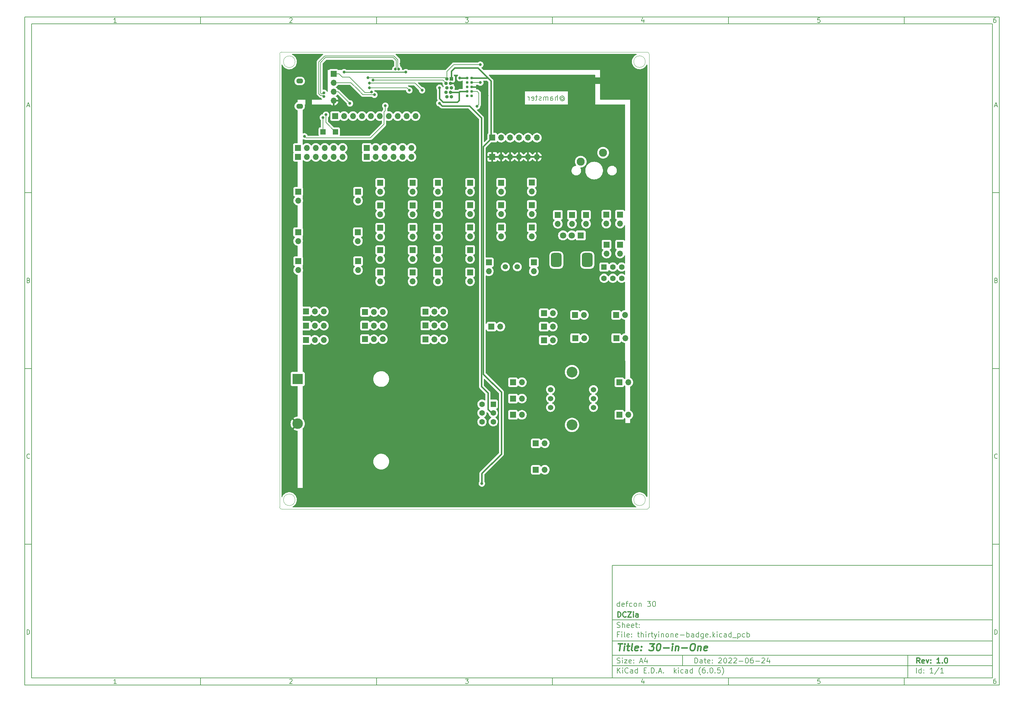
<source format=gbr>
%TF.GenerationSoftware,KiCad,Pcbnew,(6.0.5)*%
%TF.CreationDate,2022-09-10T22:43:36-06:00*%
%TF.ProjectId,thirtyinone-badge,74686972-7479-4696-9e6f-6e652d626164,1.0*%
%TF.SameCoordinates,Original*%
%TF.FileFunction,Copper,L2,Bot*%
%TF.FilePolarity,Positive*%
%FSLAX46Y46*%
G04 Gerber Fmt 4.6, Leading zero omitted, Abs format (unit mm)*
G04 Created by KiCad (PCBNEW (6.0.5)) date 2022-09-10 22:43:36*
%MOMM*%
%LPD*%
G01*
G04 APERTURE LIST*
G04 Aperture macros list*
%AMRoundRect*
0 Rectangle with rounded corners*
0 $1 Rounding radius*
0 $2 $3 $4 $5 $6 $7 $8 $9 X,Y pos of 4 corners*
0 Add a 4 corners polygon primitive as box body*
4,1,4,$2,$3,$4,$5,$6,$7,$8,$9,$2,$3,0*
0 Add four circle primitives for the rounded corners*
1,1,$1+$1,$2,$3*
1,1,$1+$1,$4,$5*
1,1,$1+$1,$6,$7*
1,1,$1+$1,$8,$9*
0 Add four rect primitives between the rounded corners*
20,1,$1+$1,$2,$3,$4,$5,0*
20,1,$1+$1,$4,$5,$6,$7,0*
20,1,$1+$1,$6,$7,$8,$9,0*
20,1,$1+$1,$8,$9,$2,$3,0*%
G04 Aperture macros list end*
%ADD10C,0.100000*%
%ADD11C,0.150000*%
%ADD12C,0.300000*%
%ADD13C,0.400000*%
%TA.AperFunction,Profile*%
%ADD14C,0.100000*%
%TD*%
%ADD15C,0.200000*%
%TA.AperFunction,NonConductor*%
%ADD16C,0.200000*%
%TD*%
%TA.AperFunction,ComponentPad*%
%ADD17O,1.950000X1.400000*%
%TD*%
%TA.AperFunction,ComponentPad*%
%ADD18R,1.700000X1.700000*%
%TD*%
%TA.AperFunction,ComponentPad*%
%ADD19O,1.700000X1.700000*%
%TD*%
%TA.AperFunction,ComponentPad*%
%ADD20C,1.524000*%
%TD*%
%TA.AperFunction,ComponentPad*%
%ADD21R,1.600000X1.600000*%
%TD*%
%TA.AperFunction,ComponentPad*%
%ADD22C,1.600000*%
%TD*%
%TA.AperFunction,ComponentPad*%
%ADD23C,3.048000*%
%TD*%
%TA.AperFunction,ComponentPad*%
%ADD24R,3.000000X3.000000*%
%TD*%
%TA.AperFunction,ComponentPad*%
%ADD25C,3.000000*%
%TD*%
%TA.AperFunction,ComponentPad*%
%ADD26R,1.800000X1.800000*%
%TD*%
%TA.AperFunction,ComponentPad*%
%ADD27C,1.800000*%
%TD*%
%TA.AperFunction,ComponentPad*%
%ADD28RoundRect,0.750000X-0.750000X1.250000X-0.750000X-1.250000X0.750000X-1.250000X0.750000X1.250000X0*%
%TD*%
%TA.AperFunction,ComponentPad*%
%ADD29C,2.286000*%
%TD*%
%TA.AperFunction,SMDPad,CuDef*%
%ADD30R,1.500000X1.500000*%
%TD*%
%TA.AperFunction,ConnectorPad*%
%ADD31C,0.784860*%
%TD*%
%TA.AperFunction,ComponentPad*%
%ADD32R,1.000000X1.000000*%
%TD*%
%TA.AperFunction,ComponentPad*%
%ADD33O,1.000000X1.000000*%
%TD*%
%TA.AperFunction,ViaPad*%
%ADD34C,0.800000*%
%TD*%
%TA.AperFunction,Conductor*%
%ADD35C,0.203200*%
%TD*%
%TA.AperFunction,Conductor*%
%ADD36C,0.254000*%
%TD*%
%TA.AperFunction,Conductor*%
%ADD37C,0.200000*%
%TD*%
%TA.AperFunction,Conductor*%
%ADD38C,0.381000*%
%TD*%
G04 APERTURE END LIST*
D10*
D11*
X177002200Y-166007200D02*
X177002200Y-198007200D01*
X285002200Y-198007200D01*
X285002200Y-166007200D01*
X177002200Y-166007200D01*
D10*
D11*
X10000000Y-10000000D02*
X10000000Y-200007200D01*
X287002200Y-200007200D01*
X287002200Y-10000000D01*
X10000000Y-10000000D01*
D10*
D11*
X12000000Y-12000000D02*
X12000000Y-198007200D01*
X285002200Y-198007200D01*
X285002200Y-12000000D01*
X12000000Y-12000000D01*
D10*
D11*
X60000000Y-12000000D02*
X60000000Y-10000000D01*
D10*
D11*
X110000000Y-12000000D02*
X110000000Y-10000000D01*
D10*
D11*
X160000000Y-12000000D02*
X160000000Y-10000000D01*
D10*
D11*
X210000000Y-12000000D02*
X210000000Y-10000000D01*
D10*
D11*
X260000000Y-12000000D02*
X260000000Y-10000000D01*
D10*
D11*
X36065476Y-11588095D02*
X35322619Y-11588095D01*
X35694047Y-11588095D02*
X35694047Y-10288095D01*
X35570238Y-10473809D01*
X35446428Y-10597619D01*
X35322619Y-10659523D01*
D10*
D11*
X85322619Y-10411904D02*
X85384523Y-10350000D01*
X85508333Y-10288095D01*
X85817857Y-10288095D01*
X85941666Y-10350000D01*
X86003571Y-10411904D01*
X86065476Y-10535714D01*
X86065476Y-10659523D01*
X86003571Y-10845238D01*
X85260714Y-11588095D01*
X86065476Y-11588095D01*
D10*
D11*
X135260714Y-10288095D02*
X136065476Y-10288095D01*
X135632142Y-10783333D01*
X135817857Y-10783333D01*
X135941666Y-10845238D01*
X136003571Y-10907142D01*
X136065476Y-11030952D01*
X136065476Y-11340476D01*
X136003571Y-11464285D01*
X135941666Y-11526190D01*
X135817857Y-11588095D01*
X135446428Y-11588095D01*
X135322619Y-11526190D01*
X135260714Y-11464285D01*
D10*
D11*
X185941666Y-10721428D02*
X185941666Y-11588095D01*
X185632142Y-10226190D02*
X185322619Y-11154761D01*
X186127380Y-11154761D01*
D10*
D11*
X236003571Y-10288095D02*
X235384523Y-10288095D01*
X235322619Y-10907142D01*
X235384523Y-10845238D01*
X235508333Y-10783333D01*
X235817857Y-10783333D01*
X235941666Y-10845238D01*
X236003571Y-10907142D01*
X236065476Y-11030952D01*
X236065476Y-11340476D01*
X236003571Y-11464285D01*
X235941666Y-11526190D01*
X235817857Y-11588095D01*
X235508333Y-11588095D01*
X235384523Y-11526190D01*
X235322619Y-11464285D01*
D10*
D11*
X285941666Y-10288095D02*
X285694047Y-10288095D01*
X285570238Y-10350000D01*
X285508333Y-10411904D01*
X285384523Y-10597619D01*
X285322619Y-10845238D01*
X285322619Y-11340476D01*
X285384523Y-11464285D01*
X285446428Y-11526190D01*
X285570238Y-11588095D01*
X285817857Y-11588095D01*
X285941666Y-11526190D01*
X286003571Y-11464285D01*
X286065476Y-11340476D01*
X286065476Y-11030952D01*
X286003571Y-10907142D01*
X285941666Y-10845238D01*
X285817857Y-10783333D01*
X285570238Y-10783333D01*
X285446428Y-10845238D01*
X285384523Y-10907142D01*
X285322619Y-11030952D01*
D10*
D11*
X60000000Y-198007200D02*
X60000000Y-200007200D01*
D10*
D11*
X110000000Y-198007200D02*
X110000000Y-200007200D01*
D10*
D11*
X160000000Y-198007200D02*
X160000000Y-200007200D01*
D10*
D11*
X210000000Y-198007200D02*
X210000000Y-200007200D01*
D10*
D11*
X260000000Y-198007200D02*
X260000000Y-200007200D01*
D10*
D11*
X36065476Y-199595295D02*
X35322619Y-199595295D01*
X35694047Y-199595295D02*
X35694047Y-198295295D01*
X35570238Y-198481009D01*
X35446428Y-198604819D01*
X35322619Y-198666723D01*
D10*
D11*
X85322619Y-198419104D02*
X85384523Y-198357200D01*
X85508333Y-198295295D01*
X85817857Y-198295295D01*
X85941666Y-198357200D01*
X86003571Y-198419104D01*
X86065476Y-198542914D01*
X86065476Y-198666723D01*
X86003571Y-198852438D01*
X85260714Y-199595295D01*
X86065476Y-199595295D01*
D10*
D11*
X135260714Y-198295295D02*
X136065476Y-198295295D01*
X135632142Y-198790533D01*
X135817857Y-198790533D01*
X135941666Y-198852438D01*
X136003571Y-198914342D01*
X136065476Y-199038152D01*
X136065476Y-199347676D01*
X136003571Y-199471485D01*
X135941666Y-199533390D01*
X135817857Y-199595295D01*
X135446428Y-199595295D01*
X135322619Y-199533390D01*
X135260714Y-199471485D01*
D10*
D11*
X185941666Y-198728628D02*
X185941666Y-199595295D01*
X185632142Y-198233390D02*
X185322619Y-199161961D01*
X186127380Y-199161961D01*
D10*
D11*
X236003571Y-198295295D02*
X235384523Y-198295295D01*
X235322619Y-198914342D01*
X235384523Y-198852438D01*
X235508333Y-198790533D01*
X235817857Y-198790533D01*
X235941666Y-198852438D01*
X236003571Y-198914342D01*
X236065476Y-199038152D01*
X236065476Y-199347676D01*
X236003571Y-199471485D01*
X235941666Y-199533390D01*
X235817857Y-199595295D01*
X235508333Y-199595295D01*
X235384523Y-199533390D01*
X235322619Y-199471485D01*
D10*
D11*
X285941666Y-198295295D02*
X285694047Y-198295295D01*
X285570238Y-198357200D01*
X285508333Y-198419104D01*
X285384523Y-198604819D01*
X285322619Y-198852438D01*
X285322619Y-199347676D01*
X285384523Y-199471485D01*
X285446428Y-199533390D01*
X285570238Y-199595295D01*
X285817857Y-199595295D01*
X285941666Y-199533390D01*
X286003571Y-199471485D01*
X286065476Y-199347676D01*
X286065476Y-199038152D01*
X286003571Y-198914342D01*
X285941666Y-198852438D01*
X285817857Y-198790533D01*
X285570238Y-198790533D01*
X285446428Y-198852438D01*
X285384523Y-198914342D01*
X285322619Y-199038152D01*
D10*
D11*
X10000000Y-60000000D02*
X12000000Y-60000000D01*
D10*
D11*
X10000000Y-110000000D02*
X12000000Y-110000000D01*
D10*
D11*
X10000000Y-160000000D02*
X12000000Y-160000000D01*
D10*
D11*
X10690476Y-35216666D02*
X11309523Y-35216666D01*
X10566666Y-35588095D02*
X11000000Y-34288095D01*
X11433333Y-35588095D01*
D10*
D11*
X11092857Y-84907142D02*
X11278571Y-84969047D01*
X11340476Y-85030952D01*
X11402380Y-85154761D01*
X11402380Y-85340476D01*
X11340476Y-85464285D01*
X11278571Y-85526190D01*
X11154761Y-85588095D01*
X10659523Y-85588095D01*
X10659523Y-84288095D01*
X11092857Y-84288095D01*
X11216666Y-84350000D01*
X11278571Y-84411904D01*
X11340476Y-84535714D01*
X11340476Y-84659523D01*
X11278571Y-84783333D01*
X11216666Y-84845238D01*
X11092857Y-84907142D01*
X10659523Y-84907142D01*
D10*
D11*
X11402380Y-135464285D02*
X11340476Y-135526190D01*
X11154761Y-135588095D01*
X11030952Y-135588095D01*
X10845238Y-135526190D01*
X10721428Y-135402380D01*
X10659523Y-135278571D01*
X10597619Y-135030952D01*
X10597619Y-134845238D01*
X10659523Y-134597619D01*
X10721428Y-134473809D01*
X10845238Y-134350000D01*
X11030952Y-134288095D01*
X11154761Y-134288095D01*
X11340476Y-134350000D01*
X11402380Y-134411904D01*
D10*
D11*
X10659523Y-185588095D02*
X10659523Y-184288095D01*
X10969047Y-184288095D01*
X11154761Y-184350000D01*
X11278571Y-184473809D01*
X11340476Y-184597619D01*
X11402380Y-184845238D01*
X11402380Y-185030952D01*
X11340476Y-185278571D01*
X11278571Y-185402380D01*
X11154761Y-185526190D01*
X10969047Y-185588095D01*
X10659523Y-185588095D01*
D10*
D11*
X287002200Y-60000000D02*
X285002200Y-60000000D01*
D10*
D11*
X287002200Y-110000000D02*
X285002200Y-110000000D01*
D10*
D11*
X287002200Y-160000000D02*
X285002200Y-160000000D01*
D10*
D11*
X285692676Y-35216666D02*
X286311723Y-35216666D01*
X285568866Y-35588095D02*
X286002200Y-34288095D01*
X286435533Y-35588095D01*
D10*
D11*
X286095057Y-84907142D02*
X286280771Y-84969047D01*
X286342676Y-85030952D01*
X286404580Y-85154761D01*
X286404580Y-85340476D01*
X286342676Y-85464285D01*
X286280771Y-85526190D01*
X286156961Y-85588095D01*
X285661723Y-85588095D01*
X285661723Y-84288095D01*
X286095057Y-84288095D01*
X286218866Y-84350000D01*
X286280771Y-84411904D01*
X286342676Y-84535714D01*
X286342676Y-84659523D01*
X286280771Y-84783333D01*
X286218866Y-84845238D01*
X286095057Y-84907142D01*
X285661723Y-84907142D01*
D10*
D11*
X286404580Y-135464285D02*
X286342676Y-135526190D01*
X286156961Y-135588095D01*
X286033152Y-135588095D01*
X285847438Y-135526190D01*
X285723628Y-135402380D01*
X285661723Y-135278571D01*
X285599819Y-135030952D01*
X285599819Y-134845238D01*
X285661723Y-134597619D01*
X285723628Y-134473809D01*
X285847438Y-134350000D01*
X286033152Y-134288095D01*
X286156961Y-134288095D01*
X286342676Y-134350000D01*
X286404580Y-134411904D01*
D10*
D11*
X285661723Y-185588095D02*
X285661723Y-184288095D01*
X285971247Y-184288095D01*
X286156961Y-184350000D01*
X286280771Y-184473809D01*
X286342676Y-184597619D01*
X286404580Y-184845238D01*
X286404580Y-185030952D01*
X286342676Y-185278571D01*
X286280771Y-185402380D01*
X286156961Y-185526190D01*
X285971247Y-185588095D01*
X285661723Y-185588095D01*
D10*
D11*
X200434342Y-193785771D02*
X200434342Y-192285771D01*
X200791485Y-192285771D01*
X201005771Y-192357200D01*
X201148628Y-192500057D01*
X201220057Y-192642914D01*
X201291485Y-192928628D01*
X201291485Y-193142914D01*
X201220057Y-193428628D01*
X201148628Y-193571485D01*
X201005771Y-193714342D01*
X200791485Y-193785771D01*
X200434342Y-193785771D01*
X202577200Y-193785771D02*
X202577200Y-193000057D01*
X202505771Y-192857200D01*
X202362914Y-192785771D01*
X202077200Y-192785771D01*
X201934342Y-192857200D01*
X202577200Y-193714342D02*
X202434342Y-193785771D01*
X202077200Y-193785771D01*
X201934342Y-193714342D01*
X201862914Y-193571485D01*
X201862914Y-193428628D01*
X201934342Y-193285771D01*
X202077200Y-193214342D01*
X202434342Y-193214342D01*
X202577200Y-193142914D01*
X203077200Y-192785771D02*
X203648628Y-192785771D01*
X203291485Y-192285771D02*
X203291485Y-193571485D01*
X203362914Y-193714342D01*
X203505771Y-193785771D01*
X203648628Y-193785771D01*
X204720057Y-193714342D02*
X204577200Y-193785771D01*
X204291485Y-193785771D01*
X204148628Y-193714342D01*
X204077200Y-193571485D01*
X204077200Y-193000057D01*
X204148628Y-192857200D01*
X204291485Y-192785771D01*
X204577200Y-192785771D01*
X204720057Y-192857200D01*
X204791485Y-193000057D01*
X204791485Y-193142914D01*
X204077200Y-193285771D01*
X205434342Y-193642914D02*
X205505771Y-193714342D01*
X205434342Y-193785771D01*
X205362914Y-193714342D01*
X205434342Y-193642914D01*
X205434342Y-193785771D01*
X205434342Y-192857200D02*
X205505771Y-192928628D01*
X205434342Y-193000057D01*
X205362914Y-192928628D01*
X205434342Y-192857200D01*
X205434342Y-193000057D01*
X207220057Y-192428628D02*
X207291485Y-192357200D01*
X207434342Y-192285771D01*
X207791485Y-192285771D01*
X207934342Y-192357200D01*
X208005771Y-192428628D01*
X208077200Y-192571485D01*
X208077200Y-192714342D01*
X208005771Y-192928628D01*
X207148628Y-193785771D01*
X208077200Y-193785771D01*
X209005771Y-192285771D02*
X209148628Y-192285771D01*
X209291485Y-192357200D01*
X209362914Y-192428628D01*
X209434342Y-192571485D01*
X209505771Y-192857200D01*
X209505771Y-193214342D01*
X209434342Y-193500057D01*
X209362914Y-193642914D01*
X209291485Y-193714342D01*
X209148628Y-193785771D01*
X209005771Y-193785771D01*
X208862914Y-193714342D01*
X208791485Y-193642914D01*
X208720057Y-193500057D01*
X208648628Y-193214342D01*
X208648628Y-192857200D01*
X208720057Y-192571485D01*
X208791485Y-192428628D01*
X208862914Y-192357200D01*
X209005771Y-192285771D01*
X210077200Y-192428628D02*
X210148628Y-192357200D01*
X210291485Y-192285771D01*
X210648628Y-192285771D01*
X210791485Y-192357200D01*
X210862914Y-192428628D01*
X210934342Y-192571485D01*
X210934342Y-192714342D01*
X210862914Y-192928628D01*
X210005771Y-193785771D01*
X210934342Y-193785771D01*
X211505771Y-192428628D02*
X211577200Y-192357200D01*
X211720057Y-192285771D01*
X212077200Y-192285771D01*
X212220057Y-192357200D01*
X212291485Y-192428628D01*
X212362914Y-192571485D01*
X212362914Y-192714342D01*
X212291485Y-192928628D01*
X211434342Y-193785771D01*
X212362914Y-193785771D01*
X213005771Y-193214342D02*
X214148628Y-193214342D01*
X215148628Y-192285771D02*
X215291485Y-192285771D01*
X215434342Y-192357200D01*
X215505771Y-192428628D01*
X215577200Y-192571485D01*
X215648628Y-192857200D01*
X215648628Y-193214342D01*
X215577200Y-193500057D01*
X215505771Y-193642914D01*
X215434342Y-193714342D01*
X215291485Y-193785771D01*
X215148628Y-193785771D01*
X215005771Y-193714342D01*
X214934342Y-193642914D01*
X214862914Y-193500057D01*
X214791485Y-193214342D01*
X214791485Y-192857200D01*
X214862914Y-192571485D01*
X214934342Y-192428628D01*
X215005771Y-192357200D01*
X215148628Y-192285771D01*
X216934342Y-192285771D02*
X216648628Y-192285771D01*
X216505771Y-192357200D01*
X216434342Y-192428628D01*
X216291485Y-192642914D01*
X216220057Y-192928628D01*
X216220057Y-193500057D01*
X216291485Y-193642914D01*
X216362914Y-193714342D01*
X216505771Y-193785771D01*
X216791485Y-193785771D01*
X216934342Y-193714342D01*
X217005771Y-193642914D01*
X217077200Y-193500057D01*
X217077200Y-193142914D01*
X217005771Y-193000057D01*
X216934342Y-192928628D01*
X216791485Y-192857200D01*
X216505771Y-192857200D01*
X216362914Y-192928628D01*
X216291485Y-193000057D01*
X216220057Y-193142914D01*
X217720057Y-193214342D02*
X218862914Y-193214342D01*
X219505771Y-192428628D02*
X219577200Y-192357200D01*
X219720057Y-192285771D01*
X220077200Y-192285771D01*
X220220057Y-192357200D01*
X220291485Y-192428628D01*
X220362914Y-192571485D01*
X220362914Y-192714342D01*
X220291485Y-192928628D01*
X219434342Y-193785771D01*
X220362914Y-193785771D01*
X221648628Y-192785771D02*
X221648628Y-193785771D01*
X221291485Y-192214342D02*
X220934342Y-193285771D01*
X221862914Y-193285771D01*
D10*
D11*
X177002200Y-194507200D02*
X285002200Y-194507200D01*
D10*
D11*
X178434342Y-196585771D02*
X178434342Y-195085771D01*
X179291485Y-196585771D02*
X178648628Y-195728628D01*
X179291485Y-195085771D02*
X178434342Y-195942914D01*
X179934342Y-196585771D02*
X179934342Y-195585771D01*
X179934342Y-195085771D02*
X179862914Y-195157200D01*
X179934342Y-195228628D01*
X180005771Y-195157200D01*
X179934342Y-195085771D01*
X179934342Y-195228628D01*
X181505771Y-196442914D02*
X181434342Y-196514342D01*
X181220057Y-196585771D01*
X181077200Y-196585771D01*
X180862914Y-196514342D01*
X180720057Y-196371485D01*
X180648628Y-196228628D01*
X180577200Y-195942914D01*
X180577200Y-195728628D01*
X180648628Y-195442914D01*
X180720057Y-195300057D01*
X180862914Y-195157200D01*
X181077200Y-195085771D01*
X181220057Y-195085771D01*
X181434342Y-195157200D01*
X181505771Y-195228628D01*
X182791485Y-196585771D02*
X182791485Y-195800057D01*
X182720057Y-195657200D01*
X182577200Y-195585771D01*
X182291485Y-195585771D01*
X182148628Y-195657200D01*
X182791485Y-196514342D02*
X182648628Y-196585771D01*
X182291485Y-196585771D01*
X182148628Y-196514342D01*
X182077200Y-196371485D01*
X182077200Y-196228628D01*
X182148628Y-196085771D01*
X182291485Y-196014342D01*
X182648628Y-196014342D01*
X182791485Y-195942914D01*
X184148628Y-196585771D02*
X184148628Y-195085771D01*
X184148628Y-196514342D02*
X184005771Y-196585771D01*
X183720057Y-196585771D01*
X183577200Y-196514342D01*
X183505771Y-196442914D01*
X183434342Y-196300057D01*
X183434342Y-195871485D01*
X183505771Y-195728628D01*
X183577200Y-195657200D01*
X183720057Y-195585771D01*
X184005771Y-195585771D01*
X184148628Y-195657200D01*
X186005771Y-195800057D02*
X186505771Y-195800057D01*
X186720057Y-196585771D02*
X186005771Y-196585771D01*
X186005771Y-195085771D01*
X186720057Y-195085771D01*
X187362914Y-196442914D02*
X187434342Y-196514342D01*
X187362914Y-196585771D01*
X187291485Y-196514342D01*
X187362914Y-196442914D01*
X187362914Y-196585771D01*
X188077200Y-196585771D02*
X188077200Y-195085771D01*
X188434342Y-195085771D01*
X188648628Y-195157200D01*
X188791485Y-195300057D01*
X188862914Y-195442914D01*
X188934342Y-195728628D01*
X188934342Y-195942914D01*
X188862914Y-196228628D01*
X188791485Y-196371485D01*
X188648628Y-196514342D01*
X188434342Y-196585771D01*
X188077200Y-196585771D01*
X189577200Y-196442914D02*
X189648628Y-196514342D01*
X189577200Y-196585771D01*
X189505771Y-196514342D01*
X189577200Y-196442914D01*
X189577200Y-196585771D01*
X190220057Y-196157200D02*
X190934342Y-196157200D01*
X190077200Y-196585771D02*
X190577200Y-195085771D01*
X191077200Y-196585771D01*
X191577200Y-196442914D02*
X191648628Y-196514342D01*
X191577200Y-196585771D01*
X191505771Y-196514342D01*
X191577200Y-196442914D01*
X191577200Y-196585771D01*
X194577200Y-196585771D02*
X194577200Y-195085771D01*
X194720057Y-196014342D02*
X195148628Y-196585771D01*
X195148628Y-195585771D02*
X194577200Y-196157200D01*
X195791485Y-196585771D02*
X195791485Y-195585771D01*
X195791485Y-195085771D02*
X195720057Y-195157200D01*
X195791485Y-195228628D01*
X195862914Y-195157200D01*
X195791485Y-195085771D01*
X195791485Y-195228628D01*
X197148628Y-196514342D02*
X197005771Y-196585771D01*
X196720057Y-196585771D01*
X196577200Y-196514342D01*
X196505771Y-196442914D01*
X196434342Y-196300057D01*
X196434342Y-195871485D01*
X196505771Y-195728628D01*
X196577200Y-195657200D01*
X196720057Y-195585771D01*
X197005771Y-195585771D01*
X197148628Y-195657200D01*
X198434342Y-196585771D02*
X198434342Y-195800057D01*
X198362914Y-195657200D01*
X198220057Y-195585771D01*
X197934342Y-195585771D01*
X197791485Y-195657200D01*
X198434342Y-196514342D02*
X198291485Y-196585771D01*
X197934342Y-196585771D01*
X197791485Y-196514342D01*
X197720057Y-196371485D01*
X197720057Y-196228628D01*
X197791485Y-196085771D01*
X197934342Y-196014342D01*
X198291485Y-196014342D01*
X198434342Y-195942914D01*
X199791485Y-196585771D02*
X199791485Y-195085771D01*
X199791485Y-196514342D02*
X199648628Y-196585771D01*
X199362914Y-196585771D01*
X199220057Y-196514342D01*
X199148628Y-196442914D01*
X199077200Y-196300057D01*
X199077200Y-195871485D01*
X199148628Y-195728628D01*
X199220057Y-195657200D01*
X199362914Y-195585771D01*
X199648628Y-195585771D01*
X199791485Y-195657200D01*
X202077200Y-197157200D02*
X202005771Y-197085771D01*
X201862914Y-196871485D01*
X201791485Y-196728628D01*
X201720057Y-196514342D01*
X201648628Y-196157200D01*
X201648628Y-195871485D01*
X201720057Y-195514342D01*
X201791485Y-195300057D01*
X201862914Y-195157200D01*
X202005771Y-194942914D01*
X202077200Y-194871485D01*
X203291485Y-195085771D02*
X203005771Y-195085771D01*
X202862914Y-195157200D01*
X202791485Y-195228628D01*
X202648628Y-195442914D01*
X202577200Y-195728628D01*
X202577200Y-196300057D01*
X202648628Y-196442914D01*
X202720057Y-196514342D01*
X202862914Y-196585771D01*
X203148628Y-196585771D01*
X203291485Y-196514342D01*
X203362914Y-196442914D01*
X203434342Y-196300057D01*
X203434342Y-195942914D01*
X203362914Y-195800057D01*
X203291485Y-195728628D01*
X203148628Y-195657200D01*
X202862914Y-195657200D01*
X202720057Y-195728628D01*
X202648628Y-195800057D01*
X202577200Y-195942914D01*
X204077200Y-196442914D02*
X204148628Y-196514342D01*
X204077200Y-196585771D01*
X204005771Y-196514342D01*
X204077200Y-196442914D01*
X204077200Y-196585771D01*
X205077200Y-195085771D02*
X205220057Y-195085771D01*
X205362914Y-195157200D01*
X205434342Y-195228628D01*
X205505771Y-195371485D01*
X205577200Y-195657200D01*
X205577200Y-196014342D01*
X205505771Y-196300057D01*
X205434342Y-196442914D01*
X205362914Y-196514342D01*
X205220057Y-196585771D01*
X205077200Y-196585771D01*
X204934342Y-196514342D01*
X204862914Y-196442914D01*
X204791485Y-196300057D01*
X204720057Y-196014342D01*
X204720057Y-195657200D01*
X204791485Y-195371485D01*
X204862914Y-195228628D01*
X204934342Y-195157200D01*
X205077200Y-195085771D01*
X206220057Y-196442914D02*
X206291485Y-196514342D01*
X206220057Y-196585771D01*
X206148628Y-196514342D01*
X206220057Y-196442914D01*
X206220057Y-196585771D01*
X207648628Y-195085771D02*
X206934342Y-195085771D01*
X206862914Y-195800057D01*
X206934342Y-195728628D01*
X207077200Y-195657200D01*
X207434342Y-195657200D01*
X207577200Y-195728628D01*
X207648628Y-195800057D01*
X207720057Y-195942914D01*
X207720057Y-196300057D01*
X207648628Y-196442914D01*
X207577200Y-196514342D01*
X207434342Y-196585771D01*
X207077200Y-196585771D01*
X206934342Y-196514342D01*
X206862914Y-196442914D01*
X208220057Y-197157200D02*
X208291485Y-197085771D01*
X208434342Y-196871485D01*
X208505771Y-196728628D01*
X208577200Y-196514342D01*
X208648628Y-196157200D01*
X208648628Y-195871485D01*
X208577200Y-195514342D01*
X208505771Y-195300057D01*
X208434342Y-195157200D01*
X208291485Y-194942914D01*
X208220057Y-194871485D01*
D10*
D11*
X177002200Y-191507200D02*
X285002200Y-191507200D01*
D10*
D12*
X264411485Y-193785771D02*
X263911485Y-193071485D01*
X263554342Y-193785771D02*
X263554342Y-192285771D01*
X264125771Y-192285771D01*
X264268628Y-192357200D01*
X264340057Y-192428628D01*
X264411485Y-192571485D01*
X264411485Y-192785771D01*
X264340057Y-192928628D01*
X264268628Y-193000057D01*
X264125771Y-193071485D01*
X263554342Y-193071485D01*
X265625771Y-193714342D02*
X265482914Y-193785771D01*
X265197200Y-193785771D01*
X265054342Y-193714342D01*
X264982914Y-193571485D01*
X264982914Y-193000057D01*
X265054342Y-192857200D01*
X265197200Y-192785771D01*
X265482914Y-192785771D01*
X265625771Y-192857200D01*
X265697200Y-193000057D01*
X265697200Y-193142914D01*
X264982914Y-193285771D01*
X266197200Y-192785771D02*
X266554342Y-193785771D01*
X266911485Y-192785771D01*
X267482914Y-193642914D02*
X267554342Y-193714342D01*
X267482914Y-193785771D01*
X267411485Y-193714342D01*
X267482914Y-193642914D01*
X267482914Y-193785771D01*
X267482914Y-192857200D02*
X267554342Y-192928628D01*
X267482914Y-193000057D01*
X267411485Y-192928628D01*
X267482914Y-192857200D01*
X267482914Y-193000057D01*
X270125771Y-193785771D02*
X269268628Y-193785771D01*
X269697200Y-193785771D02*
X269697200Y-192285771D01*
X269554342Y-192500057D01*
X269411485Y-192642914D01*
X269268628Y-192714342D01*
X270768628Y-193642914D02*
X270840057Y-193714342D01*
X270768628Y-193785771D01*
X270697200Y-193714342D01*
X270768628Y-193642914D01*
X270768628Y-193785771D01*
X271768628Y-192285771D02*
X271911485Y-192285771D01*
X272054342Y-192357200D01*
X272125771Y-192428628D01*
X272197200Y-192571485D01*
X272268628Y-192857200D01*
X272268628Y-193214342D01*
X272197200Y-193500057D01*
X272125771Y-193642914D01*
X272054342Y-193714342D01*
X271911485Y-193785771D01*
X271768628Y-193785771D01*
X271625771Y-193714342D01*
X271554342Y-193642914D01*
X271482914Y-193500057D01*
X271411485Y-193214342D01*
X271411485Y-192857200D01*
X271482914Y-192571485D01*
X271554342Y-192428628D01*
X271625771Y-192357200D01*
X271768628Y-192285771D01*
D10*
D11*
X178362914Y-193714342D02*
X178577200Y-193785771D01*
X178934342Y-193785771D01*
X179077200Y-193714342D01*
X179148628Y-193642914D01*
X179220057Y-193500057D01*
X179220057Y-193357200D01*
X179148628Y-193214342D01*
X179077200Y-193142914D01*
X178934342Y-193071485D01*
X178648628Y-193000057D01*
X178505771Y-192928628D01*
X178434342Y-192857200D01*
X178362914Y-192714342D01*
X178362914Y-192571485D01*
X178434342Y-192428628D01*
X178505771Y-192357200D01*
X178648628Y-192285771D01*
X179005771Y-192285771D01*
X179220057Y-192357200D01*
X179862914Y-193785771D02*
X179862914Y-192785771D01*
X179862914Y-192285771D02*
X179791485Y-192357200D01*
X179862914Y-192428628D01*
X179934342Y-192357200D01*
X179862914Y-192285771D01*
X179862914Y-192428628D01*
X180434342Y-192785771D02*
X181220057Y-192785771D01*
X180434342Y-193785771D01*
X181220057Y-193785771D01*
X182362914Y-193714342D02*
X182220057Y-193785771D01*
X181934342Y-193785771D01*
X181791485Y-193714342D01*
X181720057Y-193571485D01*
X181720057Y-193000057D01*
X181791485Y-192857200D01*
X181934342Y-192785771D01*
X182220057Y-192785771D01*
X182362914Y-192857200D01*
X182434342Y-193000057D01*
X182434342Y-193142914D01*
X181720057Y-193285771D01*
X183077200Y-193642914D02*
X183148628Y-193714342D01*
X183077200Y-193785771D01*
X183005771Y-193714342D01*
X183077200Y-193642914D01*
X183077200Y-193785771D01*
X183077200Y-192857200D02*
X183148628Y-192928628D01*
X183077200Y-193000057D01*
X183005771Y-192928628D01*
X183077200Y-192857200D01*
X183077200Y-193000057D01*
X184862914Y-193357200D02*
X185577200Y-193357200D01*
X184720057Y-193785771D02*
X185220057Y-192285771D01*
X185720057Y-193785771D01*
X186862914Y-192785771D02*
X186862914Y-193785771D01*
X186505771Y-192214342D02*
X186148628Y-193285771D01*
X187077200Y-193285771D01*
D10*
D11*
X263434342Y-196585771D02*
X263434342Y-195085771D01*
X264791485Y-196585771D02*
X264791485Y-195085771D01*
X264791485Y-196514342D02*
X264648628Y-196585771D01*
X264362914Y-196585771D01*
X264220057Y-196514342D01*
X264148628Y-196442914D01*
X264077200Y-196300057D01*
X264077200Y-195871485D01*
X264148628Y-195728628D01*
X264220057Y-195657200D01*
X264362914Y-195585771D01*
X264648628Y-195585771D01*
X264791485Y-195657200D01*
X265505771Y-196442914D02*
X265577200Y-196514342D01*
X265505771Y-196585771D01*
X265434342Y-196514342D01*
X265505771Y-196442914D01*
X265505771Y-196585771D01*
X265505771Y-195657200D02*
X265577200Y-195728628D01*
X265505771Y-195800057D01*
X265434342Y-195728628D01*
X265505771Y-195657200D01*
X265505771Y-195800057D01*
X268148628Y-196585771D02*
X267291485Y-196585771D01*
X267720057Y-196585771D02*
X267720057Y-195085771D01*
X267577200Y-195300057D01*
X267434342Y-195442914D01*
X267291485Y-195514342D01*
X269862914Y-195014342D02*
X268577200Y-196942914D01*
X271148628Y-196585771D02*
X270291485Y-196585771D01*
X270720057Y-196585771D02*
X270720057Y-195085771D01*
X270577200Y-195300057D01*
X270434342Y-195442914D01*
X270291485Y-195514342D01*
D10*
D11*
X177002200Y-187507200D02*
X285002200Y-187507200D01*
D10*
D13*
X178714580Y-188211961D02*
X179857438Y-188211961D01*
X179036009Y-190211961D02*
X179286009Y-188211961D01*
X180274104Y-190211961D02*
X180440771Y-188878628D01*
X180524104Y-188211961D02*
X180416961Y-188307200D01*
X180500295Y-188402438D01*
X180607438Y-188307200D01*
X180524104Y-188211961D01*
X180500295Y-188402438D01*
X181107438Y-188878628D02*
X181869342Y-188878628D01*
X181476485Y-188211961D02*
X181262200Y-189926247D01*
X181333628Y-190116723D01*
X181512200Y-190211961D01*
X181702676Y-190211961D01*
X182655057Y-190211961D02*
X182476485Y-190116723D01*
X182405057Y-189926247D01*
X182619342Y-188211961D01*
X184190771Y-190116723D02*
X183988390Y-190211961D01*
X183607438Y-190211961D01*
X183428866Y-190116723D01*
X183357438Y-189926247D01*
X183452676Y-189164342D01*
X183571723Y-188973866D01*
X183774104Y-188878628D01*
X184155057Y-188878628D01*
X184333628Y-188973866D01*
X184405057Y-189164342D01*
X184381247Y-189354819D01*
X183405057Y-189545295D01*
X185155057Y-190021485D02*
X185238390Y-190116723D01*
X185131247Y-190211961D01*
X185047914Y-190116723D01*
X185155057Y-190021485D01*
X185131247Y-190211961D01*
X185286009Y-188973866D02*
X185369342Y-189069104D01*
X185262200Y-189164342D01*
X185178866Y-189069104D01*
X185286009Y-188973866D01*
X185262200Y-189164342D01*
X187666961Y-188211961D02*
X188905057Y-188211961D01*
X188143152Y-188973866D01*
X188428866Y-188973866D01*
X188607438Y-189069104D01*
X188690771Y-189164342D01*
X188762200Y-189354819D01*
X188702676Y-189831009D01*
X188583628Y-190021485D01*
X188476485Y-190116723D01*
X188274104Y-190211961D01*
X187702676Y-190211961D01*
X187524104Y-190116723D01*
X187440771Y-190021485D01*
X190143152Y-188211961D02*
X190333628Y-188211961D01*
X190512200Y-188307200D01*
X190595533Y-188402438D01*
X190666961Y-188592914D01*
X190714580Y-188973866D01*
X190655057Y-189450057D01*
X190512200Y-189831009D01*
X190393152Y-190021485D01*
X190286009Y-190116723D01*
X190083628Y-190211961D01*
X189893152Y-190211961D01*
X189714580Y-190116723D01*
X189631247Y-190021485D01*
X189559819Y-189831009D01*
X189512200Y-189450057D01*
X189571723Y-188973866D01*
X189714580Y-188592914D01*
X189833628Y-188402438D01*
X189940771Y-188307200D01*
X190143152Y-188211961D01*
X191512200Y-189450057D02*
X193036009Y-189450057D01*
X193893152Y-190211961D02*
X194059819Y-188878628D01*
X194143152Y-188211961D02*
X194036009Y-188307200D01*
X194119342Y-188402438D01*
X194226485Y-188307200D01*
X194143152Y-188211961D01*
X194119342Y-188402438D01*
X195012200Y-188878628D02*
X194845533Y-190211961D01*
X194988390Y-189069104D02*
X195095533Y-188973866D01*
X195297914Y-188878628D01*
X195583628Y-188878628D01*
X195762200Y-188973866D01*
X195833628Y-189164342D01*
X195702676Y-190211961D01*
X196750295Y-189450057D02*
X198274104Y-189450057D01*
X199762200Y-188211961D02*
X200143152Y-188211961D01*
X200321723Y-188307200D01*
X200488390Y-188497676D01*
X200536009Y-188878628D01*
X200452676Y-189545295D01*
X200309819Y-189926247D01*
X200095533Y-190116723D01*
X199893152Y-190211961D01*
X199512200Y-190211961D01*
X199333628Y-190116723D01*
X199166961Y-189926247D01*
X199119342Y-189545295D01*
X199202676Y-188878628D01*
X199345533Y-188497676D01*
X199559819Y-188307200D01*
X199762200Y-188211961D01*
X201393152Y-188878628D02*
X201226485Y-190211961D01*
X201369342Y-189069104D02*
X201476485Y-188973866D01*
X201678866Y-188878628D01*
X201964580Y-188878628D01*
X202143152Y-188973866D01*
X202214580Y-189164342D01*
X202083628Y-190211961D01*
X203809819Y-190116723D02*
X203607438Y-190211961D01*
X203226485Y-190211961D01*
X203047914Y-190116723D01*
X202976485Y-189926247D01*
X203071723Y-189164342D01*
X203190771Y-188973866D01*
X203393152Y-188878628D01*
X203774104Y-188878628D01*
X203952676Y-188973866D01*
X204024104Y-189164342D01*
X204000295Y-189354819D01*
X203024104Y-189545295D01*
D10*
D11*
X178934342Y-185600057D02*
X178434342Y-185600057D01*
X178434342Y-186385771D02*
X178434342Y-184885771D01*
X179148628Y-184885771D01*
X179720057Y-186385771D02*
X179720057Y-185385771D01*
X179720057Y-184885771D02*
X179648628Y-184957200D01*
X179720057Y-185028628D01*
X179791485Y-184957200D01*
X179720057Y-184885771D01*
X179720057Y-185028628D01*
X180648628Y-186385771D02*
X180505771Y-186314342D01*
X180434342Y-186171485D01*
X180434342Y-184885771D01*
X181791485Y-186314342D02*
X181648628Y-186385771D01*
X181362914Y-186385771D01*
X181220057Y-186314342D01*
X181148628Y-186171485D01*
X181148628Y-185600057D01*
X181220057Y-185457200D01*
X181362914Y-185385771D01*
X181648628Y-185385771D01*
X181791485Y-185457200D01*
X181862914Y-185600057D01*
X181862914Y-185742914D01*
X181148628Y-185885771D01*
X182505771Y-186242914D02*
X182577200Y-186314342D01*
X182505771Y-186385771D01*
X182434342Y-186314342D01*
X182505771Y-186242914D01*
X182505771Y-186385771D01*
X182505771Y-185457200D02*
X182577200Y-185528628D01*
X182505771Y-185600057D01*
X182434342Y-185528628D01*
X182505771Y-185457200D01*
X182505771Y-185600057D01*
X184148628Y-185385771D02*
X184720057Y-185385771D01*
X184362914Y-184885771D02*
X184362914Y-186171485D01*
X184434342Y-186314342D01*
X184577200Y-186385771D01*
X184720057Y-186385771D01*
X185220057Y-186385771D02*
X185220057Y-184885771D01*
X185862914Y-186385771D02*
X185862914Y-185600057D01*
X185791485Y-185457200D01*
X185648628Y-185385771D01*
X185434342Y-185385771D01*
X185291485Y-185457200D01*
X185220057Y-185528628D01*
X186577200Y-186385771D02*
X186577200Y-185385771D01*
X186577200Y-184885771D02*
X186505771Y-184957200D01*
X186577200Y-185028628D01*
X186648628Y-184957200D01*
X186577200Y-184885771D01*
X186577200Y-185028628D01*
X187291485Y-186385771D02*
X187291485Y-185385771D01*
X187291485Y-185671485D02*
X187362914Y-185528628D01*
X187434342Y-185457200D01*
X187577200Y-185385771D01*
X187720057Y-185385771D01*
X188005771Y-185385771D02*
X188577200Y-185385771D01*
X188220057Y-184885771D02*
X188220057Y-186171485D01*
X188291485Y-186314342D01*
X188434342Y-186385771D01*
X188577200Y-186385771D01*
X188934342Y-185385771D02*
X189291485Y-186385771D01*
X189648628Y-185385771D02*
X189291485Y-186385771D01*
X189148628Y-186742914D01*
X189077200Y-186814342D01*
X188934342Y-186885771D01*
X190220057Y-186385771D02*
X190220057Y-185385771D01*
X190220057Y-184885771D02*
X190148628Y-184957200D01*
X190220057Y-185028628D01*
X190291485Y-184957200D01*
X190220057Y-184885771D01*
X190220057Y-185028628D01*
X190934342Y-185385771D02*
X190934342Y-186385771D01*
X190934342Y-185528628D02*
X191005771Y-185457200D01*
X191148628Y-185385771D01*
X191362914Y-185385771D01*
X191505771Y-185457200D01*
X191577200Y-185600057D01*
X191577200Y-186385771D01*
X192505771Y-186385771D02*
X192362914Y-186314342D01*
X192291485Y-186242914D01*
X192220057Y-186100057D01*
X192220057Y-185671485D01*
X192291485Y-185528628D01*
X192362914Y-185457200D01*
X192505771Y-185385771D01*
X192720057Y-185385771D01*
X192862914Y-185457200D01*
X192934342Y-185528628D01*
X193005771Y-185671485D01*
X193005771Y-186100057D01*
X192934342Y-186242914D01*
X192862914Y-186314342D01*
X192720057Y-186385771D01*
X192505771Y-186385771D01*
X193648628Y-185385771D02*
X193648628Y-186385771D01*
X193648628Y-185528628D02*
X193720057Y-185457200D01*
X193862914Y-185385771D01*
X194077200Y-185385771D01*
X194220057Y-185457200D01*
X194291485Y-185600057D01*
X194291485Y-186385771D01*
X195577200Y-186314342D02*
X195434342Y-186385771D01*
X195148628Y-186385771D01*
X195005771Y-186314342D01*
X194934342Y-186171485D01*
X194934342Y-185600057D01*
X195005771Y-185457200D01*
X195148628Y-185385771D01*
X195434342Y-185385771D01*
X195577200Y-185457200D01*
X195648628Y-185600057D01*
X195648628Y-185742914D01*
X194934342Y-185885771D01*
X196291485Y-185814342D02*
X197434342Y-185814342D01*
X198148628Y-186385771D02*
X198148628Y-184885771D01*
X198148628Y-185457200D02*
X198291485Y-185385771D01*
X198577200Y-185385771D01*
X198720057Y-185457200D01*
X198791485Y-185528628D01*
X198862914Y-185671485D01*
X198862914Y-186100057D01*
X198791485Y-186242914D01*
X198720057Y-186314342D01*
X198577200Y-186385771D01*
X198291485Y-186385771D01*
X198148628Y-186314342D01*
X200148628Y-186385771D02*
X200148628Y-185600057D01*
X200077200Y-185457200D01*
X199934342Y-185385771D01*
X199648628Y-185385771D01*
X199505771Y-185457200D01*
X200148628Y-186314342D02*
X200005771Y-186385771D01*
X199648628Y-186385771D01*
X199505771Y-186314342D01*
X199434342Y-186171485D01*
X199434342Y-186028628D01*
X199505771Y-185885771D01*
X199648628Y-185814342D01*
X200005771Y-185814342D01*
X200148628Y-185742914D01*
X201505771Y-186385771D02*
X201505771Y-184885771D01*
X201505771Y-186314342D02*
X201362914Y-186385771D01*
X201077200Y-186385771D01*
X200934342Y-186314342D01*
X200862914Y-186242914D01*
X200791485Y-186100057D01*
X200791485Y-185671485D01*
X200862914Y-185528628D01*
X200934342Y-185457200D01*
X201077200Y-185385771D01*
X201362914Y-185385771D01*
X201505771Y-185457200D01*
X202862914Y-185385771D02*
X202862914Y-186600057D01*
X202791485Y-186742914D01*
X202720057Y-186814342D01*
X202577200Y-186885771D01*
X202362914Y-186885771D01*
X202220057Y-186814342D01*
X202862914Y-186314342D02*
X202720057Y-186385771D01*
X202434342Y-186385771D01*
X202291485Y-186314342D01*
X202220057Y-186242914D01*
X202148628Y-186100057D01*
X202148628Y-185671485D01*
X202220057Y-185528628D01*
X202291485Y-185457200D01*
X202434342Y-185385771D01*
X202720057Y-185385771D01*
X202862914Y-185457200D01*
X204148628Y-186314342D02*
X204005771Y-186385771D01*
X203720057Y-186385771D01*
X203577200Y-186314342D01*
X203505771Y-186171485D01*
X203505771Y-185600057D01*
X203577200Y-185457200D01*
X203720057Y-185385771D01*
X204005771Y-185385771D01*
X204148628Y-185457200D01*
X204220057Y-185600057D01*
X204220057Y-185742914D01*
X203505771Y-185885771D01*
X204862914Y-186242914D02*
X204934342Y-186314342D01*
X204862914Y-186385771D01*
X204791485Y-186314342D01*
X204862914Y-186242914D01*
X204862914Y-186385771D01*
X205577200Y-186385771D02*
X205577200Y-184885771D01*
X205720057Y-185814342D02*
X206148628Y-186385771D01*
X206148628Y-185385771D02*
X205577200Y-185957200D01*
X206791485Y-186385771D02*
X206791485Y-185385771D01*
X206791485Y-184885771D02*
X206720057Y-184957200D01*
X206791485Y-185028628D01*
X206862914Y-184957200D01*
X206791485Y-184885771D01*
X206791485Y-185028628D01*
X208148628Y-186314342D02*
X208005771Y-186385771D01*
X207720057Y-186385771D01*
X207577200Y-186314342D01*
X207505771Y-186242914D01*
X207434342Y-186100057D01*
X207434342Y-185671485D01*
X207505771Y-185528628D01*
X207577200Y-185457200D01*
X207720057Y-185385771D01*
X208005771Y-185385771D01*
X208148628Y-185457200D01*
X209434342Y-186385771D02*
X209434342Y-185600057D01*
X209362914Y-185457200D01*
X209220057Y-185385771D01*
X208934342Y-185385771D01*
X208791485Y-185457200D01*
X209434342Y-186314342D02*
X209291485Y-186385771D01*
X208934342Y-186385771D01*
X208791485Y-186314342D01*
X208720057Y-186171485D01*
X208720057Y-186028628D01*
X208791485Y-185885771D01*
X208934342Y-185814342D01*
X209291485Y-185814342D01*
X209434342Y-185742914D01*
X210791485Y-186385771D02*
X210791485Y-184885771D01*
X210791485Y-186314342D02*
X210648628Y-186385771D01*
X210362914Y-186385771D01*
X210220057Y-186314342D01*
X210148628Y-186242914D01*
X210077200Y-186100057D01*
X210077200Y-185671485D01*
X210148628Y-185528628D01*
X210220057Y-185457200D01*
X210362914Y-185385771D01*
X210648628Y-185385771D01*
X210791485Y-185457200D01*
X211148628Y-186528628D02*
X212291485Y-186528628D01*
X212648628Y-185385771D02*
X212648628Y-186885771D01*
X212648628Y-185457200D02*
X212791485Y-185385771D01*
X213077200Y-185385771D01*
X213220057Y-185457200D01*
X213291485Y-185528628D01*
X213362914Y-185671485D01*
X213362914Y-186100057D01*
X213291485Y-186242914D01*
X213220057Y-186314342D01*
X213077200Y-186385771D01*
X212791485Y-186385771D01*
X212648628Y-186314342D01*
X214648628Y-186314342D02*
X214505771Y-186385771D01*
X214220057Y-186385771D01*
X214077200Y-186314342D01*
X214005771Y-186242914D01*
X213934342Y-186100057D01*
X213934342Y-185671485D01*
X214005771Y-185528628D01*
X214077200Y-185457200D01*
X214220057Y-185385771D01*
X214505771Y-185385771D01*
X214648628Y-185457200D01*
X215291485Y-186385771D02*
X215291485Y-184885771D01*
X215291485Y-185457200D02*
X215434342Y-185385771D01*
X215720057Y-185385771D01*
X215862914Y-185457200D01*
X215934342Y-185528628D01*
X216005771Y-185671485D01*
X216005771Y-186100057D01*
X215934342Y-186242914D01*
X215862914Y-186314342D01*
X215720057Y-186385771D01*
X215434342Y-186385771D01*
X215291485Y-186314342D01*
D10*
D11*
X177002200Y-181507200D02*
X285002200Y-181507200D01*
D10*
D11*
X178362914Y-183614342D02*
X178577200Y-183685771D01*
X178934342Y-183685771D01*
X179077200Y-183614342D01*
X179148628Y-183542914D01*
X179220057Y-183400057D01*
X179220057Y-183257200D01*
X179148628Y-183114342D01*
X179077200Y-183042914D01*
X178934342Y-182971485D01*
X178648628Y-182900057D01*
X178505771Y-182828628D01*
X178434342Y-182757200D01*
X178362914Y-182614342D01*
X178362914Y-182471485D01*
X178434342Y-182328628D01*
X178505771Y-182257200D01*
X178648628Y-182185771D01*
X179005771Y-182185771D01*
X179220057Y-182257200D01*
X179862914Y-183685771D02*
X179862914Y-182185771D01*
X180505771Y-183685771D02*
X180505771Y-182900057D01*
X180434342Y-182757200D01*
X180291485Y-182685771D01*
X180077200Y-182685771D01*
X179934342Y-182757200D01*
X179862914Y-182828628D01*
X181791485Y-183614342D02*
X181648628Y-183685771D01*
X181362914Y-183685771D01*
X181220057Y-183614342D01*
X181148628Y-183471485D01*
X181148628Y-182900057D01*
X181220057Y-182757200D01*
X181362914Y-182685771D01*
X181648628Y-182685771D01*
X181791485Y-182757200D01*
X181862914Y-182900057D01*
X181862914Y-183042914D01*
X181148628Y-183185771D01*
X183077200Y-183614342D02*
X182934342Y-183685771D01*
X182648628Y-183685771D01*
X182505771Y-183614342D01*
X182434342Y-183471485D01*
X182434342Y-182900057D01*
X182505771Y-182757200D01*
X182648628Y-182685771D01*
X182934342Y-182685771D01*
X183077200Y-182757200D01*
X183148628Y-182900057D01*
X183148628Y-183042914D01*
X182434342Y-183185771D01*
X183577200Y-182685771D02*
X184148628Y-182685771D01*
X183791485Y-182185771D02*
X183791485Y-183471485D01*
X183862914Y-183614342D01*
X184005771Y-183685771D01*
X184148628Y-183685771D01*
X184648628Y-183542914D02*
X184720057Y-183614342D01*
X184648628Y-183685771D01*
X184577200Y-183614342D01*
X184648628Y-183542914D01*
X184648628Y-183685771D01*
X184648628Y-182757200D02*
X184720057Y-182828628D01*
X184648628Y-182900057D01*
X184577200Y-182828628D01*
X184648628Y-182757200D01*
X184648628Y-182900057D01*
D10*
D12*
X178554342Y-180685771D02*
X178554342Y-179185771D01*
X178911485Y-179185771D01*
X179125771Y-179257200D01*
X179268628Y-179400057D01*
X179340057Y-179542914D01*
X179411485Y-179828628D01*
X179411485Y-180042914D01*
X179340057Y-180328628D01*
X179268628Y-180471485D01*
X179125771Y-180614342D01*
X178911485Y-180685771D01*
X178554342Y-180685771D01*
X180911485Y-180542914D02*
X180840057Y-180614342D01*
X180625771Y-180685771D01*
X180482914Y-180685771D01*
X180268628Y-180614342D01*
X180125771Y-180471485D01*
X180054342Y-180328628D01*
X179982914Y-180042914D01*
X179982914Y-179828628D01*
X180054342Y-179542914D01*
X180125771Y-179400057D01*
X180268628Y-179257200D01*
X180482914Y-179185771D01*
X180625771Y-179185771D01*
X180840057Y-179257200D01*
X180911485Y-179328628D01*
X181411485Y-179185771D02*
X182411485Y-179185771D01*
X181411485Y-180685771D01*
X182411485Y-180685771D01*
X182982914Y-180685771D02*
X182982914Y-179685771D01*
X182982914Y-179185771D02*
X182911485Y-179257200D01*
X182982914Y-179328628D01*
X183054342Y-179257200D01*
X182982914Y-179185771D01*
X182982914Y-179328628D01*
X184340057Y-180685771D02*
X184340057Y-179900057D01*
X184268628Y-179757200D01*
X184125771Y-179685771D01*
X183840057Y-179685771D01*
X183697200Y-179757200D01*
X184340057Y-180614342D02*
X184197200Y-180685771D01*
X183840057Y-180685771D01*
X183697200Y-180614342D01*
X183625771Y-180471485D01*
X183625771Y-180328628D01*
X183697200Y-180185771D01*
X183840057Y-180114342D01*
X184197200Y-180114342D01*
X184340057Y-180042914D01*
D10*
D11*
X179077200Y-177685771D02*
X179077200Y-176185771D01*
X179077200Y-177614342D02*
X178934342Y-177685771D01*
X178648628Y-177685771D01*
X178505771Y-177614342D01*
X178434342Y-177542914D01*
X178362914Y-177400057D01*
X178362914Y-176971485D01*
X178434342Y-176828628D01*
X178505771Y-176757200D01*
X178648628Y-176685771D01*
X178934342Y-176685771D01*
X179077200Y-176757200D01*
X180362914Y-177614342D02*
X180220057Y-177685771D01*
X179934342Y-177685771D01*
X179791485Y-177614342D01*
X179720057Y-177471485D01*
X179720057Y-176900057D01*
X179791485Y-176757200D01*
X179934342Y-176685771D01*
X180220057Y-176685771D01*
X180362914Y-176757200D01*
X180434342Y-176900057D01*
X180434342Y-177042914D01*
X179720057Y-177185771D01*
X180862914Y-176685771D02*
X181434342Y-176685771D01*
X181077200Y-177685771D02*
X181077200Y-176400057D01*
X181148628Y-176257200D01*
X181291485Y-176185771D01*
X181434342Y-176185771D01*
X182577200Y-177614342D02*
X182434342Y-177685771D01*
X182148628Y-177685771D01*
X182005771Y-177614342D01*
X181934342Y-177542914D01*
X181862914Y-177400057D01*
X181862914Y-176971485D01*
X181934342Y-176828628D01*
X182005771Y-176757200D01*
X182148628Y-176685771D01*
X182434342Y-176685771D01*
X182577200Y-176757200D01*
X183434342Y-177685771D02*
X183291485Y-177614342D01*
X183220057Y-177542914D01*
X183148628Y-177400057D01*
X183148628Y-176971485D01*
X183220057Y-176828628D01*
X183291485Y-176757200D01*
X183434342Y-176685771D01*
X183648628Y-176685771D01*
X183791485Y-176757200D01*
X183862914Y-176828628D01*
X183934342Y-176971485D01*
X183934342Y-177400057D01*
X183862914Y-177542914D01*
X183791485Y-177614342D01*
X183648628Y-177685771D01*
X183434342Y-177685771D01*
X184577200Y-176685771D02*
X184577200Y-177685771D01*
X184577200Y-176828628D02*
X184648628Y-176757200D01*
X184791485Y-176685771D01*
X185005771Y-176685771D01*
X185148628Y-176757200D01*
X185220057Y-176900057D01*
X185220057Y-177685771D01*
X186934342Y-176185771D02*
X187862914Y-176185771D01*
X187362914Y-176757200D01*
X187577200Y-176757200D01*
X187720057Y-176828628D01*
X187791485Y-176900057D01*
X187862914Y-177042914D01*
X187862914Y-177400057D01*
X187791485Y-177542914D01*
X187720057Y-177614342D01*
X187577200Y-177685771D01*
X187148628Y-177685771D01*
X187005771Y-177614342D01*
X186934342Y-177542914D01*
X188791485Y-176185771D02*
X188934342Y-176185771D01*
X189077200Y-176257200D01*
X189148628Y-176328628D01*
X189220057Y-176471485D01*
X189291485Y-176757200D01*
X189291485Y-177114342D01*
X189220057Y-177400057D01*
X189148628Y-177542914D01*
X189077200Y-177614342D01*
X188934342Y-177685771D01*
X188791485Y-177685771D01*
X188648628Y-177614342D01*
X188577200Y-177542914D01*
X188505771Y-177400057D01*
X188434342Y-177114342D01*
X188434342Y-176757200D01*
X188505771Y-176471485D01*
X188577200Y-176328628D01*
X188648628Y-176257200D01*
X188791485Y-176185771D01*
D10*
D11*
D10*
D11*
D10*
D11*
D10*
D11*
X197002200Y-191507200D02*
X197002200Y-194507200D01*
D10*
D11*
X261002200Y-191507200D02*
X261002200Y-198007200D01*
D14*
X187456143Y-139425773D02*
X187456143Y-149425299D01*
X83036993Y-19994943D02*
G75*
G03*
X82456992Y-20564526I-7993J-571957D01*
G01*
X86851195Y-147330000D02*
G75*
G03*
X86851195Y-147330000I-1651195J0D01*
G01*
X186873764Y-149995299D02*
X83026984Y-149993984D01*
X82456600Y-149411608D02*
G75*
G03*
X83026984Y-149993984I562600J-19492D01*
G01*
X86851187Y-22743200D02*
G75*
G03*
X86851187Y-22743200I-1651195J0D01*
G01*
X187456992Y-20575000D02*
X187456143Y-139425773D01*
X83036992Y-19995000D02*
X186886992Y-19995000D01*
X82456510Y-149411605D02*
X82456992Y-20564526D01*
X186873762Y-149995356D02*
G75*
G03*
X187456143Y-149425299I19438J562656D01*
G01*
X187456946Y-20574998D02*
G75*
G03*
X186886992Y-19995000I-560346J19398D01*
G01*
X186389987Y-22717800D02*
G75*
G03*
X186389987Y-22717800I-1651195J0D01*
G01*
X186391195Y-147330000D02*
G75*
G03*
X186391195Y-147330000I-1651195J0D01*
G01*
D15*
D16*
X162448571Y-32984285D02*
X162520000Y-32912857D01*
X162662857Y-32841428D01*
X162805714Y-32841428D01*
X162948571Y-32912857D01*
X163020000Y-32984285D01*
X163091428Y-33127142D01*
X163091428Y-33270000D01*
X163020000Y-33412857D01*
X162948571Y-33484285D01*
X162805714Y-33555714D01*
X162662857Y-33555714D01*
X162520000Y-33484285D01*
X162448571Y-33412857D01*
X162448571Y-32841428D02*
X162448571Y-33412857D01*
X162377142Y-33484285D01*
X162305714Y-33484285D01*
X162162857Y-33412857D01*
X162091428Y-33270000D01*
X162091428Y-32912857D01*
X162234285Y-32698571D01*
X162448571Y-32555714D01*
X162734285Y-32484285D01*
X163020000Y-32555714D01*
X163234285Y-32698571D01*
X163377142Y-32912857D01*
X163448571Y-33198571D01*
X163377142Y-33484285D01*
X163234285Y-33698571D01*
X163020000Y-33841428D01*
X162734285Y-33912857D01*
X162448571Y-33841428D01*
X162234285Y-33698571D01*
X161448571Y-33698571D02*
X161448571Y-32198571D01*
X160805714Y-33698571D02*
X160805714Y-32912857D01*
X160877142Y-32770000D01*
X161020000Y-32698571D01*
X161234285Y-32698571D01*
X161377142Y-32770000D01*
X161448571Y-32841428D01*
X159448571Y-33698571D02*
X159448571Y-32912857D01*
X159520000Y-32770000D01*
X159662857Y-32698571D01*
X159948571Y-32698571D01*
X160091428Y-32770000D01*
X159448571Y-33627142D02*
X159591428Y-33698571D01*
X159948571Y-33698571D01*
X160091428Y-33627142D01*
X160162857Y-33484285D01*
X160162857Y-33341428D01*
X160091428Y-33198571D01*
X159948571Y-33127142D01*
X159591428Y-33127142D01*
X159448571Y-33055714D01*
X158734285Y-33698571D02*
X158734285Y-32698571D01*
X158734285Y-32841428D02*
X158662857Y-32770000D01*
X158520000Y-32698571D01*
X158305714Y-32698571D01*
X158162857Y-32770000D01*
X158091428Y-32912857D01*
X158091428Y-33698571D01*
X158091428Y-32912857D02*
X158020000Y-32770000D01*
X157877142Y-32698571D01*
X157662857Y-32698571D01*
X157520000Y-32770000D01*
X157448571Y-32912857D01*
X157448571Y-33698571D01*
X156805714Y-33627142D02*
X156662857Y-33698571D01*
X156377142Y-33698571D01*
X156234285Y-33627142D01*
X156162857Y-33484285D01*
X156162857Y-33412857D01*
X156234285Y-33270000D01*
X156377142Y-33198571D01*
X156591428Y-33198571D01*
X156734285Y-33127142D01*
X156805714Y-32984285D01*
X156805714Y-32912857D01*
X156734285Y-32770000D01*
X156591428Y-32698571D01*
X156377142Y-32698571D01*
X156234285Y-32770000D01*
X155734285Y-32698571D02*
X155162857Y-32698571D01*
X155520000Y-32198571D02*
X155520000Y-33484285D01*
X155448571Y-33627142D01*
X155305714Y-33698571D01*
X155162857Y-33698571D01*
X154091428Y-33627142D02*
X154234285Y-33698571D01*
X154520000Y-33698571D01*
X154662857Y-33627142D01*
X154734285Y-33484285D01*
X154734285Y-32912857D01*
X154662857Y-32770000D01*
X154520000Y-32698571D01*
X154234285Y-32698571D01*
X154091428Y-32770000D01*
X154020000Y-32912857D01*
X154020000Y-33055714D01*
X154734285Y-33198571D01*
X153377142Y-33698571D02*
X153377142Y-32698571D01*
X153377142Y-32984285D02*
X153305714Y-32841428D01*
X153234285Y-32770000D01*
X153091428Y-32698571D01*
X152948571Y-32698571D01*
D17*
%TO.P,J4,MH1*%
%TO.N,N/C*%
X88165000Y-35385000D03*
%TO.P,J4,MH2*%
X88165000Y-28235000D03*
%TD*%
D18*
%TO.P,J153,1,Pin_1*%
%TO.N,Net-(J153-Pad1)*%
X161512592Y-66298200D03*
D19*
%TO.P,J153,2,Pin_2*%
X161512592Y-68838200D03*
%TD*%
D20*
%TO.P,R111,1*%
%TO.N,Net-(J142-Pad1)*%
X146597473Y-81084466D03*
%TO.P,R111,2*%
%TO.N,Net-(J150-Pad1)*%
X150001073Y-81084466D03*
%TD*%
D18*
%TO.P,J121,1,Pin_1*%
%TO.N,Net-(J121-Pad1)*%
X127439053Y-57192220D03*
D19*
%TO.P,J121,2,Pin_2*%
X127439053Y-59732220D03*
%TD*%
D18*
%TO.P,J140,1,Pin_1*%
%TO.N,Net-(D102-Pad2)*%
X178080000Y-94762108D03*
D19*
%TO.P,J140,2,Pin_2*%
X180620000Y-94762108D03*
%TD*%
D18*
%TO.P,J113,1,Pin_1*%
%TO.N,Net-(C111-Pad2)*%
X104731314Y-59727220D03*
D19*
%TO.P,J113,2,Pin_2*%
X104731314Y-62267220D03*
%TD*%
D18*
%TO.P,J136,1,Pin_1*%
%TO.N,Net-(J136-Pad1)*%
X154099008Y-69862107D03*
D19*
%TO.P,J136,2,Pin_2*%
X154099008Y-72402107D03*
%TD*%
D18*
%TO.P,J166,1,Pin_1*%
%TO.N,Net-(J166-Pad1)*%
X106703040Y-93898807D03*
D19*
%TO.P,J166,2,Pin_2*%
X109243040Y-93898807D03*
%TO.P,J166,3,Pin_3*%
X111783040Y-93898807D03*
%TD*%
D18*
%TO.P,J132,1,Pin_1*%
%TO.N,Net-(J132-Pad1)*%
X136565626Y-76290393D03*
D19*
%TO.P,J132,2,Pin_2*%
X136565626Y-78830393D03*
%TD*%
D18*
%TO.P,J127,1,Pin_1*%
%TO.N,Net-(J127-Pad1)*%
X145414624Y-57142893D03*
D19*
%TO.P,J127,2,Pin_2*%
X145414624Y-59682893D03*
%TD*%
D21*
%TO.P,SW1,1,A*%
%TO.N,unconnected-(SW1-Pad1)*%
X143180000Y-120140000D03*
D22*
%TO.P,SW1,2,B*%
%TO.N,Net-(C3-Pad1)*%
X143180000Y-122640000D03*
%TO.P,SW1,3,C*%
%TO.N,Net-(D2-Pad1)*%
X143180000Y-125140000D03*
%TO.P,SW1,4*%
%TO.N,N/C*%
X139980000Y-120140000D03*
%TO.P,SW1,5*%
X139980000Y-122640000D03*
%TO.P,SW1,6*%
X139980000Y-125140000D03*
%TD*%
D18*
%TO.P,J175,1,Pin_1*%
%TO.N,Net-(J175-Pad1)*%
X87650000Y-49810000D03*
D19*
%TO.P,J175,2,Pin_2*%
X90190000Y-49810000D03*
%TO.P,J175,3,Pin_3*%
X92730000Y-49810000D03*
%TO.P,J175,4,Pin_4*%
X95270000Y-49810000D03*
%TO.P,J175,5,Pin_5*%
X97810000Y-49810000D03*
%TO.P,J175,6,Pin_6*%
X100350000Y-49810000D03*
%TD*%
D18*
%TO.P,J156,1,Pin_1*%
%TO.N,Net-(J156-Pad1)*%
X179000000Y-113895000D03*
D19*
%TO.P,J156,2,Pin_2*%
X181540000Y-113895000D03*
%TD*%
D18*
%TO.P,J111,1,Pin_1*%
%TO.N,Net-(C117-Pad1)*%
X111026093Y-76319785D03*
D19*
%TO.P,J111,2,Pin_2*%
X111026093Y-78859785D03*
%TD*%
D18*
%TO.P,J138,1,Pin_1*%
%TO.N,Net-(D104-Pad5)*%
X157556992Y-98093734D03*
D19*
%TO.P,J138,2,Pin_2*%
X160096992Y-98093734D03*
%TD*%
D18*
%TO.P,J157,1,Pin_1*%
%TO.N,Net-(J157-Pad1)*%
X148764500Y-118530000D03*
D19*
%TO.P,J157,2,Pin_2*%
X151304500Y-118530000D03*
%TD*%
D18*
%TO.P,J152,1,Pin_1*%
%TO.N,Net-(J152-Pad1)*%
X179186848Y-74755000D03*
D19*
%TO.P,J152,2,Pin_2*%
X179186848Y-77295000D03*
%TD*%
D23*
%TO.P,T101,*%
%TO.N,*%
X165545500Y-111011600D03*
X165545500Y-126048400D03*
D20*
X171641500Y-118530000D03*
%TO.P,T101,1,PR1*%
%TO.N,Net-(J168-Pad1)*%
X159449500Y-115990000D03*
%TO.P,T101,2,PM*%
%TO.N,Net-(J157-Pad1)*%
X159449500Y-118530000D03*
%TO.P,T101,3,PR2*%
%TO.N,Net-(J169-Pad1)*%
X159449500Y-121070000D03*
%TO.P,T101,4,S1*%
%TO.N,Net-(J158-Pad1)*%
X171641500Y-121070000D03*
%TO.P,T101,5,S2*%
%TO.N,Net-(J156-Pad1)*%
X171641500Y-115990000D03*
%TD*%
D18*
%TO.P,J110,1,Pin_1*%
%TO.N,Net-(C116-Pad1)*%
X111026093Y-69945178D03*
D19*
%TO.P,J110,2,Pin_2*%
X111026093Y-72485178D03*
%TD*%
D24*
%TO.P,BT1,1,+*%
%TO.N,Net-(BT1-Pad1)*%
X87597500Y-112977500D03*
D25*
%TO.P,BT1,2,-*%
%TO.N,GND*%
X87597500Y-125677500D03*
%TD*%
D18*
%TO.P,J128,1,Pin_1*%
%TO.N,Net-(J128-Pad1)*%
X145414624Y-69892107D03*
D19*
%TO.P,J128,2,Pin_2*%
X145414624Y-72432107D03*
%TD*%
D18*
%TO.P,J118,1,Pin_1*%
%TO.N,Net-(C116-Pad2)*%
X120269171Y-69945178D03*
D19*
%TO.P,J118,2,Pin_2*%
X120269171Y-72485178D03*
%TD*%
D18*
%TO.P,J126,1,Pin_1*%
%TO.N,Net-(J126-Pad1)*%
X145414624Y-63517500D03*
D19*
%TO.P,J126,2,Pin_2*%
X145414624Y-66057500D03*
%TD*%
D18*
%TO.P,J5,1,Pin_1*%
%TO.N,DAC0*%
X98214792Y-38212200D03*
D19*
%TO.P,J5,2,Pin_2*%
%TO.N,PWM0*%
X100754792Y-38212200D03*
%TO.P,J5,3,Pin_3*%
%TO.N,PWM1*%
X103294792Y-38212200D03*
%TO.P,J5,4,Pin_4*%
%TO.N,PWM2*%
X105834792Y-38212200D03*
%TO.P,J5,5,Pin_5*%
%TO.N,GPIO0*%
X108374792Y-38212200D03*
%TO.P,J5,6,Pin_6*%
%TO.N,GPIO1*%
X110914792Y-38212200D03*
%TO.P,J5,7,Pin_7*%
%TO.N,GPIO2*%
X113454792Y-38212200D03*
%TO.P,J5,8,Pin_8*%
%TO.N,GPIO3*%
X115994792Y-38212200D03*
%TO.P,J5,9,Pin_9*%
%TO.N,ADC0*%
X118534792Y-38212200D03*
%TO.P,J5,10,Pin_10*%
%TO.N,ADC1*%
X121074792Y-38212200D03*
%TD*%
D18*
%TO.P,J134,1,Pin_1*%
%TO.N,Net-(J134-Pad1)*%
X154099008Y-63487500D03*
D19*
%TO.P,J134,2,Pin_2*%
X154099008Y-66027500D03*
%TD*%
D18*
%TO.P,J167,1,Pin_1*%
%TO.N,Net-(J167-Pad1)*%
X123863188Y-93800000D03*
D19*
%TO.P,J167,2,Pin_2*%
X126403188Y-93800000D03*
%TO.P,J167,3,Pin_3*%
X128943188Y-93800000D03*
%TD*%
D18*
%TO.P,J106,1,Pin_1*%
%TO.N,Net-(C112-Pad1)*%
X87708192Y-71194353D03*
D19*
%TO.P,J106,2,Pin_2*%
X87708192Y-73734353D03*
%TD*%
D18*
%TO.P,J146,1,Pin_1*%
%TO.N,Net-(J146-Pad1)*%
X155267000Y-138787200D03*
D19*
%TO.P,J146,2,Pin_2*%
X157807000Y-138787200D03*
%TD*%
D18*
%TO.P,J150,1,Pin_1*%
%TO.N,Net-(J150-Pad1)*%
X154704273Y-79809466D03*
D19*
%TO.P,J150,2,Pin_2*%
X154704273Y-82349466D03*
%TD*%
D18*
%TO.P,J151,1,Pin_1*%
%TO.N,Net-(J151-Pad1)*%
X179165181Y-66235000D03*
D19*
%TO.P,J151,2,Pin_2*%
X179165181Y-68775000D03*
%TD*%
D18*
%TO.P,J139,1,Pin_1*%
%TO.N,Net-(D104-Pad4)*%
X157556992Y-101938734D03*
D19*
%TO.P,J139,2,Pin_2*%
X160096992Y-101938734D03*
%TD*%
D21*
%TO.P,SW103,1,A*%
%TO.N,Net-(J144-Pad1)*%
X174656992Y-81135000D03*
D22*
%TO.P,SW103,2,B*%
%TO.N,Net-(J152-Pad1)*%
X177156992Y-81135000D03*
%TO.P,SW103,3,C*%
%TO.N,unconnected-(SW103-Pad3)*%
X179656992Y-81135000D03*
%TO.P,SW103,4*%
%TO.N,N/C*%
X174656992Y-84335000D03*
%TO.P,SW103,5*%
X177156992Y-84335000D03*
%TO.P,SW103,6*%
X179656992Y-84335000D03*
%TD*%
D18*
%TO.P,J141,1,Pin_1*%
%TO.N,Net-(D103-Pad2)*%
X178131492Y-101358734D03*
D19*
%TO.P,J141,2,Pin_2*%
X180671492Y-101358734D03*
%TD*%
D18*
%TO.P,J114,1,Pin_1*%
%TO.N,Net-(C112-Pad2)*%
X104708192Y-71204353D03*
D19*
%TO.P,J114,2,Pin_2*%
X104708192Y-73744353D03*
%TD*%
D18*
%TO.P,J165,1,Pin_1*%
%TO.N,Net-(J165-Pad1)*%
X89967794Y-93733807D03*
D19*
%TO.P,J165,2,Pin_2*%
X92507794Y-93733807D03*
%TO.P,J165,3,Pin_3*%
X95047794Y-93733807D03*
%TD*%
D18*
%TO.P,J142,1,Pin_1*%
%TO.N,Net-(J142-Pad1)*%
X141894273Y-79809466D03*
D19*
%TO.P,J142,2,Pin_2*%
X141894273Y-82349466D03*
%TD*%
D18*
%TO.P,J3,1,Pin_1*%
%TO.N,SDA*%
X97798392Y-26207600D03*
D19*
%TO.P,J3,2,Pin_2*%
%TO.N,SCL*%
X97798392Y-28747600D03*
%TO.P,J3,3,Pin_3*%
%TO.N,+3V3*%
X97798392Y-31287600D03*
%TO.P,J3,4,Pin_4*%
%TO.N,GND*%
X97798392Y-33827600D03*
%TD*%
D18*
%TO.P,J158,1,Pin_1*%
%TO.N,Net-(J158-Pad1)*%
X179000000Y-123165000D03*
D19*
%TO.P,J158,2,Pin_2*%
X181540000Y-123165000D03*
%TD*%
D18*
%TO.P,J122,1,Pin_1*%
%TO.N,Net-(J122-Pad1)*%
X127439053Y-63566827D03*
D19*
%TO.P,J122,2,Pin_2*%
X127439053Y-66106827D03*
%TD*%
D18*
%TO.P,J120,1,Pin_1*%
%TO.N,Net-(C118-Pad2)*%
X120269171Y-82694392D03*
D19*
%TO.P,J120,2,Pin_2*%
X120269171Y-85234392D03*
%TD*%
D18*
%TO.P,J145,1,Pin_1*%
%TO.N,Net-(J145-Pad1)*%
X169538992Y-66298200D03*
D19*
%TO.P,J145,2,Pin_2*%
X169538992Y-68838200D03*
%TD*%
D18*
%TO.P,J159,1,Pin_1*%
%TO.N,Net-(J159-Pad1)*%
X89967794Y-97788807D03*
D19*
%TO.P,J159,2,Pin_2*%
X92507794Y-97788807D03*
%TO.P,J159,3,Pin_3*%
X95047794Y-97788807D03*
%TD*%
D18*
%TO.P,J148,1,Pin_1*%
%TO.N,Net-(D102-Pad1)*%
X166396000Y-94762108D03*
D19*
%TO.P,J148,2,Pin_2*%
X168936000Y-94762108D03*
%TD*%
D18*
%TO.P,J164,1,Pin_1*%
%TO.N,Net-(J164-Pad1)*%
X123863188Y-101720000D03*
D19*
%TO.P,J164,2,Pin_2*%
X126403188Y-101720000D03*
%TO.P,J164,3,Pin_3*%
X128943188Y-101720000D03*
%TD*%
D18*
%TO.P,J147,1,Pin_1*%
%TO.N,Net-(J147-Pad1)*%
X165525792Y-66298200D03*
D19*
%TO.P,J147,2,Pin_2*%
X165525792Y-68838200D03*
%TD*%
D18*
%TO.P,J163,1,Pin_1*%
%TO.N,Net-(J163-Pad1)*%
X106703040Y-101658807D03*
D19*
%TO.P,J163,2,Pin_2*%
X109243040Y-101658807D03*
%TO.P,J163,3,Pin_3*%
X111783040Y-101658807D03*
%TD*%
D18*
%TO.P,J108,1,Pin_1*%
%TO.N,Net-(C114-Pad1)*%
X87731314Y-79457220D03*
D19*
%TO.P,J108,2,Pin_2*%
X87731314Y-81997220D03*
%TD*%
D18*
%TO.P,J116,1,Pin_1*%
%TO.N,Net-(C114-Pad2)*%
X104731314Y-79467220D03*
D19*
%TO.P,J116,2,Pin_2*%
X104731314Y-82007220D03*
%TD*%
D18*
%TO.P,J144,1,Pin_1*%
%TO.N,Net-(J144-Pad1)*%
X175361992Y-74765000D03*
D19*
%TO.P,J144,2,Pin_2*%
X175361992Y-77305000D03*
%TD*%
D18*
%TO.P,J149,1,Pin_1*%
%TO.N,Net-(D103-Pad1)*%
X166447492Y-101358734D03*
D19*
%TO.P,J149,2,Pin_2*%
X168987492Y-101358734D03*
%TD*%
D18*
%TO.P,J130,1,Pin_1*%
%TO.N,Net-(J130-Pad1)*%
X136565626Y-63541179D03*
D19*
%TO.P,J130,2,Pin_2*%
X136565626Y-66081179D03*
%TD*%
D18*
%TO.P,J160,1,Pin_1*%
%TO.N,Net-(J160-Pad1)*%
X106703040Y-97778807D03*
D19*
%TO.P,J160,2,Pin_2*%
X109243040Y-97778807D03*
%TO.P,J160,3,Pin_3*%
X111783040Y-97778807D03*
%TD*%
D18*
%TO.P,J105,1,Pin_1*%
%TO.N,Net-(C111-Pad1)*%
X87731314Y-59717220D03*
D19*
%TO.P,J105,2,Pin_2*%
X87731314Y-62257220D03*
%TD*%
D18*
%TO.P,J155,1,Pin_1*%
%TO.N,Net-(D104-Pad1)*%
X142646992Y-98083734D03*
D19*
%TO.P,J155,2,Pin_2*%
X145186992Y-98083734D03*
%TD*%
D26*
%TO.P,RV101,1,1*%
%TO.N,Net-(J145-Pad1)*%
X168006992Y-72135000D03*
D27*
%TO.P,RV101,2,2*%
%TO.N,Net-(J147-Pad1)*%
X165506992Y-72135000D03*
%TO.P,RV101,3,3*%
%TO.N,Net-(J153-Pad1)*%
X163006992Y-72135000D03*
D28*
%TO.P,RV101,MP*%
%TO.N,N/C*%
X169906992Y-79135000D03*
X161106992Y-79135000D03*
%TD*%
D18*
%TO.P,J170,1,Pin_1*%
%TO.N,+3V3*%
X142883008Y-44347242D03*
D19*
%TO.P,J170,2,Pin_2*%
X145423008Y-44347242D03*
%TO.P,J170,3,Pin_3*%
X147963008Y-44347242D03*
%TO.P,J170,4,Pin_4*%
X150503008Y-44347242D03*
%TO.P,J170,5,Pin_5*%
X153043008Y-44347242D03*
%TO.P,J170,6,Pin_6*%
X155583008Y-44347242D03*
%TD*%
D18*
%TO.P,J112,1,Pin_1*%
%TO.N,Net-(C118-Pad1)*%
X111026093Y-82694392D03*
D19*
%TO.P,J112,2,Pin_2*%
X111026093Y-85234392D03*
%TD*%
D18*
%TO.P,J169,1,Pin_1*%
%TO.N,Net-(J169-Pad1)*%
X148764500Y-123165000D03*
D19*
%TO.P,J169,2,Pin_2*%
X151304500Y-123165000D03*
%TD*%
D18*
%TO.P,J137,1,Pin_1*%
%TO.N,Net-(D104-Pad6)*%
X157556992Y-94248734D03*
D19*
%TO.P,J137,2,Pin_2*%
X160096992Y-94248734D03*
%TD*%
D29*
%TO.P,SW104,1,1*%
%TO.N,Net-(J151-Pad1)*%
X174386992Y-48625000D03*
%TO.P,SW104,2,2*%
%TO.N,Net-(J143-Pad1)*%
X168036992Y-51165000D03*
%TD*%
D18*
%TO.P,J154,1,Pin_1*%
%TO.N,Net-(J154-Pad1)*%
X155267000Y-131252800D03*
D19*
%TO.P,J154,2,Pin_2*%
X157807000Y-131252800D03*
%TD*%
D18*
%TO.P,J131,1,Pin_1*%
%TO.N,Net-(J131-Pad1)*%
X136565626Y-69915786D03*
D19*
%TO.P,J131,2,Pin_2*%
X136565626Y-72455786D03*
%TD*%
D18*
%TO.P,J135,1,Pin_1*%
%TO.N,Net-(J135-Pad1)*%
X154099008Y-57112893D03*
D19*
%TO.P,J135,2,Pin_2*%
X154099008Y-59652893D03*
%TD*%
D18*
%TO.P,J133,1,Pin_1*%
%TO.N,Net-(J133-Pad1)*%
X136565626Y-82665000D03*
D19*
%TO.P,J133,2,Pin_2*%
X136565626Y-85205000D03*
%TD*%
D18*
%TO.P,J124,1,Pin_1*%
%TO.N,Net-(J124-Pad1)*%
X127439053Y-76316041D03*
D19*
%TO.P,J124,2,Pin_2*%
X127439053Y-78856041D03*
%TD*%
D18*
%TO.P,J161,1,Pin_1*%
%TO.N,Net-(J161-Pad1)*%
X123863188Y-97760000D03*
D19*
%TO.P,J161,2,Pin_2*%
X126403188Y-97760000D03*
%TO.P,J161,3,Pin_3*%
X128943188Y-97760000D03*
%TD*%
D18*
%TO.P,J125,1,Pin_1*%
%TO.N,Net-(J125-Pad1)*%
X127439053Y-82690648D03*
D19*
%TO.P,J125,2,Pin_2*%
X127439053Y-85230648D03*
%TD*%
D18*
%TO.P,J173,1,Pin_1*%
%TO.N,Net-(J173-Pad1)*%
X107210411Y-49780000D03*
D19*
%TO.P,J173,2,Pin_2*%
X109750411Y-49780000D03*
%TO.P,J173,3,Pin_3*%
X112290411Y-49780000D03*
%TO.P,J173,4,Pin_4*%
X114830411Y-49780000D03*
%TO.P,J173,5,Pin_5*%
X117370411Y-49780000D03*
%TO.P,J173,6,Pin_6*%
X119910411Y-49780000D03*
%TD*%
D18*
%TO.P,J129,1,Pin_1*%
%TO.N,Net-(J129-Pad1)*%
X136565626Y-57166572D03*
D19*
%TO.P,J129,2,Pin_2*%
X136565626Y-59706572D03*
%TD*%
D18*
%TO.P,J109,1,Pin_1*%
%TO.N,Net-(C115-Pad1)*%
X111026093Y-63570571D03*
D19*
%TO.P,J109,2,Pin_2*%
X111026093Y-66110571D03*
%TD*%
D18*
%TO.P,J168,1,Pin_1*%
%TO.N,Net-(J168-Pad1)*%
X148764500Y-113895000D03*
D19*
%TO.P,J168,2,Pin_2*%
X151304500Y-113895000D03*
%TD*%
D18*
%TO.P,J162,1,Pin_1*%
%TO.N,Net-(J162-Pad1)*%
X89967794Y-101843807D03*
D19*
%TO.P,J162,2,Pin_2*%
X92507794Y-101843807D03*
%TO.P,J162,3,Pin_3*%
X95047794Y-101843807D03*
%TD*%
D18*
%TO.P,J119,1,Pin_1*%
%TO.N,Net-(C117-Pad2)*%
X120269171Y-76319785D03*
D19*
%TO.P,J119,2,Pin_2*%
X120269171Y-78859785D03*
%TD*%
D18*
%TO.P,J107,1,Pin_1*%
%TO.N,Net-(C113-Pad1)*%
X111026093Y-57195964D03*
D19*
%TO.P,J107,2,Pin_2*%
X111026093Y-59735964D03*
%TD*%
D18*
%TO.P,J172,1,Pin_1*%
%TO.N,Net-(J172-Pad1)*%
X107210411Y-47240000D03*
D19*
%TO.P,J172,2,Pin_2*%
X109750411Y-47240000D03*
%TO.P,J172,3,Pin_3*%
X112290411Y-47240000D03*
%TO.P,J172,4,Pin_4*%
X114830411Y-47240000D03*
%TO.P,J172,5,Pin_5*%
X117370411Y-47240000D03*
%TO.P,J172,6,Pin_6*%
X119910411Y-47240000D03*
%TD*%
D18*
%TO.P,J143,1,Pin_1*%
%TO.N,Net-(J143-Pad1)*%
X175311992Y-66245000D03*
D19*
%TO.P,J143,2,Pin_2*%
X175311992Y-68785000D03*
%TD*%
D18*
%TO.P,J171,1,Pin_1*%
%TO.N,GND*%
X142890000Y-49786742D03*
D19*
%TO.P,J171,2,Pin_2*%
X145430000Y-49786742D03*
%TO.P,J171,3,Pin_3*%
X147970000Y-49786742D03*
%TO.P,J171,4,Pin_4*%
X150510000Y-49786742D03*
%TO.P,J171,5,Pin_5*%
X153050000Y-49786742D03*
%TO.P,J171,6,Pin_6*%
X155590000Y-49786742D03*
%TD*%
D18*
%TO.P,J123,1,Pin_1*%
%TO.N,Net-(J123-Pad1)*%
X127439053Y-69941434D03*
D19*
%TO.P,J123,2,Pin_2*%
X127439053Y-72481434D03*
%TD*%
D18*
%TO.P,J117,1,Pin_1*%
%TO.N,Net-(C115-Pad2)*%
X120269171Y-63570571D03*
D19*
%TO.P,J117,2,Pin_2*%
X120269171Y-66110571D03*
%TD*%
D18*
%TO.P,J115,1,Pin_1*%
%TO.N,Net-(C113-Pad2)*%
X120269171Y-57195964D03*
D19*
%TO.P,J115,2,Pin_2*%
X120269171Y-59735964D03*
%TD*%
D18*
%TO.P,J174,1,Pin_1*%
%TO.N,Net-(J174-Pad1)*%
X87650000Y-47270000D03*
D19*
%TO.P,J174,2,Pin_2*%
X90190000Y-47270000D03*
%TO.P,J174,3,Pin_3*%
X92730000Y-47270000D03*
%TO.P,J174,4,Pin_4*%
X95270000Y-47270000D03*
%TO.P,J174,5,Pin_5*%
X97810000Y-47270000D03*
%TO.P,J174,6,Pin_6*%
X100350000Y-47270000D03*
%TD*%
D30*
%TO.P,TP2,1,1*%
%TO.N,TX*%
X94800000Y-42660000D03*
%TD*%
%TO.P,TP1,1,1*%
%TO.N,RX*%
X98350000Y-42660000D03*
%TD*%
D31*
%TO.P,J2,10,Pin_10*%
%TO.N,RESET*%
X135768192Y-27416800D03*
%TO.P,J2,9,Pin_9*%
%TO.N,unconnected-(J2-Pad9)*%
X135768192Y-28686800D03*
%TO.P,J2,8,Pin_8*%
%TO.N,unconnected-(J2-Pad8)*%
X135768192Y-29956800D03*
%TO.P,J2,7,Pin_7*%
%TO.N,TC_PWR*%
X135768192Y-31226800D03*
%TO.P,J2,6,Pin_6*%
%TO.N,unconnected-(J2-Pad6)*%
X135768192Y-32496800D03*
%TO.P,J2,5,Pin_5*%
%TO.N,unconnected-(J2-Pad5)*%
X137038192Y-32496800D03*
%TO.P,J2,4,Pin_4*%
%TO.N,SWCLK*%
X137038192Y-31226800D03*
%TO.P,J2,3,Pin_3*%
%TO.N,GND*%
X137038192Y-29956800D03*
%TO.P,J2,2,Pin_2*%
%TO.N,SWDIO*%
X137038192Y-28686800D03*
%TO.P,J2,1,Pin_1*%
%TO.N,+3V3*%
X137038192Y-27416800D03*
%TD*%
D32*
%TO.P,J1,1,Pin_1*%
%TO.N,+3V3*%
X131246992Y-27620000D03*
D33*
%TO.P,J1,2,Pin_2*%
%TO.N,SWDIO*%
X129976992Y-27620000D03*
%TO.P,J1,3,Pin_3*%
%TO.N,GND*%
X131046992Y-28890000D03*
%TO.P,J1,4,Pin_4*%
%TO.N,SWCLK*%
X129776992Y-28890000D03*
%TO.P,J1,5,Pin_5*%
%TO.N,unconnected-(J1-Pad5)*%
X131246992Y-30160000D03*
%TO.P,J1,6,Pin_6*%
%TO.N,unconnected-(J1-Pad6)*%
X129976992Y-30160000D03*
%TO.P,J1,7,Pin_7*%
%TO.N,TC_PWR*%
X131046992Y-31430000D03*
%TO.P,J1,8,Pin_8*%
%TO.N,unconnected-(J1-Pad8)*%
X129776992Y-31430000D03*
%TO.P,J1,9,Pin_9*%
%TO.N,unconnected-(J1-Pad9)*%
X131246992Y-32700000D03*
%TO.P,J1,10,Pin_10*%
%TO.N,RESET*%
X129976992Y-32700000D03*
%TD*%
D34*
%TO.N,Net-(BOOT1-Pad2)*%
X89530000Y-43960000D03*
%TO.N,GND*%
X95360000Y-25740000D03*
X92535000Y-37775000D03*
X110860000Y-23840000D03*
%TO.N,USB_N*%
X95070000Y-32639700D03*
%TO.N,USB_P*%
X95070000Y-31589700D03*
%TO.N,GND*%
X91290000Y-25740000D03*
%TO.N,SWDIO*%
X107570000Y-27290000D03*
%TO.N,SWCLK*%
X109020000Y-28000000D03*
%TO.N,GND*%
X123890000Y-32690000D03*
X120260000Y-32690000D03*
%TO.N,+3V3*%
X118340000Y-25720000D03*
%TO.N,USB_N*%
X116310000Y-24850000D03*
%TO.N,USB_P*%
X115354297Y-24865703D03*
%TO.N,Net-(BOOT1-Pad2)*%
X112490000Y-35250000D03*
%TO.N,+3V3*%
X102420000Y-34600000D03*
%TO.N,GND*%
X105080000Y-34540000D03*
%TO.N,SCL*%
X109400000Y-32140000D03*
%TO.N,SDA*%
X108550000Y-31380000D03*
%TO.N,ADC0*%
X119320000Y-30860000D03*
X107940000Y-30210000D03*
%TO.N,ADC1*%
X122940000Y-30850000D03*
X107950000Y-28840000D03*
%TO.N,GND*%
X102400000Y-31100000D03*
%TO.N,SWDIO*%
X139479792Y-23556000D03*
X139479792Y-28686800D03*
%TO.N,+3V3*%
X100795592Y-25715000D03*
X139930000Y-142700000D03*
%TO.N,GND*%
X103120000Y-24600000D03*
X144777100Y-140390000D03*
X143710000Y-32410000D03*
X141410000Y-32410000D03*
X138909700Y-138332600D03*
X116920000Y-23310000D03*
X144777100Y-143641200D03*
X128370000Y-24380000D03*
X144777100Y-137164200D03*
%TO.N,TC_PWR*%
X127890000Y-30130000D03*
%TO.N,TX*%
X94750000Y-38610000D03*
%TO.N,RX*%
X95640000Y-37820000D03*
%TO.N,RESET*%
X133663192Y-27416800D03*
%TO.N,SWCLK*%
X138565392Y-35417800D03*
%TO.N,Net-(C3-Pad1)*%
X127870000Y-34530000D03*
%TD*%
D35*
%TO.N,Net-(BOOT1-Pad2)*%
X89980000Y-44410000D02*
X89530000Y-43960000D01*
X108270000Y-44410000D02*
X89980000Y-44410000D01*
X112140000Y-37040000D02*
X112490000Y-36690000D01*
X108270000Y-44410000D02*
X112140000Y-40540000D01*
X112490000Y-36690000D02*
X112490000Y-35250000D01*
X112140000Y-40540000D02*
X112140000Y-37040000D01*
%TO.N,SWDIO*%
X129976992Y-27620000D02*
X129646992Y-27290000D01*
D36*
%TO.N,+3V3*%
X118335000Y-25715000D02*
X118340000Y-25720000D01*
X100795592Y-25715000D02*
X118335000Y-25715000D01*
D37*
%TO.N,USB_N*%
X116065001Y-24605001D02*
X116310000Y-24850000D01*
%TO.N,USB_P*%
X115614999Y-24605001D02*
X115354297Y-24865703D01*
%TO.N,USB_N*%
X114963200Y-21115000D02*
X116065001Y-22216801D01*
X116065001Y-22216801D02*
X116065001Y-24605001D01*
%TO.N,USB_P*%
X115614999Y-22403199D02*
X115614999Y-24605001D01*
X114776800Y-21565000D02*
X115614999Y-22403199D01*
X95463200Y-21565000D02*
X114776800Y-21565000D01*
%TO.N,USB_N*%
X95276800Y-21115000D02*
X114963200Y-21115000D01*
X93605000Y-22786800D02*
X95276800Y-21115000D01*
%TO.N,USB_P*%
X94055000Y-22973200D02*
X95463200Y-21565000D01*
%TO.N,USB_N*%
X93605000Y-31843200D02*
X93605000Y-22786800D01*
%TO.N,USB_P*%
X94055000Y-31656800D02*
X94055000Y-22973200D01*
%TO.N,USB_N*%
X94101501Y-32339701D02*
X93605000Y-31843200D01*
%TO.N,USB_P*%
X94287899Y-31889699D02*
X94055000Y-31656800D01*
%TO.N,USB_N*%
X94770001Y-32339701D02*
X94101501Y-32339701D01*
%TO.N,USB_P*%
X94770001Y-31889699D02*
X94287899Y-31889699D01*
X95070000Y-31589700D02*
X94770001Y-31889699D01*
%TO.N,USB_N*%
X95070000Y-32639700D02*
X94770001Y-32339701D01*
D35*
%TO.N,SWDIO*%
X107570000Y-27290000D02*
X129646992Y-27290000D01*
%TO.N,SWCLK*%
X128886992Y-28000000D02*
X129776992Y-28890000D01*
X109020000Y-28000000D02*
X128886992Y-28000000D01*
%TO.N,+3V3*%
X99107600Y-31287600D02*
X102420000Y-34600000D01*
X97798392Y-31287600D02*
X99107600Y-31287600D01*
%TO.N,SCL*%
X104730000Y-30710000D02*
X106160000Y-32140000D01*
X106160000Y-32140000D02*
X109400000Y-32140000D01*
X102767600Y-28747600D02*
X104730000Y-30710000D01*
X97798392Y-28747600D02*
X102767600Y-28747600D01*
%TO.N,SDA*%
X106710000Y-31510000D02*
X108420000Y-31510000D01*
X102300000Y-27100000D02*
X106710000Y-31510000D01*
X100260000Y-27100000D02*
X101050000Y-27100000D01*
X101050000Y-27100000D02*
X102300000Y-27100000D01*
X99367600Y-26207600D02*
X100260000Y-27100000D01*
X108420000Y-31510000D02*
X108550000Y-31380000D01*
X97798392Y-26207600D02*
X99367600Y-26207600D01*
%TO.N,ADC0*%
X118670000Y-30210000D02*
X119320000Y-30860000D01*
X118100000Y-30210000D02*
X118670000Y-30210000D01*
X107940000Y-30210000D02*
X118100000Y-30210000D01*
%TO.N,ADC1*%
X107950000Y-28840000D02*
X120930000Y-28840000D01*
X120930000Y-28840000D02*
X122940000Y-30850000D01*
%TO.N,SWDIO*%
X139479792Y-28686800D02*
X137038192Y-28686800D01*
X129976992Y-25515000D02*
X131732792Y-23759200D01*
X131732792Y-23759200D02*
X131935992Y-23556000D01*
X131935992Y-23556000D02*
X139479792Y-23556000D01*
X129976992Y-27620000D02*
X129976992Y-25515000D01*
D38*
%TO.N,+3V3*%
X140340000Y-48400000D02*
X140340000Y-111600000D01*
X141714992Y-27416800D02*
X142501992Y-28203800D01*
X142501992Y-28203800D02*
X142501992Y-43966226D01*
X142501992Y-43966226D02*
X142883008Y-44347242D01*
X139930000Y-139860000D02*
X139930000Y-142700000D01*
X138793992Y-24495800D02*
X132189992Y-24495800D01*
X137038192Y-27416800D02*
X141714992Y-27416800D01*
X145480000Y-116740000D02*
X145480000Y-134310000D01*
X145480000Y-134310000D02*
X140020000Y-139770000D01*
X140340000Y-111600000D02*
X145480000Y-116740000D01*
X140020000Y-139770000D02*
X139930000Y-139860000D01*
X131246992Y-25438800D02*
X131246992Y-27620000D01*
X142882758Y-44347242D02*
X140340000Y-46890000D01*
X141714992Y-27416800D02*
X138793992Y-24495800D01*
X132189992Y-24495800D02*
X131246992Y-25438800D01*
X142883008Y-44347242D02*
X142882758Y-44347242D01*
X140340000Y-46890000D02*
X140340000Y-48400000D01*
%TO.N,GND*%
X137038192Y-29956800D02*
X139120992Y-29956800D01*
%TO.N,TC_PWR*%
X133456792Y-31430000D02*
X131046992Y-31430000D01*
X133659992Y-31226800D02*
X133456792Y-31430000D01*
X133456792Y-31430000D02*
X133456792Y-33703208D01*
X128920000Y-34210000D02*
X127890000Y-33180000D01*
X127890000Y-33180000D02*
X127890000Y-30130000D01*
X133456792Y-33703208D02*
X132950000Y-34210000D01*
X135768192Y-31226800D02*
X133659992Y-31226800D01*
X132950000Y-34210000D02*
X128920000Y-34210000D01*
D35*
%TO.N,TX*%
X94750000Y-38610000D02*
X94800000Y-38660000D01*
X94800000Y-38660000D02*
X94800000Y-42660000D01*
%TO.N,RX*%
X98270000Y-42660000D02*
X98350000Y-42660000D01*
X95640000Y-40030000D02*
X98270000Y-42660000D01*
X95640000Y-37820000D02*
X95640000Y-40030000D01*
D38*
%TO.N,RESET*%
X133663192Y-27416800D02*
X135768192Y-27416800D01*
D35*
%TO.N,SWCLK*%
X139073392Y-34909800D02*
X138565392Y-35417800D01*
X139073392Y-31658600D02*
X139073392Y-34909800D01*
X137038192Y-31226800D02*
X138641592Y-31226800D01*
X138641592Y-31226800D02*
X139073392Y-31658600D01*
D38*
%TO.N,Net-(C3-Pad1)*%
X139800000Y-115070000D02*
X141650000Y-116920000D01*
X136400000Y-35340000D02*
X139800000Y-38740000D01*
X141650000Y-116920000D02*
X141650000Y-121600000D01*
X128680000Y-35340000D02*
X136400000Y-35340000D01*
X127870000Y-34530000D02*
X128680000Y-35340000D01*
X139800000Y-38740000D02*
X139800000Y-115070000D01*
X141650000Y-121600000D02*
X142690000Y-122640000D01*
X142690000Y-122640000D02*
X143180000Y-122640000D01*
%TD*%
%TA.AperFunction,Conductor*%
%TO.N,GND*%
G36*
X94791641Y-20523502D02*
G01*
X94838134Y-20577158D01*
X94848238Y-20647432D01*
X94823560Y-20706102D01*
X94823426Y-20706277D01*
X94812481Y-20718770D01*
X93208766Y-22322485D01*
X93196375Y-22333352D01*
X93171013Y-22352813D01*
X93146526Y-22384725D01*
X93146523Y-22384728D01*
X93146517Y-22384736D01*
X93096890Y-22449411D01*
X93073476Y-22479924D01*
X93035698Y-22571128D01*
X93012162Y-22627950D01*
X92996500Y-22746915D01*
X92996500Y-22746920D01*
X92991250Y-22786800D01*
X92992328Y-22794988D01*
X92995422Y-22818490D01*
X92996500Y-22834936D01*
X92996500Y-31795064D01*
X92995422Y-31811507D01*
X92991250Y-31843200D01*
X92996500Y-31883080D01*
X92996500Y-31883085D01*
X93007110Y-31963675D01*
X93012162Y-32002051D01*
X93073476Y-32150076D01*
X93078503Y-32156627D01*
X93078504Y-32156629D01*
X93146520Y-32245269D01*
X93146526Y-32245275D01*
X93171013Y-32277187D01*
X93177568Y-32282217D01*
X93196379Y-32296652D01*
X93208770Y-32307519D01*
X93637186Y-32735935D01*
X93648053Y-32748326D01*
X93667514Y-32773688D01*
X93674064Y-32778714D01*
X93699422Y-32798172D01*
X93699429Y-32798178D01*
X93730497Y-32822017D01*
X93794626Y-32871225D01*
X93942651Y-32932539D01*
X94061616Y-32948201D01*
X94061621Y-32948201D01*
X94061630Y-32948202D01*
X94093313Y-32952373D01*
X94101501Y-32953451D01*
X94109690Y-32952373D01*
X94111529Y-32952131D01*
X94113080Y-32952373D01*
X94117946Y-32952373D01*
X94117946Y-32953132D01*
X94181678Y-32963074D01*
X94237088Y-33014054D01*
X94271150Y-33073050D01*
X94330960Y-33176644D01*
X94335378Y-33181551D01*
X94335379Y-33181552D01*
X94458747Y-33318566D01*
X94456804Y-33320315D01*
X94487913Y-33370826D01*
X94486552Y-33441809D01*
X94447031Y-33500789D01*
X94381897Y-33529038D01*
X94366359Y-33530000D01*
X91660000Y-33530000D01*
X91660000Y-34920000D01*
X96943797Y-34920000D01*
X97016066Y-34942786D01*
X97021268Y-34946429D01*
X97205148Y-35053879D01*
X97214434Y-35058329D01*
X97413393Y-35134303D01*
X97423291Y-35137179D01*
X97526642Y-35158206D01*
X97540691Y-35157010D01*
X97544392Y-35146665D01*
X97544392Y-35146117D01*
X98052392Y-35146117D01*
X98056456Y-35159959D01*
X98069870Y-35161993D01*
X98076576Y-35161134D01*
X98086654Y-35158992D01*
X98290647Y-35097791D01*
X98300234Y-35094033D01*
X98491487Y-35000339D01*
X98500337Y-34995064D01*
X98673720Y-34871392D01*
X98681592Y-34864739D01*
X98832444Y-34714412D01*
X98839122Y-34706565D01*
X98963395Y-34533620D01*
X98968705Y-34524783D01*
X99063062Y-34333867D01*
X99066861Y-34324272D01*
X99128769Y-34120510D01*
X99130947Y-34110437D01*
X99132378Y-34099562D01*
X99130167Y-34085378D01*
X99117009Y-34081600D01*
X98070507Y-34081600D01*
X98055268Y-34086075D01*
X98054063Y-34087465D01*
X98052392Y-34095148D01*
X98052392Y-35146117D01*
X97544392Y-35146117D01*
X97544392Y-33699600D01*
X97564394Y-33631479D01*
X97618050Y-33584986D01*
X97670392Y-33573600D01*
X99116736Y-33573600D01*
X99130267Y-33569627D01*
X99131572Y-33560547D01*
X99089606Y-33393475D01*
X99086286Y-33383724D01*
X99001364Y-33188414D01*
X98996497Y-33179339D01*
X98880818Y-33000526D01*
X98874528Y-32992357D01*
X98731198Y-32834840D01*
X98723665Y-32827815D01*
X98556531Y-32695822D01*
X98547948Y-32690120D01*
X98510994Y-32669720D01*
X98461023Y-32619287D01*
X98446251Y-32549845D01*
X98471367Y-32483439D01*
X98498719Y-32456832D01*
X98522189Y-32440091D01*
X98678252Y-32328773D01*
X98693247Y-32313831D01*
X98832827Y-32174737D01*
X98836488Y-32171089D01*
X98839504Y-32166892D01*
X98871946Y-32121744D01*
X98927941Y-32078096D01*
X98998644Y-32071650D01*
X99063364Y-32106175D01*
X100275754Y-33318566D01*
X101470281Y-34513093D01*
X101504307Y-34575405D01*
X101506721Y-34597861D01*
X101506496Y-34600000D01*
X101507186Y-34606565D01*
X101525743Y-34783121D01*
X101526458Y-34789928D01*
X101585473Y-34971556D01*
X101588776Y-34977278D01*
X101588777Y-34977279D01*
X101598747Y-34994548D01*
X101680960Y-35136944D01*
X101685378Y-35141851D01*
X101685379Y-35141852D01*
X101762832Y-35227872D01*
X101808747Y-35278866D01*
X101963248Y-35391118D01*
X101969276Y-35393802D01*
X101969278Y-35393803D01*
X102086978Y-35446206D01*
X102137712Y-35468794D01*
X102231113Y-35488647D01*
X102318056Y-35507128D01*
X102318061Y-35507128D01*
X102324513Y-35508500D01*
X102515487Y-35508500D01*
X102521939Y-35507128D01*
X102521944Y-35507128D01*
X102608888Y-35488647D01*
X102702288Y-35468794D01*
X102753022Y-35446206D01*
X102870722Y-35393803D01*
X102870724Y-35393802D01*
X102876752Y-35391118D01*
X103031253Y-35278866D01*
X103077168Y-35227872D01*
X103154621Y-35141852D01*
X103154622Y-35141851D01*
X103159040Y-35136944D01*
X103241253Y-34994548D01*
X103251223Y-34977279D01*
X103251224Y-34977278D01*
X103254527Y-34971556D01*
X103313542Y-34789928D01*
X103314258Y-34783121D01*
X103332814Y-34606565D01*
X103333504Y-34600000D01*
X103326147Y-34530000D01*
X103314232Y-34416635D01*
X103314232Y-34416633D01*
X103313542Y-34410072D01*
X103254527Y-34228444D01*
X103159040Y-34063056D01*
X103148269Y-34051093D01*
X103035675Y-33926045D01*
X103035674Y-33926044D01*
X103031253Y-33921134D01*
X102876752Y-33808882D01*
X102870724Y-33806198D01*
X102870722Y-33806197D01*
X102708319Y-33733891D01*
X102708318Y-33733891D01*
X102702288Y-33731206D01*
X102608888Y-33711353D01*
X102521944Y-33692872D01*
X102521939Y-33692872D01*
X102515487Y-33691500D01*
X102426501Y-33691500D01*
X102358380Y-33671498D01*
X102337406Y-33654595D01*
X99592521Y-30909710D01*
X99585409Y-30901894D01*
X99581426Y-30895617D01*
X99533669Y-30850770D01*
X99530827Y-30848015D01*
X99511865Y-30829053D01*
X99508738Y-30826627D01*
X99508097Y-30826062D01*
X99499937Y-30819093D01*
X99484002Y-30804129D01*
X99469058Y-30790096D01*
X99452281Y-30780872D01*
X99435768Y-30770025D01*
X99426902Y-30763148D01*
X99426897Y-30763145D01*
X99420634Y-30758287D01*
X99381750Y-30741461D01*
X99371105Y-30736246D01*
X99333978Y-30715835D01*
X99315438Y-30711075D01*
X99296741Y-30704674D01*
X99279165Y-30697068D01*
X99237322Y-30690441D01*
X99225703Y-30688035D01*
X99184674Y-30677500D01*
X99165536Y-30677500D01*
X99145825Y-30675949D01*
X99126916Y-30672954D01*
X99119024Y-30673700D01*
X99119023Y-30673700D01*
X99101186Y-30675386D01*
X99031485Y-30661883D01*
X98983537Y-30618385D01*
X98981884Y-30615829D01*
X98929869Y-30535426D01*
X98881214Y-30460217D01*
X98881212Y-30460214D01*
X98878406Y-30455877D01*
X98728062Y-30290651D01*
X98724011Y-30287452D01*
X98724007Y-30287448D01*
X98556806Y-30155400D01*
X98556802Y-30155398D01*
X98552751Y-30152198D01*
X98511445Y-30129396D01*
X98461476Y-30078964D01*
X98446704Y-30009521D01*
X98471820Y-29943116D01*
X98499172Y-29916509D01*
X98608615Y-29838444D01*
X98678252Y-29788773D01*
X98693247Y-29773831D01*
X98799299Y-29668148D01*
X98836488Y-29631089D01*
X98844839Y-29619468D01*
X98963827Y-29453877D01*
X98966845Y-29449677D01*
X98977622Y-29427872D01*
X99025734Y-29375667D01*
X99090578Y-29357700D01*
X102462699Y-29357700D01*
X102530820Y-29377702D01*
X102551794Y-29394605D01*
X104325735Y-31168547D01*
X104325738Y-31168549D01*
X105675072Y-32517883D01*
X105682188Y-32525701D01*
X105686174Y-32531983D01*
X105691954Y-32537411D01*
X105691955Y-32537412D01*
X105733947Y-32576845D01*
X105736789Y-32579600D01*
X105755735Y-32598546D01*
X105758874Y-32600981D01*
X105759524Y-32601554D01*
X105767655Y-32608501D01*
X105792759Y-32632074D01*
X105792762Y-32632076D01*
X105798542Y-32637504D01*
X105805487Y-32641322D01*
X105805490Y-32641324D01*
X105815320Y-32646728D01*
X105831847Y-32657584D01*
X105846966Y-32669312D01*
X105885186Y-32685851D01*
X105885835Y-32686132D01*
X105896496Y-32691354D01*
X105933622Y-32711765D01*
X105941301Y-32713737D01*
X105941302Y-32713737D01*
X105952161Y-32716525D01*
X105970866Y-32722929D01*
X105988434Y-32730531D01*
X105996266Y-32731771D01*
X105996271Y-32731773D01*
X106030279Y-32737160D01*
X106041892Y-32739564D01*
X106082926Y-32750100D01*
X106102063Y-32750100D01*
X106121774Y-32751651D01*
X106132854Y-32753406D01*
X106132856Y-32753406D01*
X106140684Y-32754646D01*
X106182860Y-32750659D01*
X106194719Y-32750100D01*
X108670732Y-32750100D01*
X108738853Y-32770102D01*
X108764364Y-32791785D01*
X108788747Y-32818866D01*
X108868476Y-32876793D01*
X108925734Y-32918393D01*
X108943248Y-32931118D01*
X108949276Y-32933802D01*
X108949278Y-32933803D01*
X109111681Y-33006109D01*
X109117712Y-33008794D01*
X109207895Y-33027963D01*
X109298056Y-33047128D01*
X109298061Y-33047128D01*
X109304513Y-33048500D01*
X109495487Y-33048500D01*
X109501939Y-33047128D01*
X109501944Y-33047128D01*
X109592105Y-33027963D01*
X109682288Y-33008794D01*
X109688319Y-33006109D01*
X109850722Y-32933803D01*
X109850724Y-32933802D01*
X109856752Y-32931118D01*
X109874267Y-32918393D01*
X109931524Y-32876793D01*
X110011253Y-32818866D01*
X110047406Y-32778714D01*
X110134621Y-32681852D01*
X110134622Y-32681851D01*
X110139040Y-32676944D01*
X110219599Y-32537412D01*
X110231223Y-32517279D01*
X110231224Y-32517278D01*
X110234527Y-32511556D01*
X110293542Y-32329928D01*
X110296512Y-32301675D01*
X110312814Y-32146565D01*
X110313504Y-32140000D01*
X110304234Y-32051800D01*
X110294232Y-31956635D01*
X110294232Y-31956633D01*
X110293542Y-31950072D01*
X110234527Y-31768444D01*
X110139040Y-31603056D01*
X110084740Y-31542749D01*
X110015675Y-31466045D01*
X110015674Y-31466044D01*
X110011253Y-31461134D01*
X109875284Y-31362346D01*
X109862094Y-31352763D01*
X109862093Y-31352762D01*
X109856752Y-31348882D01*
X109850724Y-31346198D01*
X109850722Y-31346197D01*
X109688319Y-31273891D01*
X109688318Y-31273891D01*
X109682288Y-31271206D01*
X109525303Y-31237838D01*
X109462831Y-31204110D01*
X109431668Y-31153528D01*
X109395874Y-31043366D01*
X109384527Y-31008444D01*
X109381223Y-31002721D01*
X109378831Y-30997349D01*
X109369397Y-30926982D01*
X109399503Y-30862685D01*
X109459592Y-30824872D01*
X109493938Y-30820100D01*
X118288851Y-30820100D01*
X118356972Y-30840102D01*
X118403465Y-30893758D01*
X118414161Y-30932929D01*
X118423907Y-31025653D01*
X118426458Y-31049928D01*
X118485473Y-31231556D01*
X118488776Y-31237278D01*
X118488777Y-31237279D01*
X118507573Y-31269834D01*
X118580960Y-31396944D01*
X118585378Y-31401851D01*
X118585379Y-31401852D01*
X118638417Y-31460757D01*
X118708747Y-31538866D01*
X118730659Y-31554786D01*
X118844143Y-31637237D01*
X118863248Y-31651118D01*
X118869276Y-31653802D01*
X118869278Y-31653803D01*
X119018333Y-31720166D01*
X119037712Y-31728794D01*
X119118429Y-31745951D01*
X119218056Y-31767128D01*
X119218061Y-31767128D01*
X119224513Y-31768500D01*
X119415487Y-31768500D01*
X119421939Y-31767128D01*
X119421944Y-31767128D01*
X119521571Y-31745951D01*
X119602288Y-31728794D01*
X119621667Y-31720166D01*
X119770722Y-31653803D01*
X119770724Y-31653802D01*
X119776752Y-31651118D01*
X119795858Y-31637237D01*
X119909341Y-31554786D01*
X119931253Y-31538866D01*
X120001583Y-31460757D01*
X120054621Y-31401852D01*
X120054622Y-31401851D01*
X120059040Y-31396944D01*
X120132427Y-31269834D01*
X120151223Y-31237279D01*
X120151224Y-31237278D01*
X120154527Y-31231556D01*
X120213542Y-31049928D01*
X120216094Y-31025653D01*
X120232814Y-30866565D01*
X120233504Y-30860000D01*
X120226767Y-30795897D01*
X120214232Y-30676635D01*
X120214232Y-30676633D01*
X120213542Y-30670072D01*
X120154527Y-30488444D01*
X120148754Y-30478444D01*
X120104503Y-30401800D01*
X120059040Y-30323056D01*
X120029863Y-30290651D01*
X119935675Y-30186045D01*
X119935674Y-30186044D01*
X119931253Y-30181134D01*
X119776752Y-30068882D01*
X119770724Y-30066198D01*
X119770722Y-30066197D01*
X119608319Y-29993891D01*
X119608318Y-29993891D01*
X119602288Y-29991206D01*
X119499234Y-29969301D01*
X119421944Y-29952872D01*
X119421939Y-29952872D01*
X119415487Y-29951500D01*
X119326502Y-29951500D01*
X119258381Y-29931498D01*
X119237407Y-29914595D01*
X119154920Y-29832108D01*
X119147810Y-29824295D01*
X119143826Y-29818017D01*
X119096069Y-29773170D01*
X119093227Y-29770415D01*
X119074265Y-29751453D01*
X119071138Y-29749027D01*
X119070497Y-29748462D01*
X119062337Y-29741493D01*
X119054038Y-29733700D01*
X119031458Y-29712496D01*
X119014681Y-29703272D01*
X118998168Y-29692425D01*
X118989302Y-29685548D01*
X118989297Y-29685545D01*
X118983037Y-29680689D01*
X118983480Y-29680118D01*
X118939170Y-29632665D01*
X118926461Y-29562815D01*
X118953534Y-29497183D01*
X119011793Y-29456607D01*
X119051759Y-29450100D01*
X120625099Y-29450100D01*
X120693220Y-29470102D01*
X120714194Y-29487005D01*
X121990281Y-30763093D01*
X122024307Y-30825405D01*
X122026721Y-30847861D01*
X122026496Y-30850000D01*
X122027186Y-30856565D01*
X122044958Y-31025653D01*
X122046458Y-31039928D01*
X122105473Y-31221556D01*
X122108776Y-31227278D01*
X122108777Y-31227279D01*
X122128331Y-31261148D01*
X122200960Y-31386944D01*
X122205378Y-31391851D01*
X122205379Y-31391852D01*
X122267421Y-31460757D01*
X122328747Y-31528866D01*
X122483248Y-31641118D01*
X122489276Y-31643802D01*
X122489278Y-31643803D01*
X122505708Y-31651118D01*
X122657712Y-31718794D01*
X122751113Y-31738647D01*
X122838056Y-31757128D01*
X122838061Y-31757128D01*
X122844513Y-31758500D01*
X123035487Y-31758500D01*
X123041939Y-31757128D01*
X123041944Y-31757128D01*
X123128887Y-31738647D01*
X123222288Y-31718794D01*
X123374292Y-31651118D01*
X123390722Y-31643803D01*
X123390724Y-31643802D01*
X123396752Y-31641118D01*
X123551253Y-31528866D01*
X123612579Y-31460757D01*
X123674621Y-31391852D01*
X123674622Y-31391851D01*
X123679040Y-31386944D01*
X123751669Y-31261148D01*
X123771223Y-31227279D01*
X123771224Y-31227278D01*
X123774527Y-31221556D01*
X123833542Y-31039928D01*
X123835043Y-31025653D01*
X123852814Y-30856565D01*
X123853504Y-30850000D01*
X123841888Y-30739476D01*
X123834232Y-30666635D01*
X123834232Y-30666633D01*
X123833542Y-30660072D01*
X123774527Y-30478444D01*
X123759293Y-30452057D01*
X123729196Y-30399928D01*
X123679040Y-30313056D01*
X123658867Y-30290651D01*
X123555675Y-30176045D01*
X123555674Y-30176044D01*
X123551253Y-30171134D01*
X123452157Y-30099136D01*
X123402094Y-30062763D01*
X123402093Y-30062762D01*
X123396752Y-30058882D01*
X123390724Y-30056198D01*
X123390722Y-30056197D01*
X123228319Y-29983891D01*
X123228318Y-29983891D01*
X123222288Y-29981206D01*
X123126413Y-29960827D01*
X123041944Y-29942872D01*
X123041939Y-29942872D01*
X123035487Y-29941500D01*
X122946501Y-29941500D01*
X122878380Y-29921498D01*
X122857406Y-29904595D01*
X121778007Y-28825195D01*
X121743981Y-28762883D01*
X121749046Y-28692067D01*
X121791593Y-28635232D01*
X121858113Y-28610421D01*
X121867102Y-28610100D01*
X128582091Y-28610100D01*
X128650212Y-28630102D01*
X128671186Y-28647005D01*
X128734581Y-28710400D01*
X128768607Y-28772712D01*
X128770701Y-28813537D01*
X128763711Y-28875851D01*
X128764227Y-28881995D01*
X128776098Y-29023365D01*
X128780260Y-29072934D01*
X128800638Y-29144000D01*
X128824912Y-29228652D01*
X128834775Y-29263050D01*
X128844424Y-29281824D01*
X128920426Y-29429707D01*
X128925179Y-29438956D01*
X128998238Y-29531134D01*
X129048027Y-29593953D01*
X129045958Y-29595592D01*
X129073592Y-29648302D01*
X129067330Y-29719022D01*
X129060450Y-29733700D01*
X129048526Y-29755389D01*
X129048524Y-29755394D01*
X129045559Y-29760787D01*
X129043698Y-29766654D01*
X129043697Y-29766656D01*
X129006007Y-29885469D01*
X128966343Y-29944353D01*
X128901141Y-29972445D01*
X128831101Y-29960827D01*
X128778462Y-29913187D01*
X128766072Y-29886306D01*
X128746549Y-29826219D01*
X128724527Y-29758444D01*
X128629040Y-29593056D01*
X128607919Y-29569598D01*
X128505675Y-29456045D01*
X128505674Y-29456044D01*
X128501253Y-29451134D01*
X128383617Y-29365666D01*
X128352094Y-29342763D01*
X128352093Y-29342762D01*
X128346752Y-29338882D01*
X128340724Y-29336198D01*
X128340722Y-29336197D01*
X128178319Y-29263891D01*
X128178318Y-29263891D01*
X128172288Y-29261206D01*
X128078888Y-29241353D01*
X127991944Y-29222872D01*
X127991939Y-29222872D01*
X127985487Y-29221500D01*
X127794513Y-29221500D01*
X127788061Y-29222872D01*
X127788056Y-29222872D01*
X127701112Y-29241353D01*
X127607712Y-29261206D01*
X127601682Y-29263891D01*
X127601681Y-29263891D01*
X127439278Y-29336197D01*
X127439276Y-29336198D01*
X127433248Y-29338882D01*
X127427907Y-29342762D01*
X127427906Y-29342763D01*
X127396383Y-29365666D01*
X127278747Y-29451134D01*
X127274326Y-29456044D01*
X127274325Y-29456045D01*
X127172082Y-29569598D01*
X127150960Y-29593056D01*
X127055473Y-29758444D01*
X126996458Y-29940072D01*
X126995768Y-29946633D01*
X126995768Y-29946635D01*
X126988396Y-30016774D01*
X126976496Y-30130000D01*
X126996458Y-30319928D01*
X127055473Y-30501556D01*
X127058776Y-30507278D01*
X127058777Y-30507279D01*
X127079425Y-30543042D01*
X127150960Y-30666944D01*
X127158637Y-30675470D01*
X127189353Y-30739476D01*
X127191000Y-30759779D01*
X127191000Y-33151401D01*
X127190708Y-33159971D01*
X127189237Y-33181552D01*
X127186830Y-33216852D01*
X127188135Y-33224328D01*
X127188135Y-33224332D01*
X127197663Y-33278924D01*
X127198626Y-33285449D01*
X127202988Y-33321488D01*
X127206191Y-33347960D01*
X127208875Y-33355062D01*
X127209719Y-33358500D01*
X127213583Y-33372623D01*
X127214613Y-33376034D01*
X127215919Y-33383517D01*
X127218972Y-33390472D01*
X127241239Y-33441198D01*
X127243730Y-33447304D01*
X127257533Y-33483830D01*
X127265994Y-33506222D01*
X127270293Y-33512477D01*
X127271935Y-33515618D01*
X127279033Y-33528372D01*
X127280870Y-33531478D01*
X127283923Y-33538433D01*
X127288548Y-33544460D01*
X127288550Y-33544464D01*
X127322265Y-33588402D01*
X127326144Y-33593741D01*
X127352162Y-33631599D01*
X127374261Y-33699069D01*
X127356374Y-33767775D01*
X127322382Y-33804900D01*
X127297872Y-33822708D01*
X127258747Y-33851134D01*
X127254326Y-33856044D01*
X127254325Y-33856045D01*
X127145175Y-33977269D01*
X127130960Y-33993056D01*
X127035473Y-34158444D01*
X126976458Y-34340072D01*
X126975768Y-34346633D01*
X126975768Y-34346635D01*
X126969101Y-34410072D01*
X126956496Y-34530000D01*
X126957186Y-34536565D01*
X126975054Y-34706565D01*
X126976458Y-34719928D01*
X127035473Y-34901556D01*
X127038776Y-34907278D01*
X127038777Y-34907279D01*
X127064507Y-34951845D01*
X127130960Y-35066944D01*
X127135378Y-35071851D01*
X127135379Y-35071852D01*
X127213840Y-35158992D01*
X127258747Y-35208866D01*
X127286590Y-35229095D01*
X127393090Y-35306472D01*
X127413248Y-35321118D01*
X127419276Y-35323802D01*
X127419278Y-35323803D01*
X127570471Y-35391118D01*
X127587712Y-35398794D01*
X127757631Y-35434912D01*
X127820528Y-35469063D01*
X128165503Y-35814038D01*
X128171356Y-35820303D01*
X128208842Y-35863274D01*
X128215056Y-35867641D01*
X128260378Y-35899494D01*
X128265674Y-35903427D01*
X128309263Y-35937606D01*
X128309266Y-35937608D01*
X128315240Y-35942292D01*
X128322164Y-35945418D01*
X128325199Y-35947256D01*
X128337898Y-35954500D01*
X128341046Y-35956188D01*
X128347261Y-35960556D01*
X128405950Y-35983438D01*
X128411995Y-35985978D01*
X128469435Y-36011913D01*
X128476908Y-36013298D01*
X128480326Y-36014369D01*
X128494315Y-36018354D01*
X128497807Y-36019251D01*
X128504889Y-36022012D01*
X128512422Y-36023004D01*
X128512423Y-36023004D01*
X128567330Y-36030233D01*
X128573843Y-36031265D01*
X128628318Y-36041361D01*
X128628320Y-36041361D01*
X128635787Y-36042745D01*
X128643367Y-36042308D01*
X128643368Y-36042308D01*
X128697112Y-36039209D01*
X128704365Y-36039000D01*
X136058275Y-36039000D01*
X136126396Y-36059002D01*
X136147370Y-36075905D01*
X139064095Y-38992630D01*
X139098121Y-39054942D01*
X139101000Y-39081725D01*
X139101000Y-115041401D01*
X139100708Y-115049971D01*
X139100048Y-115059658D01*
X139096830Y-115106852D01*
X139098135Y-115114328D01*
X139098135Y-115114332D01*
X139107663Y-115168924D01*
X139108626Y-115175449D01*
X139115110Y-115229025D01*
X139116191Y-115237960D01*
X139118875Y-115245062D01*
X139119719Y-115248500D01*
X139123583Y-115262623D01*
X139124613Y-115266034D01*
X139125919Y-115273517D01*
X139128972Y-115280472D01*
X139151239Y-115331198D01*
X139153730Y-115337304D01*
X139175994Y-115396222D01*
X139180293Y-115402477D01*
X139181935Y-115405618D01*
X139189033Y-115418372D01*
X139190870Y-115421478D01*
X139193923Y-115428433D01*
X139198548Y-115434460D01*
X139198550Y-115434464D01*
X139232265Y-115478402D01*
X139236129Y-115483720D01*
X139271821Y-115535652D01*
X139277491Y-115540704D01*
X139277492Y-115540705D01*
X139317688Y-115576518D01*
X139322964Y-115581499D01*
X140914095Y-117172630D01*
X140948121Y-117234942D01*
X140951000Y-117261725D01*
X140951000Y-118980474D01*
X140930998Y-119048595D01*
X140877342Y-119095088D01*
X140807068Y-119105192D01*
X140752729Y-119083687D01*
X140641258Y-119005634D01*
X140641256Y-119005633D01*
X140636749Y-119002477D01*
X140631767Y-119000154D01*
X140631762Y-119000151D01*
X140434225Y-118908039D01*
X140434224Y-118908039D01*
X140429243Y-118905716D01*
X140423935Y-118904294D01*
X140423933Y-118904293D01*
X140213402Y-118847881D01*
X140213400Y-118847881D01*
X140208087Y-118846457D01*
X139980000Y-118826502D01*
X139751913Y-118846457D01*
X139746600Y-118847881D01*
X139746598Y-118847881D01*
X139536067Y-118904293D01*
X139536065Y-118904294D01*
X139530757Y-118905716D01*
X139525776Y-118908039D01*
X139525775Y-118908039D01*
X139328238Y-119000151D01*
X139328233Y-119000154D01*
X139323251Y-119002477D01*
X139257388Y-119048595D01*
X139140211Y-119130643D01*
X139140208Y-119130645D01*
X139135700Y-119133802D01*
X138973802Y-119295700D01*
X138970645Y-119300208D01*
X138970643Y-119300211D01*
X138935934Y-119349781D01*
X138842477Y-119483251D01*
X138840154Y-119488233D01*
X138840151Y-119488238D01*
X138748039Y-119685775D01*
X138745716Y-119690757D01*
X138744294Y-119696065D01*
X138744293Y-119696067D01*
X138691859Y-119891753D01*
X138686457Y-119911913D01*
X138666502Y-120140000D01*
X138686457Y-120368087D01*
X138687881Y-120373400D01*
X138687881Y-120373402D01*
X138705006Y-120437311D01*
X138745716Y-120589243D01*
X138748039Y-120594224D01*
X138748039Y-120594225D01*
X138840151Y-120791762D01*
X138840154Y-120791767D01*
X138842477Y-120796749D01*
X138973802Y-120984300D01*
X139135700Y-121146198D01*
X139140208Y-121149355D01*
X139140211Y-121149357D01*
X139181542Y-121178297D01*
X139323251Y-121277523D01*
X139328233Y-121279846D01*
X139330027Y-121280882D01*
X139379019Y-121332266D01*
X139392454Y-121401979D01*
X139366066Y-121467890D01*
X139330027Y-121499118D01*
X139328233Y-121500154D01*
X139323251Y-121502477D01*
X139257388Y-121548595D01*
X139140211Y-121630643D01*
X139140208Y-121630645D01*
X139135700Y-121633802D01*
X138973802Y-121795700D01*
X138970645Y-121800208D01*
X138970643Y-121800211D01*
X138964629Y-121808800D01*
X138842477Y-121983251D01*
X138840154Y-121988233D01*
X138840151Y-121988238D01*
X138757797Y-122164848D01*
X138745716Y-122190757D01*
X138744294Y-122196065D01*
X138744293Y-122196067D01*
X138706365Y-122337617D01*
X138686457Y-122411913D01*
X138666502Y-122640000D01*
X138686457Y-122868087D01*
X138745716Y-123089243D01*
X138748039Y-123094224D01*
X138748039Y-123094225D01*
X138840151Y-123291762D01*
X138840154Y-123291767D01*
X138842477Y-123296749D01*
X138845634Y-123301257D01*
X138955403Y-123458023D01*
X138973802Y-123484300D01*
X139135700Y-123646198D01*
X139140208Y-123649355D01*
X139140211Y-123649357D01*
X139243876Y-123721944D01*
X139323251Y-123777523D01*
X139328233Y-123779846D01*
X139330027Y-123780882D01*
X139379019Y-123832266D01*
X139392454Y-123901979D01*
X139366066Y-123967890D01*
X139330027Y-123999118D01*
X139328233Y-124000154D01*
X139323251Y-124002477D01*
X139303050Y-124016622D01*
X139140211Y-124130643D01*
X139140208Y-124130645D01*
X139135700Y-124133802D01*
X138973802Y-124295700D01*
X138970645Y-124300208D01*
X138970643Y-124300211D01*
X138919458Y-124373311D01*
X138842477Y-124483251D01*
X138840154Y-124488233D01*
X138840151Y-124488238D01*
X138748039Y-124685775D01*
X138745716Y-124690757D01*
X138744294Y-124696065D01*
X138744293Y-124696067D01*
X138726311Y-124763177D01*
X138686457Y-124911913D01*
X138666502Y-125140000D01*
X138686457Y-125368087D01*
X138745716Y-125589243D01*
X138748039Y-125594224D01*
X138748039Y-125594225D01*
X138840151Y-125791762D01*
X138840154Y-125791767D01*
X138842477Y-125796749D01*
X138973802Y-125984300D01*
X139135700Y-126146198D01*
X139140208Y-126149355D01*
X139140211Y-126149357D01*
X139204285Y-126194222D01*
X139323251Y-126277523D01*
X139328233Y-126279846D01*
X139328238Y-126279849D01*
X139506176Y-126362822D01*
X139530757Y-126374284D01*
X139536065Y-126375706D01*
X139536067Y-126375707D01*
X139746598Y-126432119D01*
X139746600Y-126432119D01*
X139751913Y-126433543D01*
X139980000Y-126453498D01*
X140208087Y-126433543D01*
X140213400Y-126432119D01*
X140213402Y-126432119D01*
X140423933Y-126375707D01*
X140423935Y-126375706D01*
X140429243Y-126374284D01*
X140453824Y-126362822D01*
X140631762Y-126279849D01*
X140631767Y-126279846D01*
X140636749Y-126277523D01*
X140755715Y-126194222D01*
X140819789Y-126149357D01*
X140819792Y-126149355D01*
X140824300Y-126146198D01*
X140986198Y-125984300D01*
X141117523Y-125796749D01*
X141119846Y-125791767D01*
X141119849Y-125791762D01*
X141211961Y-125594225D01*
X141211961Y-125594224D01*
X141214284Y-125589243D01*
X141273543Y-125368087D01*
X141293498Y-125140000D01*
X141273543Y-124911913D01*
X141233689Y-124763177D01*
X141215707Y-124696067D01*
X141215706Y-124696065D01*
X141214284Y-124690757D01*
X141211961Y-124685775D01*
X141119849Y-124488238D01*
X141119846Y-124488233D01*
X141117523Y-124483251D01*
X141040542Y-124373311D01*
X140989357Y-124300211D01*
X140989355Y-124300208D01*
X140986198Y-124295700D01*
X140824300Y-124133802D01*
X140819792Y-124130645D01*
X140819789Y-124130643D01*
X140656950Y-124016622D01*
X140636749Y-124002477D01*
X140631767Y-124000154D01*
X140629973Y-123999118D01*
X140580981Y-123947734D01*
X140567546Y-123878021D01*
X140593934Y-123812110D01*
X140629973Y-123780882D01*
X140631767Y-123779846D01*
X140636749Y-123777523D01*
X140716124Y-123721944D01*
X140819789Y-123649357D01*
X140819792Y-123649355D01*
X140824300Y-123646198D01*
X140986198Y-123484300D01*
X141004598Y-123458023D01*
X141114366Y-123301257D01*
X141117523Y-123296749D01*
X141119846Y-123291767D01*
X141119849Y-123291762D01*
X141211961Y-123094225D01*
X141211961Y-123094224D01*
X141214284Y-123089243D01*
X141273543Y-122868087D01*
X141293498Y-122640000D01*
X141284555Y-122537782D01*
X141298544Y-122468178D01*
X141347943Y-122417186D01*
X141417069Y-122400995D01*
X141483975Y-122424747D01*
X141499171Y-122437706D01*
X141849897Y-122788432D01*
X141883923Y-122850744D01*
X141884906Y-122857215D01*
X141885024Y-122857194D01*
X141885977Y-122862598D01*
X141886457Y-122868087D01*
X141945716Y-123089243D01*
X141948039Y-123094224D01*
X141948039Y-123094225D01*
X142040151Y-123291762D01*
X142040154Y-123291767D01*
X142042477Y-123296749D01*
X142045634Y-123301257D01*
X142155403Y-123458023D01*
X142173802Y-123484300D01*
X142335700Y-123646198D01*
X142340208Y-123649355D01*
X142340211Y-123649357D01*
X142443876Y-123721944D01*
X142523251Y-123777523D01*
X142528233Y-123779846D01*
X142530027Y-123780882D01*
X142579019Y-123832266D01*
X142592454Y-123901979D01*
X142566066Y-123967890D01*
X142530027Y-123999118D01*
X142528233Y-124000154D01*
X142523251Y-124002477D01*
X142503050Y-124016622D01*
X142340211Y-124130643D01*
X142340208Y-124130645D01*
X142335700Y-124133802D01*
X142173802Y-124295700D01*
X142170645Y-124300208D01*
X142170643Y-124300211D01*
X142119458Y-124373311D01*
X142042477Y-124483251D01*
X142040154Y-124488233D01*
X142040151Y-124488238D01*
X141948039Y-124685775D01*
X141945716Y-124690757D01*
X141944294Y-124696065D01*
X141944293Y-124696067D01*
X141926311Y-124763177D01*
X141886457Y-124911913D01*
X141866502Y-125140000D01*
X141886457Y-125368087D01*
X141945716Y-125589243D01*
X141948039Y-125594224D01*
X141948039Y-125594225D01*
X142040151Y-125791762D01*
X142040154Y-125791767D01*
X142042477Y-125796749D01*
X142173802Y-125984300D01*
X142335700Y-126146198D01*
X142340208Y-126149355D01*
X142340211Y-126149357D01*
X142404285Y-126194222D01*
X142523251Y-126277523D01*
X142528233Y-126279846D01*
X142528238Y-126279849D01*
X142706176Y-126362822D01*
X142730757Y-126374284D01*
X142736065Y-126375706D01*
X142736067Y-126375707D01*
X142946598Y-126432119D01*
X142946600Y-126432119D01*
X142951913Y-126433543D01*
X143180000Y-126453498D01*
X143408087Y-126433543D01*
X143413400Y-126432119D01*
X143413402Y-126432119D01*
X143623933Y-126375707D01*
X143623935Y-126375706D01*
X143629243Y-126374284D01*
X143653824Y-126362822D01*
X143831762Y-126279849D01*
X143831767Y-126279846D01*
X143836749Y-126277523D01*
X143955715Y-126194222D01*
X144019789Y-126149357D01*
X144019792Y-126149355D01*
X144024300Y-126146198D01*
X144186198Y-125984300D01*
X144317523Y-125796749D01*
X144319846Y-125791767D01*
X144319849Y-125791762D01*
X144411961Y-125594225D01*
X144411961Y-125594224D01*
X144414284Y-125589243D01*
X144473543Y-125368087D01*
X144493498Y-125140000D01*
X144473543Y-124911913D01*
X144433689Y-124763177D01*
X144415707Y-124696067D01*
X144415706Y-124696065D01*
X144414284Y-124690757D01*
X144411961Y-124685775D01*
X144319849Y-124488238D01*
X144319846Y-124488233D01*
X144317523Y-124483251D01*
X144240542Y-124373311D01*
X144189357Y-124300211D01*
X144189355Y-124300208D01*
X144186198Y-124295700D01*
X144024300Y-124133802D01*
X144019792Y-124130645D01*
X144019789Y-124130643D01*
X143856950Y-124016622D01*
X143836749Y-124002477D01*
X143831767Y-124000154D01*
X143829973Y-123999118D01*
X143780981Y-123947734D01*
X143767546Y-123878021D01*
X143793934Y-123812110D01*
X143829973Y-123780882D01*
X143831767Y-123779846D01*
X143836749Y-123777523D01*
X143916124Y-123721944D01*
X144019789Y-123649357D01*
X144019792Y-123649355D01*
X144024300Y-123646198D01*
X144186198Y-123484300D01*
X144204598Y-123458023D01*
X144314366Y-123301257D01*
X144317523Y-123296749D01*
X144319846Y-123291767D01*
X144319849Y-123291762D01*
X144411961Y-123094225D01*
X144411961Y-123094224D01*
X144414284Y-123089243D01*
X144473543Y-122868087D01*
X144493498Y-122640000D01*
X144473543Y-122411913D01*
X144453635Y-122337617D01*
X144415707Y-122196067D01*
X144415706Y-122196065D01*
X144414284Y-122190757D01*
X144402203Y-122164848D01*
X144319849Y-121988238D01*
X144319846Y-121988233D01*
X144317523Y-121983251D01*
X144195371Y-121808800D01*
X144189357Y-121800211D01*
X144189355Y-121800208D01*
X144186198Y-121795700D01*
X144040498Y-121650000D01*
X144006472Y-121587688D01*
X144011537Y-121516873D01*
X144054084Y-121460037D01*
X144090737Y-121442868D01*
X144090316Y-121441745D01*
X144218297Y-121393767D01*
X144226705Y-121390615D01*
X144343261Y-121303261D01*
X144430615Y-121186705D01*
X144481745Y-121050316D01*
X144488500Y-120988134D01*
X144488500Y-119291866D01*
X144481745Y-119229684D01*
X144430615Y-119093295D01*
X144343261Y-118976739D01*
X144226705Y-118889385D01*
X144090316Y-118838255D01*
X144028134Y-118831500D01*
X142475000Y-118831500D01*
X142406879Y-118811498D01*
X142360386Y-118757842D01*
X142349000Y-118705500D01*
X142349000Y-116948599D01*
X142349292Y-116940029D01*
X142352654Y-116890723D01*
X142352654Y-116890719D01*
X142353170Y-116883148D01*
X142351865Y-116875672D01*
X142351865Y-116875668D01*
X142342337Y-116821076D01*
X142341374Y-116814551D01*
X142334722Y-116759582D01*
X142334721Y-116759580D01*
X142333809Y-116752040D01*
X142331125Y-116744938D01*
X142330281Y-116741500D01*
X142326417Y-116727377D01*
X142325387Y-116723966D01*
X142324081Y-116716483D01*
X142298761Y-116658802D01*
X142296270Y-116652696D01*
X142276691Y-116600883D01*
X142276690Y-116600882D01*
X142274006Y-116593778D01*
X142269707Y-116587523D01*
X142268065Y-116584382D01*
X142260967Y-116571628D01*
X142259130Y-116568522D01*
X142256077Y-116561567D01*
X142251452Y-116555540D01*
X142251450Y-116555536D01*
X142217735Y-116511598D01*
X142213871Y-116506280D01*
X142178179Y-116454348D01*
X142132311Y-116413481D01*
X142127036Y-116408501D01*
X140535905Y-114817370D01*
X140501879Y-114755058D01*
X140499000Y-114728275D01*
X140499000Y-113051725D01*
X140519002Y-112983604D01*
X140572658Y-112937111D01*
X140642932Y-112927007D01*
X140707512Y-112956501D01*
X140714094Y-112962629D01*
X142730709Y-114979245D01*
X144744095Y-116992631D01*
X144778121Y-117054943D01*
X144781000Y-117081726D01*
X144781000Y-133968275D01*
X144760998Y-134036396D01*
X144744095Y-134057370D01*
X139558315Y-139243150D01*
X139558311Y-139243153D01*
X139455958Y-139345506D01*
X139449693Y-139351359D01*
X139406726Y-139388842D01*
X139402359Y-139395056D01*
X139370506Y-139440378D01*
X139366573Y-139445674D01*
X139332394Y-139489263D01*
X139332392Y-139489266D01*
X139327708Y-139495240D01*
X139324582Y-139502164D01*
X139322744Y-139505199D01*
X139315500Y-139517898D01*
X139313812Y-139521046D01*
X139309444Y-139527261D01*
X139306684Y-139534340D01*
X139286567Y-139585939D01*
X139284022Y-139591995D01*
X139258087Y-139649435D01*
X139256702Y-139656908D01*
X139255631Y-139660326D01*
X139251646Y-139674315D01*
X139250749Y-139677807D01*
X139247988Y-139684889D01*
X139246996Y-139692422D01*
X139246996Y-139692423D01*
X139239767Y-139747330D01*
X139238735Y-139753843D01*
X139228639Y-139808318D01*
X139227255Y-139815787D01*
X139227692Y-139823367D01*
X139227692Y-139823368D01*
X139230791Y-139877112D01*
X139231000Y-139884365D01*
X139231000Y-142070221D01*
X139210998Y-142138342D01*
X139198641Y-142154525D01*
X139190960Y-142163056D01*
X139095473Y-142328444D01*
X139036458Y-142510072D01*
X139016496Y-142700000D01*
X139036458Y-142889928D01*
X139095473Y-143071556D01*
X139190960Y-143236944D01*
X139318747Y-143378866D01*
X139473248Y-143491118D01*
X139479276Y-143493802D01*
X139479278Y-143493803D01*
X139641681Y-143566109D01*
X139647712Y-143568794D01*
X139741112Y-143588647D01*
X139828056Y-143607128D01*
X139828061Y-143607128D01*
X139834513Y-143608500D01*
X140025487Y-143608500D01*
X140031939Y-143607128D01*
X140031944Y-143607128D01*
X140118888Y-143588647D01*
X140212288Y-143568794D01*
X140218319Y-143566109D01*
X140380722Y-143493803D01*
X140380724Y-143493802D01*
X140386752Y-143491118D01*
X140541253Y-143378866D01*
X140669040Y-143236944D01*
X140764527Y-143071556D01*
X140823542Y-142889928D01*
X140843504Y-142700000D01*
X140823542Y-142510072D01*
X140764527Y-142328444D01*
X140669040Y-142163056D01*
X140661363Y-142154530D01*
X140630647Y-142090524D01*
X140629000Y-142070221D01*
X140629000Y-140201725D01*
X140649002Y-140133604D01*
X140665905Y-140112630D01*
X141093201Y-139685334D01*
X153908500Y-139685334D01*
X153915255Y-139747516D01*
X153966385Y-139883905D01*
X154053739Y-140000461D01*
X154170295Y-140087815D01*
X154306684Y-140138945D01*
X154368866Y-140145700D01*
X156165134Y-140145700D01*
X156227316Y-140138945D01*
X156363705Y-140087815D01*
X156480261Y-140000461D01*
X156567615Y-139883905D01*
X156589799Y-139824729D01*
X156611598Y-139766582D01*
X156654240Y-139709818D01*
X156720802Y-139685118D01*
X156790150Y-139700326D01*
X156824817Y-139728314D01*
X156853250Y-139761138D01*
X157025126Y-139903832D01*
X157218000Y-140016538D01*
X157426692Y-140096230D01*
X157431760Y-140097261D01*
X157431763Y-140097262D01*
X157507300Y-140112630D01*
X157645597Y-140140767D01*
X157650772Y-140140957D01*
X157650774Y-140140957D01*
X157863673Y-140148764D01*
X157863677Y-140148764D01*
X157868837Y-140148953D01*
X157873957Y-140148297D01*
X157873959Y-140148297D01*
X158085288Y-140121225D01*
X158085289Y-140121225D01*
X158090416Y-140120568D01*
X158116875Y-140112630D01*
X158299429Y-140057861D01*
X158299434Y-140057859D01*
X158304384Y-140056374D01*
X158504994Y-139958096D01*
X158686860Y-139828373D01*
X158845096Y-139670689D01*
X158860369Y-139649435D01*
X158972435Y-139493477D01*
X158975453Y-139489277D01*
X158999621Y-139440378D01*
X159072136Y-139293653D01*
X159072137Y-139293651D01*
X159074430Y-139289011D01*
X159139370Y-139075269D01*
X159168529Y-138853790D01*
X159170156Y-138787200D01*
X159151852Y-138564561D01*
X159097431Y-138347902D01*
X159008354Y-138143040D01*
X158945887Y-138046481D01*
X158889822Y-137959817D01*
X158889820Y-137959814D01*
X158887014Y-137955477D01*
X158736670Y-137790251D01*
X158732619Y-137787052D01*
X158732615Y-137787048D01*
X158565414Y-137655000D01*
X158565410Y-137654998D01*
X158561359Y-137651798D01*
X158365789Y-137543838D01*
X158360920Y-137542114D01*
X158360916Y-137542112D01*
X158160087Y-137470995D01*
X158160083Y-137470994D01*
X158155212Y-137469269D01*
X158150119Y-137468362D01*
X158150116Y-137468361D01*
X157940373Y-137431000D01*
X157940367Y-137430999D01*
X157935284Y-137430094D01*
X157861452Y-137429192D01*
X157717081Y-137427428D01*
X157717079Y-137427428D01*
X157711911Y-137427365D01*
X157491091Y-137461155D01*
X157278756Y-137530557D01*
X157080607Y-137633707D01*
X157076474Y-137636810D01*
X157076471Y-137636812D01*
X156906100Y-137764730D01*
X156901965Y-137767835D01*
X156845537Y-137826884D01*
X156821283Y-137852264D01*
X156759759Y-137887694D01*
X156688846Y-137884237D01*
X156631060Y-137842991D01*
X156612207Y-137809443D01*
X156570767Y-137698903D01*
X156567615Y-137690495D01*
X156480261Y-137573939D01*
X156363705Y-137486585D01*
X156227316Y-137435455D01*
X156165134Y-137428700D01*
X154368866Y-137428700D01*
X154306684Y-137435455D01*
X154170295Y-137486585D01*
X154053739Y-137573939D01*
X153966385Y-137690495D01*
X153915255Y-137826884D01*
X153908500Y-137889066D01*
X153908500Y-139685334D01*
X141093201Y-139685334D01*
X145954038Y-134824497D01*
X145960304Y-134818643D01*
X145997549Y-134786152D01*
X146003274Y-134781158D01*
X146039494Y-134729622D01*
X146043427Y-134724326D01*
X146077606Y-134680737D01*
X146077608Y-134680734D01*
X146082292Y-134674760D01*
X146085418Y-134667836D01*
X146087256Y-134664801D01*
X146094500Y-134652102D01*
X146096188Y-134648954D01*
X146100556Y-134642739D01*
X146123438Y-134584050D01*
X146125978Y-134578005D01*
X146151913Y-134520565D01*
X146153298Y-134513092D01*
X146154369Y-134509674D01*
X146158354Y-134495685D01*
X146159251Y-134492193D01*
X146162012Y-134485111D01*
X146170233Y-134422670D01*
X146171265Y-134416157D01*
X146181361Y-134361682D01*
X146181361Y-134361680D01*
X146182745Y-134354213D01*
X146179209Y-134292887D01*
X146179000Y-134285635D01*
X146179000Y-132150934D01*
X153908500Y-132150934D01*
X153915255Y-132213116D01*
X153966385Y-132349505D01*
X154053739Y-132466061D01*
X154170295Y-132553415D01*
X154306684Y-132604545D01*
X154368866Y-132611300D01*
X156165134Y-132611300D01*
X156227316Y-132604545D01*
X156363705Y-132553415D01*
X156480261Y-132466061D01*
X156567615Y-132349505D01*
X156589799Y-132290329D01*
X156611598Y-132232182D01*
X156654240Y-132175418D01*
X156720802Y-132150718D01*
X156790150Y-132165926D01*
X156824817Y-132193914D01*
X156853250Y-132226738D01*
X157025126Y-132369432D01*
X157218000Y-132482138D01*
X157426692Y-132561830D01*
X157431760Y-132562861D01*
X157431763Y-132562862D01*
X157539017Y-132584683D01*
X157645597Y-132606367D01*
X157650772Y-132606557D01*
X157650774Y-132606557D01*
X157863673Y-132614364D01*
X157863677Y-132614364D01*
X157868837Y-132614553D01*
X157873957Y-132613897D01*
X157873959Y-132613897D01*
X158085288Y-132586825D01*
X158085289Y-132586825D01*
X158090416Y-132586168D01*
X158095366Y-132584683D01*
X158299429Y-132523461D01*
X158299434Y-132523459D01*
X158304384Y-132521974D01*
X158504994Y-132423696D01*
X158686860Y-132293973D01*
X158845096Y-132136289D01*
X158975453Y-131954877D01*
X159074430Y-131754611D01*
X159139370Y-131540869D01*
X159168529Y-131319390D01*
X159170156Y-131252800D01*
X159151852Y-131030161D01*
X159097431Y-130813502D01*
X159008354Y-130608640D01*
X158887014Y-130421077D01*
X158736670Y-130255851D01*
X158732619Y-130252652D01*
X158732615Y-130252648D01*
X158565414Y-130120600D01*
X158565410Y-130120598D01*
X158561359Y-130117398D01*
X158365789Y-130009438D01*
X158360920Y-130007714D01*
X158360916Y-130007712D01*
X158160087Y-129936595D01*
X158160083Y-129936594D01*
X158155212Y-129934869D01*
X158150119Y-129933962D01*
X158150116Y-129933961D01*
X157940373Y-129896600D01*
X157940367Y-129896599D01*
X157935284Y-129895694D01*
X157861452Y-129894792D01*
X157717081Y-129893028D01*
X157717079Y-129893028D01*
X157711911Y-129892965D01*
X157491091Y-129926755D01*
X157278756Y-129996157D01*
X157080607Y-130099307D01*
X157076474Y-130102410D01*
X157076471Y-130102412D01*
X156906100Y-130230330D01*
X156901965Y-130233435D01*
X156845537Y-130292484D01*
X156821283Y-130317864D01*
X156759759Y-130353294D01*
X156688846Y-130349837D01*
X156631060Y-130308591D01*
X156612207Y-130275043D01*
X156570767Y-130164503D01*
X156567615Y-130156095D01*
X156480261Y-130039539D01*
X156363705Y-129952185D01*
X156227316Y-129901055D01*
X156165134Y-129894300D01*
X154368866Y-129894300D01*
X154306684Y-129901055D01*
X154170295Y-129952185D01*
X154053739Y-130039539D01*
X153966385Y-130156095D01*
X153915255Y-130292484D01*
X153908500Y-130354666D01*
X153908500Y-132150934D01*
X146179000Y-132150934D01*
X146179000Y-126027066D01*
X163508363Y-126027066D01*
X163524315Y-126303735D01*
X163525140Y-126307942D01*
X163525141Y-126307947D01*
X163549503Y-126432119D01*
X163577669Y-126575679D01*
X163667435Y-126837866D01*
X163791954Y-127085444D01*
X163829458Y-127140013D01*
X163941511Y-127303051D01*
X163948921Y-127313833D01*
X164135432Y-127518805D01*
X164138721Y-127521555D01*
X164344743Y-127693817D01*
X164344748Y-127693821D01*
X164348035Y-127696569D01*
X164402476Y-127730720D01*
X164579156Y-127841552D01*
X164579160Y-127841554D01*
X164582796Y-127843835D01*
X164835372Y-127957877D01*
X164839492Y-127959097D01*
X164839491Y-127959097D01*
X165096975Y-128035367D01*
X165096979Y-128035368D01*
X165101088Y-128036585D01*
X165105325Y-128037233D01*
X165105328Y-128037234D01*
X165334346Y-128072279D01*
X165375027Y-128078504D01*
X165516102Y-128080720D01*
X165647830Y-128082790D01*
X165647836Y-128082790D01*
X165652121Y-128082857D01*
X165927242Y-128049564D01*
X166195300Y-127979240D01*
X166451333Y-127873188D01*
X166690604Y-127733369D01*
X166908686Y-127562371D01*
X166948240Y-127521555D01*
X167098560Y-127366436D01*
X167101543Y-127363358D01*
X167104076Y-127359910D01*
X167104080Y-127359905D01*
X167263068Y-127143468D01*
X167265606Y-127140013D01*
X167363317Y-126960052D01*
X167395790Y-126900244D01*
X167395791Y-126900242D01*
X167397840Y-126896468D01*
X167495798Y-126637230D01*
X167557667Y-126367096D01*
X167582302Y-126091065D01*
X167582749Y-126048400D01*
X167581295Y-126027066D01*
X167564192Y-125776191D01*
X167564191Y-125776185D01*
X167563900Y-125771914D01*
X167544863Y-125679985D01*
X167535801Y-125636229D01*
X167507702Y-125500543D01*
X167415195Y-125239311D01*
X167288090Y-124993050D01*
X167234918Y-124917393D01*
X167131207Y-124769828D01*
X167131206Y-124769827D01*
X167128740Y-124766318D01*
X166940093Y-124563309D01*
X166919072Y-124546103D01*
X166801218Y-124449642D01*
X166725640Y-124387782D01*
X166489349Y-124242983D01*
X166485432Y-124241264D01*
X166485429Y-124241262D01*
X166264729Y-124144382D01*
X166235593Y-124131592D01*
X166231465Y-124130416D01*
X166231462Y-124130415D01*
X166129147Y-124101270D01*
X165969068Y-124055670D01*
X165964826Y-124055066D01*
X165964820Y-124055065D01*
X165698955Y-124017227D01*
X165694704Y-124016622D01*
X165548615Y-124015857D01*
X165421866Y-124015193D01*
X165421860Y-124015193D01*
X165417580Y-124015171D01*
X165413335Y-124015730D01*
X165413333Y-124015730D01*
X165401963Y-124017227D01*
X165142823Y-124051344D01*
X164875517Y-124124470D01*
X164871569Y-124126154D01*
X164624560Y-124231512D01*
X164624556Y-124231514D01*
X164620608Y-124233198D01*
X164545203Y-124278327D01*
X164386496Y-124373311D01*
X164386492Y-124373314D01*
X164382814Y-124375515D01*
X164242113Y-124488238D01*
X164209993Y-124513971D01*
X164166535Y-124548787D01*
X163975773Y-124749809D01*
X163814057Y-124974860D01*
X163684380Y-125219776D01*
X163660920Y-125283885D01*
X163615273Y-125408623D01*
X163589143Y-125480026D01*
X163530106Y-125750792D01*
X163529770Y-125755062D01*
X163510766Y-125996538D01*
X163508363Y-126027066D01*
X146179000Y-126027066D01*
X146179000Y-124063134D01*
X147406000Y-124063134D01*
X147412755Y-124125316D01*
X147463885Y-124261705D01*
X147551239Y-124378261D01*
X147667795Y-124465615D01*
X147804184Y-124516745D01*
X147866366Y-124523500D01*
X149662634Y-124523500D01*
X149724816Y-124516745D01*
X149861205Y-124465615D01*
X149977761Y-124378261D01*
X150065115Y-124261705D01*
X150072779Y-124241262D01*
X150109098Y-124144382D01*
X150151740Y-124087618D01*
X150218302Y-124062918D01*
X150287650Y-124078126D01*
X150322317Y-124106114D01*
X150350750Y-124138938D01*
X150522626Y-124281632D01*
X150715500Y-124394338D01*
X150720325Y-124396180D01*
X150720326Y-124396181D01*
X150793112Y-124423975D01*
X150924192Y-124474030D01*
X150929260Y-124475061D01*
X150929263Y-124475062D01*
X150969514Y-124483251D01*
X151143097Y-124518567D01*
X151148272Y-124518757D01*
X151148274Y-124518757D01*
X151361173Y-124526564D01*
X151361177Y-124526564D01*
X151366337Y-124526753D01*
X151371457Y-124526097D01*
X151371459Y-124526097D01*
X151582788Y-124499025D01*
X151582789Y-124499025D01*
X151587916Y-124498368D01*
X151621681Y-124488238D01*
X151796929Y-124435661D01*
X151796934Y-124435659D01*
X151801884Y-124434174D01*
X152002494Y-124335896D01*
X152184360Y-124206173D01*
X152342596Y-124048489D01*
X152365511Y-124016600D01*
X152469935Y-123871277D01*
X152472953Y-123867077D01*
X152571930Y-123666811D01*
X152636870Y-123453069D01*
X152666029Y-123231590D01*
X152667656Y-123165000D01*
X152649352Y-122942361D01*
X152594931Y-122725702D01*
X152505854Y-122520840D01*
X152428323Y-122400995D01*
X152387322Y-122337617D01*
X152387320Y-122337614D01*
X152384514Y-122333277D01*
X152234170Y-122168051D01*
X152230119Y-122164852D01*
X152230115Y-122164848D01*
X152062914Y-122032800D01*
X152062910Y-122032798D01*
X152058859Y-122029598D01*
X151863289Y-121921638D01*
X151858420Y-121919914D01*
X151858416Y-121919912D01*
X151657587Y-121848795D01*
X151657583Y-121848794D01*
X151652712Y-121847069D01*
X151647619Y-121846162D01*
X151647616Y-121846161D01*
X151437873Y-121808800D01*
X151437867Y-121808799D01*
X151432784Y-121807894D01*
X151358952Y-121806992D01*
X151214581Y-121805228D01*
X151214579Y-121805228D01*
X151209411Y-121805165D01*
X150988591Y-121838955D01*
X150776256Y-121908357D01*
X150578107Y-122011507D01*
X150573974Y-122014610D01*
X150573971Y-122014612D01*
X150424347Y-122126953D01*
X150399465Y-122145635D01*
X150343037Y-122204684D01*
X150318783Y-122230064D01*
X150257259Y-122265494D01*
X150186346Y-122262037D01*
X150128560Y-122220791D01*
X150109707Y-122187243D01*
X150068267Y-122076703D01*
X150065115Y-122068295D01*
X149977761Y-121951739D01*
X149861205Y-121864385D01*
X149724816Y-121813255D01*
X149662634Y-121806500D01*
X147866366Y-121806500D01*
X147804184Y-121813255D01*
X147667795Y-121864385D01*
X147551239Y-121951739D01*
X147463885Y-122068295D01*
X147412755Y-122204684D01*
X147406000Y-122266866D01*
X147406000Y-124063134D01*
X146179000Y-124063134D01*
X146179000Y-121070000D01*
X158174147Y-121070000D01*
X158193522Y-121291463D01*
X158251060Y-121506196D01*
X158253382Y-121511177D01*
X158253383Y-121511178D01*
X158342686Y-121702689D01*
X158342689Y-121702694D01*
X158345012Y-121707676D01*
X158348168Y-121712183D01*
X158348169Y-121712185D01*
X158454741Y-121864385D01*
X158472523Y-121889781D01*
X158629719Y-122046977D01*
X158634227Y-122050134D01*
X158634230Y-122050136D01*
X158660164Y-122068295D01*
X158811823Y-122174488D01*
X158816805Y-122176811D01*
X158816810Y-122176814D01*
X159006986Y-122265494D01*
X159013304Y-122268440D01*
X159018612Y-122269862D01*
X159018614Y-122269863D01*
X159084449Y-122287503D01*
X159228037Y-122325978D01*
X159449500Y-122345353D01*
X159670963Y-122325978D01*
X159814551Y-122287503D01*
X159880386Y-122269863D01*
X159880388Y-122269862D01*
X159885696Y-122268440D01*
X159892014Y-122265494D01*
X160082190Y-122176814D01*
X160082195Y-122176811D01*
X160087177Y-122174488D01*
X160238836Y-122068295D01*
X160264770Y-122050136D01*
X160264773Y-122050134D01*
X160269281Y-122046977D01*
X160426477Y-121889781D01*
X160444260Y-121864385D01*
X160550831Y-121712185D01*
X160550832Y-121712183D01*
X160553988Y-121707676D01*
X160556311Y-121702694D01*
X160556314Y-121702689D01*
X160645617Y-121511178D01*
X160645618Y-121511177D01*
X160647940Y-121506196D01*
X160705478Y-121291463D01*
X160724853Y-121070000D01*
X170366147Y-121070000D01*
X170385522Y-121291463D01*
X170443060Y-121506196D01*
X170445382Y-121511177D01*
X170445383Y-121511178D01*
X170534686Y-121702689D01*
X170534689Y-121702694D01*
X170537012Y-121707676D01*
X170540168Y-121712183D01*
X170540169Y-121712185D01*
X170646741Y-121864385D01*
X170664523Y-121889781D01*
X170821719Y-122046977D01*
X170826227Y-122050134D01*
X170826230Y-122050136D01*
X170852164Y-122068295D01*
X171003823Y-122174488D01*
X171008805Y-122176811D01*
X171008810Y-122176814D01*
X171198986Y-122265494D01*
X171205304Y-122268440D01*
X171210612Y-122269862D01*
X171210614Y-122269863D01*
X171276449Y-122287503D01*
X171420037Y-122325978D01*
X171641500Y-122345353D01*
X171862963Y-122325978D01*
X172006551Y-122287503D01*
X172072386Y-122269863D01*
X172072388Y-122269862D01*
X172077696Y-122268440D01*
X172084014Y-122265494D01*
X172274190Y-122176814D01*
X172274195Y-122176811D01*
X172279177Y-122174488D01*
X172430836Y-122068295D01*
X172456770Y-122050136D01*
X172456773Y-122050134D01*
X172461281Y-122046977D01*
X172618477Y-121889781D01*
X172636260Y-121864385D01*
X172742831Y-121712185D01*
X172742832Y-121712183D01*
X172745988Y-121707676D01*
X172748311Y-121702694D01*
X172748314Y-121702689D01*
X172837617Y-121511178D01*
X172837618Y-121511177D01*
X172839940Y-121506196D01*
X172897478Y-121291463D01*
X172916853Y-121070000D01*
X172897478Y-120848537D01*
X172839940Y-120633804D01*
X172816685Y-120583933D01*
X172748314Y-120437311D01*
X172748311Y-120437306D01*
X172745988Y-120432324D01*
X172742831Y-120427815D01*
X172621636Y-120254730D01*
X172621634Y-120254727D01*
X172618477Y-120250219D01*
X172461281Y-120093023D01*
X172456773Y-120089866D01*
X172456770Y-120089864D01*
X172381005Y-120036813D01*
X172279177Y-119965512D01*
X172274195Y-119963189D01*
X172274190Y-119963186D01*
X172169127Y-119914195D01*
X172115842Y-119867278D01*
X172096381Y-119799001D01*
X172116923Y-119731041D01*
X172169127Y-119685805D01*
X172169192Y-119685775D01*
X172183717Y-119679002D01*
X172274190Y-119636814D01*
X172274195Y-119636811D01*
X172279177Y-119634488D01*
X172381005Y-119563187D01*
X172456770Y-119510136D01*
X172456773Y-119510134D01*
X172461281Y-119506977D01*
X172618477Y-119349781D01*
X172653187Y-119300211D01*
X172742831Y-119172185D01*
X172742832Y-119172183D01*
X172745988Y-119167676D01*
X172748311Y-119162694D01*
X172748314Y-119162689D01*
X172837617Y-118971178D01*
X172837618Y-118971177D01*
X172839940Y-118966196D01*
X172897478Y-118751463D01*
X172916853Y-118530000D01*
X172897478Y-118308537D01*
X172839940Y-118093804D01*
X172837617Y-118088822D01*
X172748314Y-117897311D01*
X172748311Y-117897306D01*
X172745988Y-117892324D01*
X172741448Y-117885840D01*
X172621636Y-117714730D01*
X172621634Y-117714727D01*
X172618477Y-117710219D01*
X172461281Y-117553023D01*
X172456773Y-117549866D01*
X172456770Y-117549864D01*
X172290292Y-117433295D01*
X172279177Y-117425512D01*
X172274195Y-117423189D01*
X172274190Y-117423186D01*
X172169127Y-117374195D01*
X172115842Y-117327278D01*
X172096381Y-117259001D01*
X172116923Y-117191041D01*
X172169127Y-117145805D01*
X172274190Y-117096814D01*
X172274195Y-117096811D01*
X172279177Y-117094488D01*
X172381005Y-117023187D01*
X172456770Y-116970136D01*
X172456773Y-116970134D01*
X172461281Y-116966977D01*
X172618477Y-116809781D01*
X172647313Y-116768600D01*
X172742831Y-116632185D01*
X172742832Y-116632183D01*
X172745988Y-116627676D01*
X172748311Y-116622694D01*
X172748314Y-116622689D01*
X172837617Y-116431178D01*
X172837618Y-116431177D01*
X172839940Y-116426196D01*
X172843268Y-116413778D01*
X172892224Y-116231071D01*
X172897478Y-116211463D01*
X172916853Y-115990000D01*
X172897478Y-115768537D01*
X172839940Y-115553804D01*
X172805997Y-115481013D01*
X172748314Y-115357311D01*
X172748311Y-115357306D01*
X172745988Y-115352324D01*
X172733301Y-115334205D01*
X172621636Y-115174730D01*
X172621634Y-115174727D01*
X172618477Y-115170219D01*
X172461281Y-115013023D01*
X172456773Y-115009866D01*
X172456770Y-115009864D01*
X172346324Y-114932529D01*
X172279177Y-114885512D01*
X172274195Y-114883189D01*
X172274190Y-114883186D01*
X172082678Y-114793883D01*
X172082677Y-114793882D01*
X172077696Y-114791560D01*
X172072388Y-114790138D01*
X172072386Y-114790137D01*
X172006551Y-114772497D01*
X171862963Y-114734022D01*
X171641500Y-114714647D01*
X171420037Y-114734022D01*
X171276449Y-114772497D01*
X171210614Y-114790137D01*
X171210612Y-114790138D01*
X171205304Y-114791560D01*
X171200323Y-114793882D01*
X171200322Y-114793883D01*
X171008811Y-114883186D01*
X171008806Y-114883189D01*
X171003824Y-114885512D01*
X170999317Y-114888668D01*
X170999315Y-114888669D01*
X170826230Y-115009864D01*
X170826227Y-115009866D01*
X170821719Y-115013023D01*
X170664523Y-115170219D01*
X170661366Y-115174727D01*
X170661364Y-115174730D01*
X170549699Y-115334205D01*
X170537012Y-115352324D01*
X170534689Y-115357306D01*
X170534686Y-115357311D01*
X170477003Y-115481013D01*
X170443060Y-115553804D01*
X170385522Y-115768537D01*
X170366147Y-115990000D01*
X170385522Y-116211463D01*
X170390776Y-116231071D01*
X170439733Y-116413778D01*
X170443060Y-116426196D01*
X170445382Y-116431177D01*
X170445383Y-116431178D01*
X170534686Y-116622689D01*
X170534689Y-116622694D01*
X170537012Y-116627676D01*
X170540168Y-116632183D01*
X170540169Y-116632185D01*
X170635688Y-116768600D01*
X170664523Y-116809781D01*
X170821719Y-116966977D01*
X170826227Y-116970134D01*
X170826230Y-116970136D01*
X170901995Y-117023187D01*
X171003823Y-117094488D01*
X171008805Y-117096811D01*
X171008810Y-117096814D01*
X171113873Y-117145805D01*
X171167158Y-117192722D01*
X171186619Y-117260999D01*
X171166077Y-117328959D01*
X171113873Y-117374195D01*
X171008811Y-117423186D01*
X171008806Y-117423189D01*
X171003824Y-117425512D01*
X170999317Y-117428668D01*
X170999315Y-117428669D01*
X170826230Y-117549864D01*
X170826227Y-117549866D01*
X170821719Y-117553023D01*
X170664523Y-117710219D01*
X170661366Y-117714727D01*
X170661364Y-117714730D01*
X170541552Y-117885840D01*
X170537012Y-117892324D01*
X170534689Y-117897306D01*
X170534686Y-117897311D01*
X170445383Y-118088822D01*
X170443060Y-118093804D01*
X170385522Y-118308537D01*
X170366147Y-118530000D01*
X170385522Y-118751463D01*
X170443060Y-118966196D01*
X170445382Y-118971177D01*
X170445383Y-118971178D01*
X170534686Y-119162689D01*
X170534689Y-119162694D01*
X170537012Y-119167676D01*
X170540168Y-119172183D01*
X170540169Y-119172185D01*
X170629814Y-119300211D01*
X170664523Y-119349781D01*
X170821719Y-119506977D01*
X170826227Y-119510134D01*
X170826230Y-119510136D01*
X170901995Y-119563187D01*
X171003823Y-119634488D01*
X171008805Y-119636811D01*
X171008810Y-119636814D01*
X171099283Y-119679002D01*
X171113809Y-119685775D01*
X171113873Y-119685805D01*
X171167158Y-119732722D01*
X171186619Y-119800999D01*
X171166077Y-119868959D01*
X171113873Y-119914195D01*
X171008811Y-119963186D01*
X171008806Y-119963189D01*
X171003824Y-119965512D01*
X170999317Y-119968668D01*
X170999315Y-119968669D01*
X170826230Y-120089864D01*
X170826227Y-120089866D01*
X170821719Y-120093023D01*
X170664523Y-120250219D01*
X170661366Y-120254727D01*
X170661364Y-120254730D01*
X170540169Y-120427815D01*
X170537012Y-120432324D01*
X170534689Y-120437306D01*
X170534686Y-120437311D01*
X170466315Y-120583933D01*
X170443060Y-120633804D01*
X170385522Y-120848537D01*
X170366147Y-121070000D01*
X160724853Y-121070000D01*
X160705478Y-120848537D01*
X160647940Y-120633804D01*
X160624685Y-120583933D01*
X160556314Y-120437311D01*
X160556311Y-120437306D01*
X160553988Y-120432324D01*
X160550831Y-120427815D01*
X160429636Y-120254730D01*
X160429634Y-120254727D01*
X160426477Y-120250219D01*
X160269281Y-120093023D01*
X160264773Y-120089866D01*
X160264770Y-120089864D01*
X160189005Y-120036813D01*
X160087177Y-119965512D01*
X160082195Y-119963189D01*
X160082190Y-119963186D01*
X159977127Y-119914195D01*
X159923842Y-119867278D01*
X159904381Y-119799001D01*
X159924923Y-119731041D01*
X159977127Y-119685805D01*
X159977192Y-119685775D01*
X159991717Y-119679002D01*
X160082190Y-119636814D01*
X160082195Y-119636811D01*
X160087177Y-119634488D01*
X160189005Y-119563187D01*
X160264770Y-119510136D01*
X160264773Y-119510134D01*
X160269281Y-119506977D01*
X160426477Y-119349781D01*
X160461187Y-119300211D01*
X160550831Y-119172185D01*
X160550832Y-119172183D01*
X160553988Y-119167676D01*
X160556311Y-119162694D01*
X160556314Y-119162689D01*
X160645617Y-118971178D01*
X160645618Y-118971177D01*
X160647940Y-118966196D01*
X160705478Y-118751463D01*
X160724853Y-118530000D01*
X160705478Y-118308537D01*
X160647940Y-118093804D01*
X160645617Y-118088822D01*
X160556314Y-117897311D01*
X160556311Y-117897306D01*
X160553988Y-117892324D01*
X160549448Y-117885840D01*
X160429636Y-117714730D01*
X160429634Y-117714727D01*
X160426477Y-117710219D01*
X160269281Y-117553023D01*
X160264773Y-117549866D01*
X160264770Y-117549864D01*
X160098292Y-117433295D01*
X160087177Y-117425512D01*
X160082195Y-117423189D01*
X160082190Y-117423186D01*
X159977127Y-117374195D01*
X159923842Y-117327278D01*
X159904381Y-117259001D01*
X159924923Y-117191041D01*
X159977127Y-117145805D01*
X160082190Y-117096814D01*
X160082195Y-117096811D01*
X160087177Y-117094488D01*
X160189005Y-117023187D01*
X160264770Y-116970136D01*
X160264773Y-116970134D01*
X160269281Y-116966977D01*
X160426477Y-116809781D01*
X160455313Y-116768600D01*
X160550831Y-116632185D01*
X160550832Y-116632183D01*
X160553988Y-116627676D01*
X160556311Y-116622694D01*
X160556314Y-116622689D01*
X160645617Y-116431178D01*
X160645618Y-116431177D01*
X160647940Y-116426196D01*
X160651268Y-116413778D01*
X160700224Y-116231071D01*
X160705478Y-116211463D01*
X160724853Y-115990000D01*
X160705478Y-115768537D01*
X160647940Y-115553804D01*
X160613997Y-115481013D01*
X160556314Y-115357311D01*
X160556311Y-115357306D01*
X160553988Y-115352324D01*
X160541301Y-115334205D01*
X160429636Y-115174730D01*
X160429634Y-115174727D01*
X160426477Y-115170219D01*
X160269281Y-115013023D01*
X160264773Y-115009866D01*
X160264770Y-115009864D01*
X160154324Y-114932529D01*
X160087177Y-114885512D01*
X160082195Y-114883189D01*
X160082190Y-114883186D01*
X159890678Y-114793883D01*
X159890677Y-114793882D01*
X159885696Y-114791560D01*
X159880388Y-114790138D01*
X159880386Y-114790137D01*
X159814551Y-114772497D01*
X159670963Y-114734022D01*
X159449500Y-114714647D01*
X159228037Y-114734022D01*
X159084449Y-114772497D01*
X159018614Y-114790137D01*
X159018612Y-114790138D01*
X159013304Y-114791560D01*
X159008323Y-114793882D01*
X159008322Y-114793883D01*
X158816811Y-114883186D01*
X158816806Y-114883189D01*
X158811824Y-114885512D01*
X158807317Y-114888668D01*
X158807315Y-114888669D01*
X158634230Y-115009864D01*
X158634227Y-115009866D01*
X158629719Y-115013023D01*
X158472523Y-115170219D01*
X158469366Y-115174727D01*
X158469364Y-115174730D01*
X158357699Y-115334205D01*
X158345012Y-115352324D01*
X158342689Y-115357306D01*
X158342686Y-115357311D01*
X158285003Y-115481013D01*
X158251060Y-115553804D01*
X158193522Y-115768537D01*
X158174147Y-115990000D01*
X158193522Y-116211463D01*
X158198776Y-116231071D01*
X158247733Y-116413778D01*
X158251060Y-116426196D01*
X158253382Y-116431177D01*
X158253383Y-116431178D01*
X158342686Y-116622689D01*
X158342689Y-116622694D01*
X158345012Y-116627676D01*
X158348168Y-116632183D01*
X158348169Y-116632185D01*
X158443688Y-116768600D01*
X158472523Y-116809781D01*
X158629719Y-116966977D01*
X158634227Y-116970134D01*
X158634230Y-116970136D01*
X158709995Y-117023187D01*
X158811823Y-117094488D01*
X158816805Y-117096811D01*
X158816810Y-117096814D01*
X158921873Y-117145805D01*
X158975158Y-117192722D01*
X158994619Y-117260999D01*
X158974077Y-117328959D01*
X158921873Y-117374195D01*
X158816811Y-117423186D01*
X158816806Y-117423189D01*
X158811824Y-117425512D01*
X158807317Y-117428668D01*
X158807315Y-117428669D01*
X158634230Y-117549864D01*
X158634227Y-117549866D01*
X158629719Y-117553023D01*
X158472523Y-117710219D01*
X158469366Y-117714727D01*
X158469364Y-117714730D01*
X158349552Y-117885840D01*
X158345012Y-117892324D01*
X158342689Y-117897306D01*
X158342686Y-117897311D01*
X158253383Y-118088822D01*
X158251060Y-118093804D01*
X158193522Y-118308537D01*
X158174147Y-118530000D01*
X158193522Y-118751463D01*
X158251060Y-118966196D01*
X158253382Y-118971177D01*
X158253383Y-118971178D01*
X158342686Y-119162689D01*
X158342689Y-119162694D01*
X158345012Y-119167676D01*
X158348168Y-119172183D01*
X158348169Y-119172185D01*
X158437814Y-119300211D01*
X158472523Y-119349781D01*
X158629719Y-119506977D01*
X158634227Y-119510134D01*
X158634230Y-119510136D01*
X158709995Y-119563187D01*
X158811823Y-119634488D01*
X158816805Y-119636811D01*
X158816810Y-119636814D01*
X158907283Y-119679002D01*
X158921809Y-119685775D01*
X158921873Y-119685805D01*
X158975158Y-119732722D01*
X158994619Y-119800999D01*
X158974077Y-119868959D01*
X158921873Y-119914195D01*
X158816811Y-119963186D01*
X158816806Y-119963189D01*
X158811824Y-119965512D01*
X158807317Y-119968668D01*
X158807315Y-119968669D01*
X158634230Y-120089864D01*
X158634227Y-120089866D01*
X158629719Y-120093023D01*
X158472523Y-120250219D01*
X158469366Y-120254727D01*
X158469364Y-120254730D01*
X158348169Y-120427815D01*
X158345012Y-120432324D01*
X158342689Y-120437306D01*
X158342686Y-120437311D01*
X158274315Y-120583933D01*
X158251060Y-120633804D01*
X158193522Y-120848537D01*
X158174147Y-121070000D01*
X146179000Y-121070000D01*
X146179000Y-119428134D01*
X147406000Y-119428134D01*
X147412755Y-119490316D01*
X147463885Y-119626705D01*
X147551239Y-119743261D01*
X147667795Y-119830615D01*
X147804184Y-119881745D01*
X147866366Y-119888500D01*
X149662634Y-119888500D01*
X149724816Y-119881745D01*
X149861205Y-119830615D01*
X149977761Y-119743261D01*
X150065115Y-119626705D01*
X150108815Y-119510136D01*
X150109098Y-119509382D01*
X150151740Y-119452618D01*
X150218302Y-119427918D01*
X150287650Y-119443126D01*
X150322317Y-119471114D01*
X150350750Y-119503938D01*
X150522626Y-119646632D01*
X150715500Y-119759338D01*
X150924192Y-119839030D01*
X150929260Y-119840061D01*
X150929263Y-119840062D01*
X151036517Y-119861883D01*
X151143097Y-119883567D01*
X151148272Y-119883757D01*
X151148274Y-119883757D01*
X151361173Y-119891564D01*
X151361177Y-119891564D01*
X151366337Y-119891753D01*
X151371457Y-119891097D01*
X151371459Y-119891097D01*
X151582788Y-119864025D01*
X151582789Y-119864025D01*
X151587916Y-119863368D01*
X151592866Y-119861883D01*
X151796929Y-119800661D01*
X151796934Y-119800659D01*
X151801884Y-119799174D01*
X152002494Y-119700896D01*
X152184360Y-119571173D01*
X152342596Y-119413489D01*
X152427236Y-119295700D01*
X152469935Y-119236277D01*
X152472953Y-119232077D01*
X152477793Y-119222285D01*
X152569636Y-119036453D01*
X152569637Y-119036451D01*
X152571930Y-119031811D01*
X152613566Y-118894771D01*
X152635365Y-118823023D01*
X152635365Y-118823021D01*
X152636870Y-118818069D01*
X152666029Y-118596590D01*
X152667656Y-118530000D01*
X152649352Y-118307361D01*
X152594931Y-118090702D01*
X152505854Y-117885840D01*
X152384514Y-117698277D01*
X152234170Y-117533051D01*
X152230119Y-117529852D01*
X152230115Y-117529848D01*
X152062914Y-117397800D01*
X152062910Y-117397798D01*
X152058859Y-117394598D01*
X151863289Y-117286638D01*
X151858420Y-117284914D01*
X151858416Y-117284912D01*
X151657587Y-117213795D01*
X151657583Y-117213794D01*
X151652712Y-117212069D01*
X151647619Y-117211162D01*
X151647616Y-117211161D01*
X151437873Y-117173800D01*
X151437867Y-117173799D01*
X151432784Y-117172894D01*
X151358952Y-117171992D01*
X151214581Y-117170228D01*
X151214579Y-117170228D01*
X151209411Y-117170165D01*
X150988591Y-117203955D01*
X150776256Y-117273357D01*
X150578107Y-117376507D01*
X150573974Y-117379610D01*
X150573971Y-117379612D01*
X150403600Y-117507530D01*
X150399465Y-117510635D01*
X150343037Y-117569684D01*
X150318783Y-117595064D01*
X150257259Y-117630494D01*
X150186346Y-117627037D01*
X150128560Y-117585791D01*
X150109707Y-117552243D01*
X150068267Y-117441703D01*
X150065115Y-117433295D01*
X149977761Y-117316739D01*
X149861205Y-117229385D01*
X149724816Y-117178255D01*
X149662634Y-117171500D01*
X147866366Y-117171500D01*
X147804184Y-117178255D01*
X147667795Y-117229385D01*
X147551239Y-117316739D01*
X147463885Y-117433295D01*
X147412755Y-117569684D01*
X147406000Y-117631866D01*
X147406000Y-119428134D01*
X146179000Y-119428134D01*
X146179000Y-116768600D01*
X146179292Y-116760029D01*
X146180555Y-116741500D01*
X146183170Y-116703149D01*
X146172334Y-116641065D01*
X146171378Y-116634586D01*
X146163809Y-116572040D01*
X146161125Y-116564938D01*
X146160270Y-116561456D01*
X146156430Y-116547421D01*
X146155389Y-116543973D01*
X146154082Y-116536483D01*
X146128763Y-116478805D01*
X146126270Y-116472697D01*
X146106692Y-116420886D01*
X146106692Y-116420885D01*
X146104006Y-116413778D01*
X146099700Y-116407512D01*
X146098050Y-116404357D01*
X146090931Y-116391565D01*
X146089131Y-116388521D01*
X146086078Y-116381567D01*
X146047740Y-116331604D01*
X146043862Y-116326267D01*
X146012481Y-116280607D01*
X146012479Y-116280605D01*
X146008179Y-116274348D01*
X145962311Y-116233481D01*
X145957036Y-116228501D01*
X144521669Y-114793134D01*
X147406000Y-114793134D01*
X147412755Y-114855316D01*
X147463885Y-114991705D01*
X147551239Y-115108261D01*
X147667795Y-115195615D01*
X147804184Y-115246745D01*
X147866366Y-115253500D01*
X149662634Y-115253500D01*
X149724816Y-115246745D01*
X149861205Y-115195615D01*
X149977761Y-115108261D01*
X150065115Y-114991705D01*
X150090973Y-114922729D01*
X150109098Y-114874382D01*
X150151740Y-114817618D01*
X150218302Y-114792918D01*
X150287650Y-114808126D01*
X150322317Y-114836114D01*
X150350750Y-114868938D01*
X150522626Y-115011632D01*
X150715500Y-115124338D01*
X150924192Y-115204030D01*
X150929260Y-115205061D01*
X150929263Y-115205062D01*
X151036517Y-115226883D01*
X151143097Y-115248567D01*
X151148272Y-115248757D01*
X151148274Y-115248757D01*
X151361173Y-115256564D01*
X151361177Y-115256564D01*
X151366337Y-115256753D01*
X151371457Y-115256097D01*
X151371459Y-115256097D01*
X151582788Y-115229025D01*
X151582789Y-115229025D01*
X151587916Y-115228368D01*
X151592866Y-115226883D01*
X151796929Y-115165661D01*
X151796934Y-115165659D01*
X151801884Y-115164174D01*
X152002494Y-115065896D01*
X152184360Y-114936173D01*
X152237533Y-114883186D01*
X152330907Y-114790137D01*
X152342596Y-114778489D01*
X152472953Y-114597077D01*
X152499336Y-114543696D01*
X152569636Y-114401453D01*
X152569637Y-114401451D01*
X152571930Y-114396811D01*
X152636870Y-114183069D01*
X152666029Y-113961590D01*
X152667656Y-113895000D01*
X152649352Y-113672361D01*
X152594931Y-113455702D01*
X152505854Y-113250840D01*
X152384514Y-113063277D01*
X152234170Y-112898051D01*
X152230119Y-112894852D01*
X152230115Y-112894848D01*
X152062914Y-112762800D01*
X152062910Y-112762798D01*
X152058859Y-112759598D01*
X152054331Y-112757098D01*
X151994134Y-112723868D01*
X151863289Y-112651638D01*
X151858420Y-112649914D01*
X151858416Y-112649912D01*
X151657587Y-112578795D01*
X151657583Y-112578794D01*
X151652712Y-112577069D01*
X151647619Y-112576162D01*
X151647616Y-112576161D01*
X151437873Y-112538800D01*
X151437867Y-112538799D01*
X151432784Y-112537894D01*
X151358952Y-112536992D01*
X151214581Y-112535228D01*
X151214579Y-112535228D01*
X151209411Y-112535165D01*
X150988591Y-112568955D01*
X150776256Y-112638357D01*
X150745943Y-112654137D01*
X150596080Y-112732151D01*
X150578107Y-112741507D01*
X150573974Y-112744610D01*
X150573971Y-112744612D01*
X150422919Y-112858025D01*
X150399465Y-112875635D01*
X150343037Y-112934684D01*
X150318783Y-112960064D01*
X150257259Y-112995494D01*
X150186346Y-112992037D01*
X150128560Y-112950791D01*
X150109707Y-112917243D01*
X150068267Y-112806703D01*
X150065115Y-112798295D01*
X149977761Y-112681739D01*
X149861205Y-112594385D01*
X149724816Y-112543255D01*
X149662634Y-112536500D01*
X147866366Y-112536500D01*
X147804184Y-112543255D01*
X147667795Y-112594385D01*
X147551239Y-112681739D01*
X147463885Y-112798295D01*
X147412755Y-112934684D01*
X147406000Y-112996866D01*
X147406000Y-114793134D01*
X144521669Y-114793134D01*
X141075905Y-111347370D01*
X141041879Y-111285058D01*
X141039000Y-111258275D01*
X141039000Y-110990266D01*
X163508363Y-110990266D01*
X163524315Y-111266935D01*
X163525140Y-111271142D01*
X163525141Y-111271147D01*
X163552093Y-111408519D01*
X163577669Y-111538879D01*
X163667435Y-111801066D01*
X163791954Y-112048644D01*
X163948921Y-112277033D01*
X164135432Y-112482005D01*
X164138721Y-112484755D01*
X164344743Y-112657017D01*
X164344748Y-112657021D01*
X164348035Y-112659769D01*
X164374480Y-112676358D01*
X164579156Y-112804752D01*
X164579160Y-112804754D01*
X164582796Y-112807035D01*
X164835372Y-112921077D01*
X164839492Y-112922297D01*
X164839491Y-112922297D01*
X165096975Y-112998567D01*
X165096979Y-112998568D01*
X165101088Y-112999785D01*
X165105325Y-113000433D01*
X165105328Y-113000434D01*
X165334346Y-113035479D01*
X165375027Y-113041704D01*
X165516102Y-113043920D01*
X165647830Y-113045990D01*
X165647836Y-113045990D01*
X165652121Y-113046057D01*
X165927242Y-113012764D01*
X166195300Y-112942440D01*
X166451333Y-112836388D01*
X166603386Y-112747535D01*
X166686901Y-112698733D01*
X166686902Y-112698732D01*
X166690604Y-112696569D01*
X166908686Y-112525571D01*
X166948240Y-112484755D01*
X167033688Y-112396579D01*
X167101543Y-112326558D01*
X167104076Y-112323110D01*
X167104080Y-112323105D01*
X167263068Y-112106668D01*
X167265606Y-112103213D01*
X167397840Y-111859668D01*
X167495798Y-111600430D01*
X167535755Y-111425969D01*
X167556710Y-111334476D01*
X167556711Y-111334471D01*
X167557667Y-111330296D01*
X167582302Y-111054265D01*
X167582749Y-111011600D01*
X167581295Y-110990266D01*
X167564192Y-110739391D01*
X167564191Y-110739385D01*
X167563900Y-110735114D01*
X167507702Y-110463743D01*
X167415195Y-110202511D01*
X167288090Y-109956250D01*
X167128740Y-109729518D01*
X166940093Y-109526509D01*
X166919072Y-109509303D01*
X166728958Y-109353698D01*
X166725640Y-109350982D01*
X166489349Y-109206183D01*
X166485432Y-109204464D01*
X166485429Y-109204462D01*
X166373846Y-109155481D01*
X166235593Y-109094792D01*
X166231465Y-109093616D01*
X166231462Y-109093615D01*
X166149417Y-109070244D01*
X165969068Y-109018870D01*
X165964826Y-109018266D01*
X165964820Y-109018265D01*
X165698955Y-108980427D01*
X165694704Y-108979822D01*
X165548615Y-108979057D01*
X165421866Y-108978393D01*
X165421860Y-108978393D01*
X165417580Y-108978371D01*
X165413335Y-108978930D01*
X165413333Y-108978930D01*
X165401963Y-108980427D01*
X165142823Y-109014544D01*
X164875517Y-109087670D01*
X164871569Y-109089354D01*
X164624560Y-109194712D01*
X164624556Y-109194714D01*
X164620608Y-109196398D01*
X164600521Y-109208420D01*
X164386496Y-109336511D01*
X164386492Y-109336514D01*
X164382814Y-109338715D01*
X164166535Y-109511987D01*
X163975773Y-109713009D01*
X163814057Y-109938060D01*
X163684380Y-110182976D01*
X163589143Y-110443226D01*
X163530106Y-110713992D01*
X163526612Y-110758388D01*
X163510008Y-110969369D01*
X163508363Y-110990266D01*
X141039000Y-110990266D01*
X141039000Y-102836868D01*
X156198492Y-102836868D01*
X156205247Y-102899050D01*
X156256377Y-103035439D01*
X156343731Y-103151995D01*
X156460287Y-103239349D01*
X156596676Y-103290479D01*
X156658858Y-103297234D01*
X158455126Y-103297234D01*
X158517308Y-103290479D01*
X158653697Y-103239349D01*
X158770253Y-103151995D01*
X158857607Y-103035439D01*
X158865381Y-103014703D01*
X158901590Y-102918116D01*
X158944232Y-102861352D01*
X159010794Y-102836652D01*
X159080142Y-102851860D01*
X159114809Y-102879848D01*
X159143242Y-102912672D01*
X159315118Y-103055366D01*
X159507992Y-103168072D01*
X159512817Y-103169914D01*
X159512818Y-103169915D01*
X159531830Y-103177175D01*
X159716684Y-103247764D01*
X159721752Y-103248795D01*
X159721755Y-103248796D01*
X159829009Y-103270617D01*
X159935589Y-103292301D01*
X159940764Y-103292491D01*
X159940766Y-103292491D01*
X160153665Y-103300298D01*
X160153669Y-103300298D01*
X160158829Y-103300487D01*
X160163949Y-103299831D01*
X160163951Y-103299831D01*
X160375280Y-103272759D01*
X160375281Y-103272759D01*
X160380408Y-103272102D01*
X160420126Y-103260186D01*
X160589421Y-103209395D01*
X160589426Y-103209393D01*
X160594376Y-103207908D01*
X160794986Y-103109630D01*
X160976852Y-102979907D01*
X161018262Y-102938642D01*
X161079669Y-102877449D01*
X161135088Y-102822223D01*
X161141113Y-102813839D01*
X161262427Y-102645011D01*
X161265445Y-102640811D01*
X161269432Y-102632745D01*
X161362128Y-102445187D01*
X161362129Y-102445185D01*
X161364422Y-102440545D01*
X161415673Y-102271860D01*
X161420228Y-102256868D01*
X165088992Y-102256868D01*
X165095747Y-102319050D01*
X165146877Y-102455439D01*
X165234231Y-102571995D01*
X165350787Y-102659349D01*
X165487176Y-102710479D01*
X165549358Y-102717234D01*
X167345626Y-102717234D01*
X167407808Y-102710479D01*
X167544197Y-102659349D01*
X167660753Y-102571995D01*
X167748107Y-102455439D01*
X167771847Y-102392113D01*
X167792090Y-102338116D01*
X167834732Y-102281352D01*
X167901294Y-102256652D01*
X167970642Y-102271860D01*
X168005309Y-102299848D01*
X168033742Y-102332672D01*
X168205618Y-102475366D01*
X168398492Y-102588072D01*
X168607184Y-102667764D01*
X168612252Y-102668795D01*
X168612255Y-102668796D01*
X168705246Y-102687715D01*
X168826089Y-102712301D01*
X168831264Y-102712491D01*
X168831266Y-102712491D01*
X169044165Y-102720298D01*
X169044169Y-102720298D01*
X169049329Y-102720487D01*
X169054449Y-102719831D01*
X169054451Y-102719831D01*
X169265780Y-102692759D01*
X169265781Y-102692759D01*
X169270908Y-102692102D01*
X169285531Y-102687715D01*
X169479921Y-102629395D01*
X169479926Y-102629393D01*
X169484876Y-102627908D01*
X169685486Y-102529630D01*
X169867352Y-102399907D01*
X169875174Y-102392113D01*
X170011108Y-102256652D01*
X170025588Y-102242223D01*
X170040256Y-102221811D01*
X170152927Y-102065011D01*
X170155945Y-102060811D01*
X170181729Y-102008642D01*
X170252628Y-101865187D01*
X170252629Y-101865185D01*
X170254922Y-101860545D01*
X170319862Y-101646803D01*
X170349021Y-101425324D01*
X170350648Y-101358734D01*
X170332344Y-101136095D01*
X170277923Y-100919436D01*
X170188846Y-100714574D01*
X170104761Y-100584598D01*
X170070314Y-100531351D01*
X170070312Y-100531348D01*
X170067506Y-100527011D01*
X169917162Y-100361785D01*
X169913111Y-100358586D01*
X169913107Y-100358582D01*
X169745906Y-100226534D01*
X169745902Y-100226532D01*
X169741851Y-100223332D01*
X169546281Y-100115372D01*
X169541412Y-100113648D01*
X169541408Y-100113646D01*
X169340579Y-100042529D01*
X169340575Y-100042528D01*
X169335704Y-100040803D01*
X169330611Y-100039896D01*
X169330608Y-100039895D01*
X169120865Y-100002534D01*
X169120859Y-100002533D01*
X169115776Y-100001628D01*
X169041944Y-100000726D01*
X168897573Y-99998962D01*
X168897571Y-99998962D01*
X168892403Y-99998899D01*
X168671583Y-100032689D01*
X168459248Y-100102091D01*
X168261099Y-100205241D01*
X168256966Y-100208344D01*
X168256963Y-100208346D01*
X168089116Y-100334369D01*
X168082457Y-100339369D01*
X168011407Y-100413719D01*
X168001775Y-100423798D01*
X167940251Y-100459228D01*
X167869338Y-100455771D01*
X167811552Y-100414525D01*
X167792699Y-100380977D01*
X167751259Y-100270437D01*
X167748107Y-100262029D01*
X167660753Y-100145473D01*
X167544197Y-100058119D01*
X167407808Y-100006989D01*
X167345626Y-100000234D01*
X165549358Y-100000234D01*
X165487176Y-100006989D01*
X165350787Y-100058119D01*
X165234231Y-100145473D01*
X165146877Y-100262029D01*
X165095747Y-100398418D01*
X165088992Y-100460600D01*
X165088992Y-102256868D01*
X161420228Y-102256868D01*
X161427857Y-102231757D01*
X161427857Y-102231755D01*
X161429362Y-102226803D01*
X161458521Y-102005324D01*
X161460148Y-101938734D01*
X161441844Y-101716095D01*
X161387423Y-101499436D01*
X161298346Y-101294574D01*
X161229677Y-101188428D01*
X161179814Y-101111351D01*
X161179812Y-101111348D01*
X161177006Y-101107011D01*
X161026662Y-100941785D01*
X161022611Y-100938586D01*
X161022607Y-100938582D01*
X160855406Y-100806534D01*
X160855402Y-100806532D01*
X160851351Y-100803332D01*
X160840258Y-100797208D01*
X160772282Y-100759684D01*
X160655781Y-100695372D01*
X160650912Y-100693648D01*
X160650908Y-100693646D01*
X160450079Y-100622529D01*
X160450075Y-100622528D01*
X160445204Y-100620803D01*
X160440111Y-100619896D01*
X160440108Y-100619895D01*
X160230365Y-100582534D01*
X160230359Y-100582533D01*
X160225276Y-100581628D01*
X160151444Y-100580726D01*
X160007073Y-100578962D01*
X160007071Y-100578962D01*
X160001903Y-100578899D01*
X159781083Y-100612689D01*
X159568748Y-100682091D01*
X159539090Y-100697530D01*
X159411230Y-100764090D01*
X159370599Y-100785241D01*
X159366466Y-100788344D01*
X159366463Y-100788346D01*
X159196092Y-100916264D01*
X159191957Y-100919369D01*
X159111629Y-101003428D01*
X159111275Y-101003798D01*
X159049751Y-101039228D01*
X158978838Y-101035771D01*
X158921052Y-100994525D01*
X158902199Y-100960977D01*
X158860759Y-100850437D01*
X158857607Y-100842029D01*
X158770253Y-100725473D01*
X158653697Y-100638119D01*
X158517308Y-100586989D01*
X158455126Y-100580234D01*
X156658858Y-100580234D01*
X156596676Y-100586989D01*
X156460287Y-100638119D01*
X156343731Y-100725473D01*
X156256377Y-100842029D01*
X156205247Y-100978418D01*
X156198492Y-101040600D01*
X156198492Y-102836868D01*
X141039000Y-102836868D01*
X141039000Y-99011779D01*
X141059002Y-98943658D01*
X141112658Y-98897165D01*
X141182932Y-98887061D01*
X141247512Y-98916555D01*
X141285896Y-98976281D01*
X141290263Y-98998171D01*
X141295247Y-99044050D01*
X141346377Y-99180439D01*
X141433731Y-99296995D01*
X141550287Y-99384349D01*
X141686676Y-99435479D01*
X141748858Y-99442234D01*
X143545126Y-99442234D01*
X143607308Y-99435479D01*
X143743697Y-99384349D01*
X143860253Y-99296995D01*
X143947607Y-99180439D01*
X143963600Y-99137778D01*
X143991590Y-99063116D01*
X144034232Y-99006352D01*
X144100794Y-98981652D01*
X144170142Y-98996860D01*
X144204809Y-99024848D01*
X144233242Y-99057672D01*
X144405118Y-99200366D01*
X144597992Y-99313072D01*
X144602817Y-99314914D01*
X144602818Y-99314915D01*
X144675604Y-99342709D01*
X144806684Y-99392764D01*
X144811752Y-99393795D01*
X144811755Y-99393796D01*
X144919009Y-99415617D01*
X145025589Y-99437301D01*
X145030764Y-99437491D01*
X145030766Y-99437491D01*
X145243665Y-99445298D01*
X145243669Y-99445298D01*
X145248829Y-99445487D01*
X145253949Y-99444831D01*
X145253951Y-99444831D01*
X145465280Y-99417759D01*
X145465281Y-99417759D01*
X145470408Y-99417102D01*
X145518199Y-99402764D01*
X145679421Y-99354395D01*
X145679426Y-99354393D01*
X145684376Y-99352908D01*
X145884986Y-99254630D01*
X146066852Y-99124907D01*
X146070676Y-99121097D01*
X146200357Y-98991868D01*
X156198492Y-98991868D01*
X156205247Y-99054050D01*
X156256377Y-99190439D01*
X156343731Y-99306995D01*
X156460287Y-99394349D01*
X156596676Y-99445479D01*
X156658858Y-99452234D01*
X158455126Y-99452234D01*
X158517308Y-99445479D01*
X158653697Y-99394349D01*
X158770253Y-99306995D01*
X158857607Y-99190439D01*
X158872803Y-99149904D01*
X158901590Y-99073116D01*
X158944232Y-99016352D01*
X159010794Y-98991652D01*
X159080142Y-99006860D01*
X159114809Y-99034848D01*
X159143242Y-99067672D01*
X159315118Y-99210366D01*
X159507992Y-99323072D01*
X159716684Y-99402764D01*
X159721752Y-99403795D01*
X159721755Y-99403796D01*
X159787157Y-99417102D01*
X159935589Y-99447301D01*
X159940764Y-99447491D01*
X159940766Y-99447491D01*
X160153665Y-99455298D01*
X160153669Y-99455298D01*
X160158829Y-99455487D01*
X160163949Y-99454831D01*
X160163951Y-99454831D01*
X160375280Y-99427759D01*
X160375281Y-99427759D01*
X160380408Y-99427102D01*
X160411550Y-99417759D01*
X160589421Y-99364395D01*
X160589426Y-99364393D01*
X160594376Y-99362908D01*
X160794986Y-99264630D01*
X160976852Y-99134907D01*
X160990711Y-99121097D01*
X161110156Y-99002068D01*
X161135088Y-98977223D01*
X161139653Y-98970871D01*
X161262427Y-98800011D01*
X161265445Y-98795811D01*
X161270388Y-98785811D01*
X161362128Y-98600187D01*
X161362129Y-98600185D01*
X161364422Y-98595545D01*
X161429362Y-98381803D01*
X161458521Y-98160324D01*
X161460148Y-98093734D01*
X161441844Y-97871095D01*
X161387423Y-97654436D01*
X161298346Y-97449574D01*
X161233611Y-97349509D01*
X161179814Y-97266351D01*
X161179812Y-97266348D01*
X161177006Y-97262011D01*
X161026662Y-97096785D01*
X161022611Y-97093586D01*
X161022607Y-97093582D01*
X160855406Y-96961534D01*
X160855402Y-96961532D01*
X160851351Y-96958332D01*
X160842171Y-96953264D01*
X160749555Y-96902138D01*
X160655781Y-96850372D01*
X160650912Y-96848648D01*
X160650908Y-96848646D01*
X160450079Y-96777529D01*
X160450075Y-96777528D01*
X160445204Y-96775803D01*
X160440111Y-96774896D01*
X160440108Y-96774895D01*
X160230365Y-96737534D01*
X160230359Y-96737533D01*
X160225276Y-96736628D01*
X160151444Y-96735726D01*
X160007073Y-96733962D01*
X160007071Y-96733962D01*
X160001903Y-96733899D01*
X159781083Y-96767689D01*
X159568748Y-96837091D01*
X159538435Y-96852871D01*
X159385245Y-96932617D01*
X159370599Y-96940241D01*
X159366466Y-96943344D01*
X159366463Y-96943346D01*
X159200297Y-97068107D01*
X159191957Y-97074369D01*
X159127711Y-97141599D01*
X159111275Y-97158798D01*
X159049751Y-97194228D01*
X158978838Y-97190771D01*
X158921052Y-97149525D01*
X158902199Y-97115977D01*
X158860759Y-97005437D01*
X158857607Y-96997029D01*
X158770253Y-96880473D01*
X158653697Y-96793119D01*
X158517308Y-96741989D01*
X158455126Y-96735234D01*
X156658858Y-96735234D01*
X156596676Y-96741989D01*
X156460287Y-96793119D01*
X156343731Y-96880473D01*
X156256377Y-96997029D01*
X156205247Y-97133418D01*
X156198492Y-97195600D01*
X156198492Y-98991868D01*
X146200357Y-98991868D01*
X146201046Y-98991181D01*
X146225088Y-98967223D01*
X146228856Y-98961980D01*
X146352427Y-98790011D01*
X146355445Y-98785811D01*
X146364155Y-98768189D01*
X146452128Y-98590187D01*
X146452129Y-98590185D01*
X146454422Y-98585545D01*
X146499726Y-98436432D01*
X146517857Y-98376757D01*
X146517857Y-98376755D01*
X146519362Y-98371803D01*
X146548521Y-98150324D01*
X146548603Y-98146974D01*
X146550066Y-98087099D01*
X146550066Y-98087095D01*
X146550148Y-98083734D01*
X146531844Y-97861095D01*
X146477423Y-97644436D01*
X146388346Y-97439574D01*
X146323611Y-97339509D01*
X146269814Y-97256351D01*
X146269812Y-97256348D01*
X146267006Y-97252011D01*
X146116662Y-97086785D01*
X146112611Y-97083586D01*
X146112607Y-97083582D01*
X145945406Y-96951534D01*
X145945402Y-96951532D01*
X145941351Y-96948332D01*
X145932171Y-96943264D01*
X145834416Y-96889301D01*
X145745781Y-96840372D01*
X145740912Y-96838648D01*
X145740908Y-96838646D01*
X145540079Y-96767529D01*
X145540075Y-96767528D01*
X145535204Y-96765803D01*
X145530111Y-96764896D01*
X145530108Y-96764895D01*
X145320365Y-96727534D01*
X145320359Y-96727533D01*
X145315276Y-96726628D01*
X145241444Y-96725726D01*
X145097073Y-96723962D01*
X145097071Y-96723962D01*
X145091903Y-96723899D01*
X144871083Y-96757689D01*
X144658748Y-96827091D01*
X144617341Y-96848646D01*
X144565095Y-96875844D01*
X144460599Y-96930241D01*
X144456466Y-96933344D01*
X144456463Y-96933346D01*
X144286092Y-97061264D01*
X144281957Y-97064369D01*
X144205242Y-97144647D01*
X144201275Y-97148798D01*
X144139751Y-97184228D01*
X144068838Y-97180771D01*
X144011052Y-97139525D01*
X143992199Y-97105977D01*
X143950759Y-96995437D01*
X143947607Y-96987029D01*
X143860253Y-96870473D01*
X143743697Y-96783119D01*
X143607308Y-96731989D01*
X143545126Y-96725234D01*
X141748858Y-96725234D01*
X141686676Y-96731989D01*
X141550287Y-96783119D01*
X141433731Y-96870473D01*
X141346377Y-96987029D01*
X141295247Y-97123418D01*
X141293272Y-97141599D01*
X141290263Y-97169297D01*
X141263021Y-97234859D01*
X141204658Y-97275285D01*
X141133704Y-97277740D01*
X141072686Y-97241445D01*
X141040977Y-97177923D01*
X141039000Y-97155689D01*
X141039000Y-95660242D01*
X165037500Y-95660242D01*
X165044255Y-95722424D01*
X165095385Y-95858813D01*
X165182739Y-95975369D01*
X165299295Y-96062723D01*
X165435684Y-96113853D01*
X165497866Y-96120608D01*
X167294134Y-96120608D01*
X167356316Y-96113853D01*
X167492705Y-96062723D01*
X167609261Y-95975369D01*
X167696615Y-95858813D01*
X167718799Y-95799637D01*
X167740598Y-95741490D01*
X167783240Y-95684726D01*
X167849802Y-95660026D01*
X167919150Y-95675234D01*
X167953817Y-95703222D01*
X167982250Y-95736046D01*
X168154126Y-95878740D01*
X168347000Y-95991446D01*
X168555692Y-96071138D01*
X168560760Y-96072169D01*
X168560763Y-96072170D01*
X168668017Y-96093991D01*
X168774597Y-96115675D01*
X168779772Y-96115865D01*
X168779774Y-96115865D01*
X168992673Y-96123672D01*
X168992677Y-96123672D01*
X168997837Y-96123861D01*
X169002957Y-96123205D01*
X169002959Y-96123205D01*
X169214288Y-96096133D01*
X169214289Y-96096133D01*
X169219416Y-96095476D01*
X169224366Y-96093991D01*
X169428429Y-96032769D01*
X169428434Y-96032767D01*
X169433384Y-96031282D01*
X169633994Y-95933004D01*
X169815860Y-95803281D01*
X169974096Y-95645597D01*
X170001663Y-95607234D01*
X170101435Y-95468385D01*
X170104453Y-95464185D01*
X170126474Y-95419630D01*
X170201136Y-95268561D01*
X170201137Y-95268559D01*
X170203430Y-95263919D01*
X170243546Y-95131883D01*
X170266865Y-95055131D01*
X170266865Y-95055129D01*
X170268370Y-95050177D01*
X170297529Y-94828698D01*
X170298310Y-94796725D01*
X170299074Y-94765473D01*
X170299074Y-94765469D01*
X170299156Y-94762108D01*
X170280852Y-94539469D01*
X170226431Y-94322810D01*
X170137354Y-94117948D01*
X170074685Y-94021076D01*
X170018822Y-93934725D01*
X170018820Y-93934722D01*
X170016014Y-93930385D01*
X169865670Y-93765159D01*
X169861619Y-93761960D01*
X169861615Y-93761956D01*
X169694414Y-93629908D01*
X169694410Y-93629906D01*
X169690359Y-93626706D01*
X169658872Y-93609324D01*
X169591878Y-93572342D01*
X169494789Y-93518746D01*
X169489920Y-93517022D01*
X169489916Y-93517020D01*
X169289087Y-93445903D01*
X169289083Y-93445902D01*
X169284212Y-93444177D01*
X169279119Y-93443270D01*
X169279116Y-93443269D01*
X169069373Y-93405908D01*
X169069367Y-93405907D01*
X169064284Y-93405002D01*
X168990452Y-93404100D01*
X168846081Y-93402336D01*
X168846079Y-93402336D01*
X168840911Y-93402273D01*
X168620091Y-93436063D01*
X168407756Y-93505465D01*
X168377443Y-93521245D01*
X168217370Y-93604574D01*
X168209607Y-93608615D01*
X168205474Y-93611718D01*
X168205471Y-93611720D01*
X168035100Y-93739638D01*
X168030965Y-93742743D01*
X167962437Y-93814454D01*
X167950283Y-93827172D01*
X167888759Y-93862602D01*
X167817846Y-93859145D01*
X167760060Y-93817899D01*
X167741207Y-93784351D01*
X167699767Y-93673811D01*
X167696615Y-93665403D01*
X167609261Y-93548847D01*
X167492705Y-93461493D01*
X167356316Y-93410363D01*
X167294134Y-93403608D01*
X165497866Y-93403608D01*
X165435684Y-93410363D01*
X165299295Y-93461493D01*
X165182739Y-93548847D01*
X165095385Y-93665403D01*
X165044255Y-93801792D01*
X165037500Y-93863974D01*
X165037500Y-95660242D01*
X141039000Y-95660242D01*
X141039000Y-95146868D01*
X156198492Y-95146868D01*
X156205247Y-95209050D01*
X156256377Y-95345439D01*
X156343731Y-95461995D01*
X156460287Y-95549349D01*
X156596676Y-95600479D01*
X156658858Y-95607234D01*
X158455126Y-95607234D01*
X158517308Y-95600479D01*
X158653697Y-95549349D01*
X158770253Y-95461995D01*
X158857607Y-95345439D01*
X158879791Y-95286263D01*
X158901590Y-95228116D01*
X158944232Y-95171352D01*
X159010794Y-95146652D01*
X159080142Y-95161860D01*
X159114809Y-95189848D01*
X159143242Y-95222672D01*
X159315118Y-95365366D01*
X159507992Y-95478072D01*
X159716684Y-95557764D01*
X159721752Y-95558795D01*
X159721755Y-95558796D01*
X159763043Y-95567196D01*
X159935589Y-95602301D01*
X159940764Y-95602491D01*
X159940766Y-95602491D01*
X160153665Y-95610298D01*
X160153669Y-95610298D01*
X160158829Y-95610487D01*
X160163949Y-95609831D01*
X160163951Y-95609831D01*
X160375280Y-95582759D01*
X160375281Y-95582759D01*
X160380408Y-95582102D01*
X160430092Y-95567196D01*
X160589421Y-95519395D01*
X160589426Y-95519393D01*
X160594376Y-95517908D01*
X160794986Y-95419630D01*
X160976852Y-95289907D01*
X161006492Y-95260371D01*
X161095822Y-95171352D01*
X161135088Y-95132223D01*
X161163771Y-95092307D01*
X161262427Y-94955011D01*
X161265445Y-94950811D01*
X161269317Y-94942978D01*
X161362128Y-94755187D01*
X161362129Y-94755185D01*
X161364422Y-94750545D01*
X161418076Y-94573951D01*
X161427857Y-94541757D01*
X161427857Y-94541755D01*
X161429362Y-94536803D01*
X161458521Y-94315324D01*
X161458972Y-94296857D01*
X161460066Y-94252099D01*
X161460066Y-94252095D01*
X161460148Y-94248734D01*
X161441844Y-94026095D01*
X161387423Y-93809436D01*
X161298346Y-93604574D01*
X161234672Y-93506149D01*
X161179814Y-93421351D01*
X161179812Y-93421348D01*
X161177006Y-93417011D01*
X161026662Y-93251785D01*
X161022611Y-93248586D01*
X161022607Y-93248582D01*
X160855406Y-93116534D01*
X160855402Y-93116532D01*
X160851351Y-93113332D01*
X160655781Y-93005372D01*
X160650912Y-93003648D01*
X160650908Y-93003646D01*
X160450079Y-92932529D01*
X160450075Y-92932528D01*
X160445204Y-92930803D01*
X160440111Y-92929896D01*
X160440108Y-92929895D01*
X160230365Y-92892534D01*
X160230359Y-92892533D01*
X160225276Y-92891628D01*
X160151444Y-92890726D01*
X160007073Y-92888962D01*
X160007071Y-92888962D01*
X160001903Y-92888899D01*
X159781083Y-92922689D01*
X159568748Y-92992091D01*
X159538435Y-93007871D01*
X159466708Y-93045210D01*
X159370599Y-93095241D01*
X159366466Y-93098344D01*
X159366463Y-93098346D01*
X159197127Y-93225487D01*
X159191957Y-93229369D01*
X159124913Y-93299527D01*
X159111275Y-93313798D01*
X159049751Y-93349228D01*
X158978838Y-93345771D01*
X158921052Y-93304525D01*
X158902199Y-93270977D01*
X158860759Y-93160437D01*
X158857607Y-93152029D01*
X158770253Y-93035473D01*
X158653697Y-92948119D01*
X158517308Y-92896989D01*
X158455126Y-92890234D01*
X156658858Y-92890234D01*
X156596676Y-92896989D01*
X156460287Y-92948119D01*
X156343731Y-93035473D01*
X156256377Y-93152029D01*
X156205247Y-93288418D01*
X156198492Y-93350600D01*
X156198492Y-95146868D01*
X141039000Y-95146868D01*
X141039000Y-83642771D01*
X141059002Y-83574650D01*
X141112658Y-83528157D01*
X141182932Y-83518053D01*
X141228570Y-83533983D01*
X141300811Y-83576197D01*
X141300815Y-83576199D01*
X141305273Y-83578804D01*
X141310098Y-83580646D01*
X141310099Y-83580647D01*
X141341207Y-83592526D01*
X141513965Y-83658496D01*
X141519033Y-83659527D01*
X141519036Y-83659528D01*
X141611063Y-83678251D01*
X141732870Y-83703033D01*
X141738045Y-83703223D01*
X141738047Y-83703223D01*
X141950946Y-83711030D01*
X141950950Y-83711030D01*
X141956110Y-83711219D01*
X141961230Y-83710563D01*
X141961232Y-83710563D01*
X142172561Y-83683491D01*
X142172562Y-83683491D01*
X142177689Y-83682834D01*
X142192965Y-83678251D01*
X142386702Y-83620127D01*
X142386707Y-83620125D01*
X142391657Y-83618640D01*
X142592267Y-83520362D01*
X142774133Y-83390639D01*
X142825850Y-83339103D01*
X142928708Y-83236603D01*
X142932369Y-83232955D01*
X142935642Y-83228401D01*
X143059708Y-83055743D01*
X143062726Y-83051543D01*
X143077337Y-83021981D01*
X143159409Y-82855919D01*
X143159410Y-82855917D01*
X143161703Y-82851277D01*
X143226643Y-82637535D01*
X143255802Y-82416056D01*
X143255884Y-82412706D01*
X143257347Y-82352831D01*
X143257347Y-82352827D01*
X143257429Y-82349466D01*
X143239125Y-82126827D01*
X143184704Y-81910168D01*
X143095627Y-81705306D01*
X143047326Y-81630644D01*
X142977095Y-81522083D01*
X142977093Y-81522080D01*
X142974287Y-81517743D01*
X142970805Y-81513916D01*
X142827071Y-81355954D01*
X142796019Y-81292108D01*
X142804414Y-81221609D01*
X142849590Y-81166841D01*
X142876034Y-81153172D01*
X142982570Y-81113233D01*
X142990978Y-81110081D01*
X143025156Y-81084466D01*
X145322120Y-81084466D01*
X145341495Y-81305929D01*
X145365034Y-81393777D01*
X145390365Y-81488311D01*
X145399033Y-81520662D01*
X145401355Y-81525643D01*
X145401356Y-81525644D01*
X145490659Y-81717155D01*
X145490662Y-81717160D01*
X145492985Y-81722142D01*
X145496141Y-81726649D01*
X145496142Y-81726651D01*
X145602658Y-81878771D01*
X145620496Y-81904247D01*
X145777692Y-82061443D01*
X145782200Y-82064600D01*
X145782203Y-82064602D01*
X145800092Y-82077128D01*
X145959796Y-82188954D01*
X145964778Y-82191277D01*
X145964783Y-82191280D01*
X146155399Y-82280165D01*
X146161277Y-82282906D01*
X146166585Y-82284328D01*
X146166587Y-82284329D01*
X146218582Y-82298261D01*
X146376010Y-82340444D01*
X146597473Y-82359819D01*
X146818936Y-82340444D01*
X146976364Y-82298261D01*
X147028359Y-82284329D01*
X147028361Y-82284328D01*
X147033669Y-82282906D01*
X147039547Y-82280165D01*
X147230163Y-82191280D01*
X147230168Y-82191277D01*
X147235150Y-82188954D01*
X147394854Y-82077128D01*
X147412743Y-82064602D01*
X147412746Y-82064600D01*
X147417254Y-82061443D01*
X147574450Y-81904247D01*
X147592289Y-81878771D01*
X147698804Y-81726651D01*
X147698805Y-81726649D01*
X147701961Y-81722142D01*
X147704284Y-81717160D01*
X147704287Y-81717155D01*
X147793590Y-81525644D01*
X147793591Y-81525643D01*
X147795913Y-81520662D01*
X147804582Y-81488311D01*
X147829912Y-81393777D01*
X147853451Y-81305929D01*
X147872826Y-81084466D01*
X148725720Y-81084466D01*
X148745095Y-81305929D01*
X148768634Y-81393777D01*
X148793965Y-81488311D01*
X148802633Y-81520662D01*
X148804955Y-81525643D01*
X148804956Y-81525644D01*
X148894259Y-81717155D01*
X148894262Y-81717160D01*
X148896585Y-81722142D01*
X148899741Y-81726649D01*
X148899742Y-81726651D01*
X149006258Y-81878771D01*
X149024096Y-81904247D01*
X149181292Y-82061443D01*
X149185800Y-82064600D01*
X149185803Y-82064602D01*
X149203692Y-82077128D01*
X149363396Y-82188954D01*
X149368378Y-82191277D01*
X149368383Y-82191280D01*
X149558999Y-82280165D01*
X149564877Y-82282906D01*
X149570185Y-82284328D01*
X149570187Y-82284329D01*
X149622182Y-82298261D01*
X149779610Y-82340444D01*
X150001073Y-82359819D01*
X150222536Y-82340444D01*
X150313161Y-82316161D01*
X153341524Y-82316161D01*
X153341821Y-82321314D01*
X153341821Y-82321317D01*
X153347215Y-82414859D01*
X153354383Y-82539181D01*
X153355520Y-82544227D01*
X153355521Y-82544233D01*
X153373010Y-82621836D01*
X153403495Y-82757105D01*
X153487539Y-82964082D01*
X153534661Y-83040978D01*
X153583421Y-83120547D01*
X153604260Y-83154554D01*
X153750523Y-83323404D01*
X153922399Y-83466098D01*
X154115273Y-83578804D01*
X154120098Y-83580646D01*
X154120099Y-83580647D01*
X154151207Y-83592526D01*
X154323965Y-83658496D01*
X154329033Y-83659527D01*
X154329036Y-83659528D01*
X154421063Y-83678251D01*
X154542870Y-83703033D01*
X154548045Y-83703223D01*
X154548047Y-83703223D01*
X154760946Y-83711030D01*
X154760950Y-83711030D01*
X154766110Y-83711219D01*
X154771230Y-83710563D01*
X154771232Y-83710563D01*
X154982561Y-83683491D01*
X154982562Y-83683491D01*
X154987689Y-83682834D01*
X155002965Y-83678251D01*
X155196702Y-83620127D01*
X155196707Y-83620125D01*
X155201657Y-83618640D01*
X155402267Y-83520362D01*
X155584133Y-83390639D01*
X155635850Y-83339103D01*
X155738708Y-83236603D01*
X155742369Y-83232955D01*
X155745642Y-83228401D01*
X155869708Y-83055743D01*
X155872726Y-83051543D01*
X155887337Y-83021981D01*
X155969409Y-82855919D01*
X155969410Y-82855917D01*
X155971703Y-82851277D01*
X156036643Y-82637535D01*
X156065802Y-82416056D01*
X156065884Y-82412706D01*
X156067347Y-82352831D01*
X156067347Y-82352827D01*
X156067429Y-82349466D01*
X156049125Y-82126827D01*
X155994704Y-81910168D01*
X155905627Y-81705306D01*
X155857326Y-81630644D01*
X155787095Y-81522083D01*
X155787093Y-81522080D01*
X155784287Y-81517743D01*
X155780805Y-81513916D01*
X155637071Y-81355954D01*
X155606019Y-81292108D01*
X155614414Y-81221609D01*
X155659590Y-81166841D01*
X155686034Y-81153172D01*
X155792570Y-81113233D01*
X155800978Y-81110081D01*
X155917534Y-81022727D01*
X156004888Y-80906171D01*
X156056018Y-80769782D01*
X156062773Y-80707600D01*
X156062773Y-80447542D01*
X159098492Y-80447542D01*
X159098699Y-80450082D01*
X159098699Y-80450092D01*
X159101541Y-80485027D01*
X159110014Y-80589200D01*
X159165882Y-80806794D01*
X159259401Y-81011055D01*
X159262601Y-81015659D01*
X159262602Y-81015661D01*
X159267513Y-81022727D01*
X159387612Y-81195527D01*
X159546465Y-81354380D01*
X159730937Y-81482591D01*
X159935198Y-81576110D01*
X159940630Y-81577505D01*
X159940631Y-81577505D01*
X160004654Y-81593943D01*
X160152792Y-81631978D01*
X160206697Y-81636362D01*
X160291900Y-81643293D01*
X160291910Y-81643293D01*
X160294450Y-81643500D01*
X161919534Y-81643500D01*
X161922074Y-81643293D01*
X161922084Y-81643293D01*
X162007287Y-81636362D01*
X162061192Y-81631978D01*
X162209331Y-81593943D01*
X162273353Y-81577505D01*
X162273354Y-81577505D01*
X162278786Y-81576110D01*
X162483047Y-81482591D01*
X162667519Y-81354380D01*
X162826372Y-81195527D01*
X162946471Y-81022727D01*
X162951382Y-81015661D01*
X162951383Y-81015659D01*
X162954583Y-81011055D01*
X163048102Y-80806794D01*
X163103970Y-80589200D01*
X163112443Y-80485027D01*
X163115285Y-80450092D01*
X163115285Y-80450082D01*
X163115492Y-80447542D01*
X167898492Y-80447542D01*
X167898699Y-80450082D01*
X167898699Y-80450092D01*
X167901541Y-80485027D01*
X167910014Y-80589200D01*
X167965882Y-80806794D01*
X168059401Y-81011055D01*
X168062601Y-81015659D01*
X168062602Y-81015661D01*
X168067513Y-81022727D01*
X168187612Y-81195527D01*
X168346465Y-81354380D01*
X168530937Y-81482591D01*
X168735198Y-81576110D01*
X168740630Y-81577505D01*
X168740631Y-81577505D01*
X168804654Y-81593943D01*
X168952792Y-81631978D01*
X169006697Y-81636362D01*
X169091900Y-81643293D01*
X169091910Y-81643293D01*
X169094450Y-81643500D01*
X170719534Y-81643500D01*
X170722074Y-81643293D01*
X170722084Y-81643293D01*
X170807287Y-81636362D01*
X170861192Y-81631978D01*
X171009331Y-81593943D01*
X171073353Y-81577505D01*
X171073354Y-81577505D01*
X171078786Y-81576110D01*
X171283047Y-81482591D01*
X171467519Y-81354380D01*
X171626372Y-81195527D01*
X171746471Y-81022727D01*
X171751382Y-81015661D01*
X171751383Y-81015659D01*
X171754583Y-81011055D01*
X171848102Y-80806794D01*
X171903970Y-80589200D01*
X171912443Y-80485027D01*
X171915285Y-80450092D01*
X171915285Y-80450082D01*
X171915492Y-80447542D01*
X171915492Y-77822458D01*
X171914563Y-77811028D01*
X171906149Y-77707596D01*
X171903970Y-77680800D01*
X171898778Y-77660576D01*
X171849497Y-77468639D01*
X171849497Y-77468638D01*
X171848102Y-77463206D01*
X171760420Y-77271695D01*
X173999243Y-77271695D01*
X173999540Y-77276848D01*
X173999540Y-77276851D01*
X174005003Y-77371590D01*
X174012102Y-77494715D01*
X174013239Y-77499761D01*
X174013240Y-77499767D01*
X174020740Y-77533046D01*
X174061214Y-77712639D01*
X174112914Y-77839961D01*
X174139254Y-77904829D01*
X174145258Y-77919616D01*
X174147957Y-77924020D01*
X174255013Y-78098720D01*
X174261979Y-78110088D01*
X174408242Y-78278938D01*
X174580118Y-78421632D01*
X174772992Y-78534338D01*
X174777817Y-78536180D01*
X174777818Y-78536181D01*
X174837800Y-78559086D01*
X174981684Y-78614030D01*
X174986752Y-78615061D01*
X174986755Y-78615062D01*
X175055386Y-78629025D01*
X175200589Y-78658567D01*
X175205764Y-78658757D01*
X175205766Y-78658757D01*
X175418665Y-78666564D01*
X175418669Y-78666564D01*
X175423829Y-78666753D01*
X175428949Y-78666097D01*
X175428951Y-78666097D01*
X175640280Y-78639025D01*
X175640281Y-78639025D01*
X175645408Y-78638368D01*
X175650358Y-78636883D01*
X175854421Y-78575661D01*
X175854426Y-78575659D01*
X175859376Y-78574174D01*
X176059986Y-78475896D01*
X176241852Y-78346173D01*
X176400088Y-78188489D01*
X176404653Y-78182137D01*
X176527427Y-78011277D01*
X176530445Y-78007077D01*
X176532993Y-78001923D01*
X176627128Y-77811453D01*
X176627129Y-77811451D01*
X176629422Y-77806811D01*
X176694362Y-77593069D01*
X176723521Y-77371590D01*
X176725148Y-77305000D01*
X176706844Y-77082361D01*
X176652423Y-76865702D01*
X176563346Y-76660840D01*
X176442006Y-76473277D01*
X176432907Y-76463277D01*
X176294790Y-76311488D01*
X176263738Y-76247642D01*
X176272133Y-76177143D01*
X176317309Y-76122375D01*
X176343753Y-76108706D01*
X176450289Y-76068767D01*
X176458697Y-76065615D01*
X176575253Y-75978261D01*
X176662607Y-75861705D01*
X176713737Y-75725316D01*
X176720492Y-75663134D01*
X176720492Y-73866866D01*
X176713737Y-73804684D01*
X176662607Y-73668295D01*
X176575253Y-73551739D01*
X176458697Y-73464385D01*
X176322308Y-73413255D01*
X176260126Y-73406500D01*
X174463858Y-73406500D01*
X174401676Y-73413255D01*
X174265287Y-73464385D01*
X174148731Y-73551739D01*
X174061377Y-73668295D01*
X174010247Y-73804684D01*
X174003492Y-73866866D01*
X174003492Y-75663134D01*
X174010247Y-75725316D01*
X174061377Y-75861705D01*
X174148731Y-75978261D01*
X174265287Y-76065615D01*
X174273696Y-76068767D01*
X174273697Y-76068768D01*
X174382443Y-76109535D01*
X174439208Y-76152176D01*
X174463908Y-76218738D01*
X174448701Y-76288087D01*
X174429308Y-76314568D01*
X174302621Y-76447138D01*
X174176735Y-76631680D01*
X174160995Y-76665590D01*
X174085005Y-76829297D01*
X174082680Y-76834305D01*
X174022981Y-77049570D01*
X173999243Y-77271695D01*
X171760420Y-77271695D01*
X171754583Y-77258945D01*
X171626372Y-77074473D01*
X171467519Y-76915620D01*
X171329378Y-76819610D01*
X171287653Y-76790610D01*
X171287651Y-76790609D01*
X171283047Y-76787409D01*
X171078786Y-76693890D01*
X170968564Y-76665590D01*
X170866388Y-76639356D01*
X170866387Y-76639356D01*
X170861192Y-76638022D01*
X170807287Y-76633638D01*
X170722084Y-76626707D01*
X170722074Y-76626707D01*
X170719534Y-76626500D01*
X169094450Y-76626500D01*
X169091910Y-76626707D01*
X169091900Y-76626707D01*
X169006697Y-76633638D01*
X168952792Y-76638022D01*
X168947597Y-76639356D01*
X168947596Y-76639356D01*
X168845420Y-76665590D01*
X168735198Y-76693890D01*
X168530937Y-76787409D01*
X168526333Y-76790609D01*
X168526331Y-76790610D01*
X168484606Y-76819610D01*
X168346465Y-76915620D01*
X168187612Y-77074473D01*
X168059401Y-77258945D01*
X167965882Y-77463206D01*
X167964487Y-77468638D01*
X167964487Y-77468639D01*
X167915207Y-77660576D01*
X167910014Y-77680800D01*
X167907835Y-77707596D01*
X167899422Y-77811028D01*
X167898492Y-77822458D01*
X167898492Y-80447542D01*
X163115492Y-80447542D01*
X163115492Y-77822458D01*
X163114563Y-77811028D01*
X163106149Y-77707596D01*
X163103970Y-77680800D01*
X163098778Y-77660576D01*
X163049497Y-77468639D01*
X163049497Y-77468638D01*
X163048102Y-77463206D01*
X162954583Y-77258945D01*
X162826372Y-77074473D01*
X162667519Y-76915620D01*
X162529378Y-76819610D01*
X162487653Y-76790610D01*
X162487651Y-76790609D01*
X162483047Y-76787409D01*
X162278786Y-76693890D01*
X162168564Y-76665590D01*
X162066388Y-76639356D01*
X162066387Y-76639356D01*
X162061192Y-76638022D01*
X162007287Y-76633638D01*
X161922084Y-76626707D01*
X161922074Y-76626707D01*
X161919534Y-76626500D01*
X160294450Y-76626500D01*
X160291910Y-76626707D01*
X160291900Y-76626707D01*
X160206697Y-76633638D01*
X160152792Y-76638022D01*
X160147597Y-76639356D01*
X160147596Y-76639356D01*
X160045420Y-76665590D01*
X159935198Y-76693890D01*
X159730937Y-76787409D01*
X159726333Y-76790609D01*
X159726331Y-76790610D01*
X159684606Y-76819610D01*
X159546465Y-76915620D01*
X159387612Y-77074473D01*
X159259401Y-77258945D01*
X159165882Y-77463206D01*
X159164487Y-77468638D01*
X159164487Y-77468639D01*
X159115207Y-77660576D01*
X159110014Y-77680800D01*
X159107835Y-77707596D01*
X159099422Y-77811028D01*
X159098492Y-77822458D01*
X159098492Y-80447542D01*
X156062773Y-80447542D01*
X156062773Y-78911332D01*
X156056018Y-78849150D01*
X156004888Y-78712761D01*
X155917534Y-78596205D01*
X155800978Y-78508851D01*
X155664589Y-78457721D01*
X155602407Y-78450966D01*
X153806139Y-78450966D01*
X153743957Y-78457721D01*
X153607568Y-78508851D01*
X153491012Y-78596205D01*
X153403658Y-78712761D01*
X153352528Y-78849150D01*
X153345773Y-78911332D01*
X153345773Y-80707600D01*
X153352528Y-80769782D01*
X153403658Y-80906171D01*
X153491012Y-81022727D01*
X153607568Y-81110081D01*
X153615977Y-81113233D01*
X153615978Y-81113234D01*
X153724724Y-81154001D01*
X153781489Y-81196642D01*
X153806189Y-81263204D01*
X153790982Y-81332553D01*
X153771589Y-81359034D01*
X153651285Y-81484925D01*
X153644902Y-81491604D01*
X153641988Y-81495876D01*
X153641987Y-81495877D01*
X153617675Y-81531517D01*
X153519016Y-81676146D01*
X153424961Y-81878771D01*
X153365262Y-82094036D01*
X153341524Y-82316161D01*
X150313161Y-82316161D01*
X150379964Y-82298261D01*
X150431959Y-82284329D01*
X150431961Y-82284328D01*
X150437269Y-82282906D01*
X150443147Y-82280165D01*
X150633763Y-82191280D01*
X150633768Y-82191277D01*
X150638750Y-82188954D01*
X150798454Y-82077128D01*
X150816343Y-82064602D01*
X150816346Y-82064600D01*
X150820854Y-82061443D01*
X150978050Y-81904247D01*
X150995889Y-81878771D01*
X151102404Y-81726651D01*
X151102405Y-81726649D01*
X151105561Y-81722142D01*
X151107884Y-81717160D01*
X151107887Y-81717155D01*
X151197190Y-81525644D01*
X151197191Y-81525643D01*
X151199513Y-81520662D01*
X151208182Y-81488311D01*
X151233512Y-81393777D01*
X151257051Y-81305929D01*
X151276426Y-81084466D01*
X151257051Y-80863003D01*
X151206220Y-80673301D01*
X151200936Y-80653580D01*
X151200935Y-80653578D01*
X151199513Y-80648270D01*
X151158870Y-80561111D01*
X151107887Y-80451777D01*
X151107884Y-80451772D01*
X151105561Y-80446790D01*
X151090258Y-80424935D01*
X150981209Y-80269196D01*
X150981207Y-80269193D01*
X150978050Y-80264685D01*
X150820854Y-80107489D01*
X150816346Y-80104332D01*
X150816343Y-80104330D01*
X150672437Y-80003566D01*
X150638750Y-79979978D01*
X150633768Y-79977655D01*
X150633763Y-79977652D01*
X150442251Y-79888349D01*
X150442250Y-79888348D01*
X150437269Y-79886026D01*
X150431961Y-79884604D01*
X150431959Y-79884603D01*
X150366124Y-79866963D01*
X150222536Y-79828488D01*
X150001073Y-79809113D01*
X149779610Y-79828488D01*
X149636022Y-79866963D01*
X149570187Y-79884603D01*
X149570185Y-79884604D01*
X149564877Y-79886026D01*
X149559896Y-79888348D01*
X149559895Y-79888349D01*
X149368384Y-79977652D01*
X149368379Y-79977655D01*
X149363397Y-79979978D01*
X149358890Y-79983134D01*
X149358888Y-79983135D01*
X149185803Y-80104330D01*
X149185800Y-80104332D01*
X149181292Y-80107489D01*
X149024096Y-80264685D01*
X149020939Y-80269193D01*
X149020937Y-80269196D01*
X148911888Y-80424935D01*
X148896585Y-80446790D01*
X148894262Y-80451772D01*
X148894259Y-80451777D01*
X148843276Y-80561111D01*
X148802633Y-80648270D01*
X148801211Y-80653578D01*
X148801210Y-80653580D01*
X148795926Y-80673301D01*
X148745095Y-80863003D01*
X148725720Y-81084466D01*
X147872826Y-81084466D01*
X147853451Y-80863003D01*
X147802620Y-80673301D01*
X147797336Y-80653580D01*
X147797335Y-80653578D01*
X147795913Y-80648270D01*
X147755270Y-80561111D01*
X147704287Y-80451777D01*
X147704284Y-80451772D01*
X147701961Y-80446790D01*
X147686658Y-80424935D01*
X147577609Y-80269196D01*
X147577607Y-80269193D01*
X147574450Y-80264685D01*
X147417254Y-80107489D01*
X147412746Y-80104332D01*
X147412743Y-80104330D01*
X147268837Y-80003566D01*
X147235150Y-79979978D01*
X147230168Y-79977655D01*
X147230163Y-79977652D01*
X147038651Y-79888349D01*
X147038650Y-79888348D01*
X147033669Y-79886026D01*
X147028361Y-79884604D01*
X147028359Y-79884603D01*
X146962524Y-79866963D01*
X146818936Y-79828488D01*
X146597473Y-79809113D01*
X146376010Y-79828488D01*
X146232422Y-79866963D01*
X146166587Y-79884603D01*
X146166585Y-79884604D01*
X146161277Y-79886026D01*
X146156296Y-79888348D01*
X146156295Y-79888349D01*
X145964784Y-79977652D01*
X145964779Y-79977655D01*
X145959797Y-79979978D01*
X145955290Y-79983134D01*
X145955288Y-79983135D01*
X145782203Y-80104330D01*
X145782200Y-80104332D01*
X145777692Y-80107489D01*
X145620496Y-80264685D01*
X145617339Y-80269193D01*
X145617337Y-80269196D01*
X145508288Y-80424935D01*
X145492985Y-80446790D01*
X145490662Y-80451772D01*
X145490659Y-80451777D01*
X145439676Y-80561111D01*
X145399033Y-80648270D01*
X145397611Y-80653578D01*
X145397610Y-80653580D01*
X145392326Y-80673301D01*
X145341495Y-80863003D01*
X145322120Y-81084466D01*
X143025156Y-81084466D01*
X143107534Y-81022727D01*
X143194888Y-80906171D01*
X143246018Y-80769782D01*
X143252773Y-80707600D01*
X143252773Y-78911332D01*
X143246018Y-78849150D01*
X143194888Y-78712761D01*
X143107534Y-78596205D01*
X142990978Y-78508851D01*
X142854589Y-78457721D01*
X142792407Y-78450966D01*
X141165000Y-78450966D01*
X141096879Y-78430964D01*
X141050386Y-78377308D01*
X141039000Y-78324966D01*
X141039000Y-72398802D01*
X144051875Y-72398802D01*
X144052172Y-72403955D01*
X144052172Y-72403958D01*
X144063992Y-72608951D01*
X144064734Y-72621822D01*
X144065871Y-72626868D01*
X144065872Y-72626874D01*
X144080138Y-72690176D01*
X144113846Y-72839746D01*
X144160600Y-72954888D01*
X144187497Y-73021127D01*
X144197890Y-73046723D01*
X144212787Y-73071033D01*
X144286582Y-73191455D01*
X144314611Y-73237195D01*
X144460874Y-73406045D01*
X144594153Y-73516695D01*
X144626440Y-73543500D01*
X144632750Y-73548739D01*
X144825624Y-73661445D01*
X144830449Y-73663287D01*
X144830450Y-73663288D01*
X144880806Y-73682517D01*
X145034316Y-73741137D01*
X145039384Y-73742168D01*
X145039387Y-73742169D01*
X145105767Y-73755674D01*
X145253221Y-73785674D01*
X145258396Y-73785864D01*
X145258398Y-73785864D01*
X145471297Y-73793671D01*
X145471301Y-73793671D01*
X145476461Y-73793860D01*
X145481581Y-73793204D01*
X145481583Y-73793204D01*
X145692912Y-73766132D01*
X145692913Y-73766132D01*
X145698040Y-73765475D01*
X145730075Y-73755864D01*
X145907053Y-73702768D01*
X145907058Y-73702766D01*
X145912008Y-73701281D01*
X146112618Y-73603003D01*
X146294484Y-73473280D01*
X146308041Y-73459771D01*
X146399463Y-73368667D01*
X146452720Y-73315596D01*
X146460295Y-73305055D01*
X146580059Y-73138384D01*
X146583077Y-73134184D01*
X146599748Y-73100454D01*
X146679760Y-72938560D01*
X146679761Y-72938558D01*
X146682054Y-72933918D01*
X146733566Y-72764373D01*
X146745489Y-72725130D01*
X146745489Y-72725128D01*
X146746994Y-72720176D01*
X146776153Y-72498697D01*
X146777171Y-72457029D01*
X146777698Y-72435472D01*
X146777698Y-72435468D01*
X146777780Y-72432107D01*
X146772575Y-72368802D01*
X152736259Y-72368802D01*
X152736556Y-72373955D01*
X152736556Y-72373958D01*
X152748820Y-72586654D01*
X152749118Y-72591822D01*
X152750255Y-72596868D01*
X152750256Y-72596874D01*
X152765831Y-72665981D01*
X152798230Y-72809746D01*
X152836469Y-72903918D01*
X152866669Y-72978291D01*
X152882274Y-73016723D01*
X152915555Y-73071033D01*
X152989350Y-73191455D01*
X152998995Y-73207195D01*
X153145258Y-73376045D01*
X153317134Y-73518739D01*
X153510008Y-73631445D01*
X153514833Y-73633287D01*
X153514834Y-73633288D01*
X153561503Y-73651109D01*
X153718700Y-73711137D01*
X153723768Y-73712168D01*
X153723771Y-73712169D01*
X153816324Y-73730999D01*
X153937605Y-73755674D01*
X153942780Y-73755864D01*
X153942782Y-73755864D01*
X154155681Y-73763671D01*
X154155685Y-73763671D01*
X154160845Y-73763860D01*
X154165965Y-73763204D01*
X154165967Y-73763204D01*
X154377296Y-73736132D01*
X154377297Y-73736132D01*
X154382424Y-73735475D01*
X154417472Y-73724960D01*
X154591437Y-73672768D01*
X154591442Y-73672766D01*
X154596392Y-73671281D01*
X154797002Y-73573003D01*
X154978868Y-73443280D01*
X154992472Y-73429724D01*
X155117577Y-73305055D01*
X155137104Y-73285596D01*
X155154869Y-73260874D01*
X155264443Y-73108384D01*
X155267461Y-73104184D01*
X155271583Y-73095845D01*
X155364144Y-72908560D01*
X155364145Y-72908558D01*
X155366438Y-72903918D01*
X155431378Y-72690176D01*
X155460537Y-72468697D01*
X155460822Y-72457029D01*
X155462082Y-72405472D01*
X155462082Y-72405468D01*
X155462164Y-72402107D01*
X155443860Y-72179468D01*
X155424017Y-72100469D01*
X161594087Y-72100469D01*
X161594384Y-72105622D01*
X161594384Y-72105625D01*
X161603513Y-72263956D01*
X161607419Y-72331697D01*
X161608556Y-72336743D01*
X161608557Y-72336749D01*
X161630047Y-72432107D01*
X161658338Y-72557642D01*
X161660280Y-72562424D01*
X161660281Y-72562428D01*
X161742283Y-72764373D01*
X161745476Y-72772237D01*
X161866493Y-72969719D01*
X162018139Y-73144784D01*
X162124150Y-73232796D01*
X162179382Y-73278650D01*
X162196341Y-73292730D01*
X162396314Y-73409584D01*
X162401139Y-73411426D01*
X162401140Y-73411427D01*
X162423517Y-73419972D01*
X162612686Y-73492209D01*
X162617752Y-73493240D01*
X162617753Y-73493240D01*
X162670838Y-73504040D01*
X162839648Y-73538385D01*
X162969081Y-73543131D01*
X163065941Y-73546683D01*
X163065945Y-73546683D01*
X163071105Y-73546872D01*
X163076225Y-73546216D01*
X163076227Y-73546216D01*
X163150158Y-73536745D01*
X163300839Y-73517442D01*
X163305787Y-73515957D01*
X163305794Y-73515956D01*
X163517739Y-73452369D01*
X163522682Y-73450886D01*
X163538208Y-73443280D01*
X163726041Y-73351262D01*
X163726044Y-73351260D01*
X163730676Y-73348991D01*
X163919235Y-73214494D01*
X164083295Y-73051005D01*
X164152362Y-72954888D01*
X164208357Y-72911240D01*
X164279060Y-72904794D01*
X164342025Y-72937597D01*
X164362120Y-72962584D01*
X164363791Y-72965311D01*
X164363796Y-72965317D01*
X164366493Y-72969719D01*
X164518139Y-73144784D01*
X164624150Y-73232796D01*
X164679382Y-73278650D01*
X164696341Y-73292730D01*
X164896314Y-73409584D01*
X164901139Y-73411426D01*
X164901140Y-73411427D01*
X164923517Y-73419972D01*
X165112686Y-73492209D01*
X165117752Y-73493240D01*
X165117753Y-73493240D01*
X165170838Y-73504040D01*
X165339648Y-73538385D01*
X165469081Y-73543131D01*
X165565941Y-73546683D01*
X165565945Y-73546683D01*
X165571105Y-73546872D01*
X165576225Y-73546216D01*
X165576227Y-73546216D01*
X165650158Y-73536745D01*
X165800839Y-73517442D01*
X165805787Y-73515957D01*
X165805794Y-73515956D01*
X166017739Y-73452369D01*
X166022682Y-73450886D01*
X166038208Y-73443280D01*
X166226041Y-73351262D01*
X166226044Y-73351260D01*
X166230676Y-73348991D01*
X166419235Y-73214494D01*
X166422892Y-73210850D01*
X166435181Y-73198604D01*
X166497553Y-73164689D01*
X166568360Y-73169878D01*
X166625121Y-73212525D01*
X166642102Y-73243627D01*
X166650031Y-73264776D01*
X166656377Y-73281705D01*
X166743731Y-73398261D01*
X166860287Y-73485615D01*
X166996676Y-73536745D01*
X167058858Y-73543500D01*
X168955126Y-73543500D01*
X169017308Y-73536745D01*
X169153697Y-73485615D01*
X169270253Y-73398261D01*
X169357607Y-73281705D01*
X169408737Y-73145316D01*
X169415492Y-73083134D01*
X169415492Y-71186866D01*
X169408737Y-71124684D01*
X169357607Y-70988295D01*
X169270253Y-70871739D01*
X169153697Y-70784385D01*
X169017308Y-70733255D01*
X168955126Y-70726500D01*
X167058858Y-70726500D01*
X166996676Y-70733255D01*
X166860287Y-70784385D01*
X166743731Y-70871739D01*
X166656377Y-70988295D01*
X166653226Y-70996701D01*
X166653223Y-70996706D01*
X166641898Y-71026917D01*
X166599258Y-71083682D01*
X166532696Y-71108383D01*
X166463347Y-71093176D01*
X166445824Y-71081571D01*
X166441451Y-71078117D01*
X166367453Y-71019677D01*
X166293169Y-70961011D01*
X166293164Y-70961008D01*
X166289115Y-70957810D01*
X166284599Y-70955317D01*
X166284596Y-70955315D01*
X166090871Y-70848373D01*
X166090867Y-70848371D01*
X166086347Y-70845876D01*
X166081478Y-70844152D01*
X166081474Y-70844150D01*
X165872895Y-70770288D01*
X165872891Y-70770287D01*
X165868020Y-70768562D01*
X165862927Y-70767655D01*
X165862924Y-70767654D01*
X165645087Y-70728851D01*
X165645081Y-70728850D01*
X165639998Y-70727945D01*
X165567088Y-70727054D01*
X165413573Y-70725179D01*
X165413571Y-70725179D01*
X165408403Y-70725116D01*
X165179456Y-70760150D01*
X164959306Y-70832106D01*
X164954718Y-70834494D01*
X164954714Y-70834496D01*
X164811307Y-70909149D01*
X164753864Y-70939052D01*
X164749731Y-70942155D01*
X164749728Y-70942157D01*
X164607335Y-71049069D01*
X164568647Y-71078117D01*
X164565075Y-71081855D01*
X164433556Y-71219482D01*
X164408631Y-71245564D01*
X164361828Y-71314174D01*
X164306919Y-71359175D01*
X164236394Y-71367346D01*
X164172647Y-71336092D01*
X164151951Y-71311609D01*
X164129569Y-71277013D01*
X164129568Y-71277012D01*
X164126756Y-71272665D01*
X164122085Y-71267531D01*
X164066680Y-71206642D01*
X163970879Y-71101358D01*
X163966828Y-71098159D01*
X163966824Y-71098155D01*
X163793169Y-70961011D01*
X163793164Y-70961008D01*
X163789115Y-70957810D01*
X163784599Y-70955317D01*
X163784596Y-70955315D01*
X163590871Y-70848373D01*
X163590867Y-70848371D01*
X163586347Y-70845876D01*
X163581478Y-70844152D01*
X163581474Y-70844150D01*
X163372895Y-70770288D01*
X163372891Y-70770287D01*
X163368020Y-70768562D01*
X163362927Y-70767655D01*
X163362924Y-70767654D01*
X163145087Y-70728851D01*
X163145081Y-70728850D01*
X163139998Y-70727945D01*
X163067088Y-70727054D01*
X162913573Y-70725179D01*
X162913571Y-70725179D01*
X162908403Y-70725116D01*
X162679456Y-70760150D01*
X162459306Y-70832106D01*
X162454718Y-70834494D01*
X162454714Y-70834496D01*
X162311307Y-70909149D01*
X162253864Y-70939052D01*
X162249731Y-70942155D01*
X162249728Y-70942157D01*
X162107335Y-71049069D01*
X162068647Y-71078117D01*
X162065075Y-71081855D01*
X161933556Y-71219482D01*
X161908631Y-71245564D01*
X161905722Y-71249829D01*
X161905716Y-71249837D01*
X161857592Y-71320384D01*
X161778111Y-71436899D01*
X161680594Y-71646981D01*
X161618699Y-71870169D01*
X161594087Y-72100469D01*
X155424017Y-72100469D01*
X155389439Y-71962809D01*
X155300362Y-71757947D01*
X155213749Y-71624063D01*
X155181830Y-71574724D01*
X155181828Y-71574721D01*
X155179022Y-71570384D01*
X155175540Y-71566557D01*
X155031806Y-71408595D01*
X155000754Y-71344749D01*
X155009149Y-71274250D01*
X155054325Y-71219482D01*
X155080769Y-71205813D01*
X155187305Y-71165874D01*
X155195713Y-71162722D01*
X155312269Y-71075368D01*
X155399623Y-70958812D01*
X155450753Y-70822423D01*
X155457508Y-70760241D01*
X155457508Y-68963973D01*
X155450753Y-68901791D01*
X155414428Y-68804895D01*
X160149843Y-68804895D01*
X160150140Y-68810048D01*
X160150140Y-68810051D01*
X160159793Y-68977463D01*
X160162702Y-69027915D01*
X160163839Y-69032961D01*
X160163840Y-69032967D01*
X160166169Y-69043300D01*
X160211814Y-69245839D01*
X160295858Y-69452816D01*
X160412579Y-69643288D01*
X160558842Y-69812138D01*
X160706202Y-69934479D01*
X160719955Y-69945896D01*
X160730718Y-69954832D01*
X160923592Y-70067538D01*
X160928417Y-70069380D01*
X160928418Y-70069381D01*
X160966780Y-70084030D01*
X161132284Y-70147230D01*
X161137352Y-70148261D01*
X161137355Y-70148262D01*
X161244609Y-70170083D01*
X161351189Y-70191767D01*
X161356364Y-70191957D01*
X161356366Y-70191957D01*
X161569265Y-70199764D01*
X161569269Y-70199764D01*
X161574429Y-70199953D01*
X161579549Y-70199297D01*
X161579551Y-70199297D01*
X161790880Y-70172225D01*
X161790881Y-70172225D01*
X161796008Y-70171568D01*
X161853965Y-70154180D01*
X162005021Y-70108861D01*
X162005026Y-70108859D01*
X162009976Y-70107374D01*
X162210586Y-70009096D01*
X162392452Y-69879373D01*
X162550688Y-69721689D01*
X162610186Y-69638889D01*
X162678027Y-69544477D01*
X162681045Y-69540277D01*
X162710205Y-69481277D01*
X162777728Y-69344653D01*
X162777729Y-69344651D01*
X162780022Y-69340011D01*
X162844962Y-69126269D01*
X162874121Y-68904790D01*
X162875503Y-68848240D01*
X162875666Y-68841565D01*
X162875666Y-68841561D01*
X162875748Y-68838200D01*
X162873010Y-68804895D01*
X164163043Y-68804895D01*
X164163340Y-68810048D01*
X164163340Y-68810051D01*
X164172993Y-68977463D01*
X164175902Y-69027915D01*
X164177039Y-69032961D01*
X164177040Y-69032967D01*
X164179369Y-69043300D01*
X164225014Y-69245839D01*
X164309058Y-69452816D01*
X164425779Y-69643288D01*
X164572042Y-69812138D01*
X164719402Y-69934479D01*
X164733155Y-69945896D01*
X164743918Y-69954832D01*
X164936792Y-70067538D01*
X164941617Y-70069380D01*
X164941618Y-70069381D01*
X164979980Y-70084030D01*
X165145484Y-70147230D01*
X165150552Y-70148261D01*
X165150555Y-70148262D01*
X165257809Y-70170083D01*
X165364389Y-70191767D01*
X165369564Y-70191957D01*
X165369566Y-70191957D01*
X165582465Y-70199764D01*
X165582469Y-70199764D01*
X165587629Y-70199953D01*
X165592749Y-70199297D01*
X165592751Y-70199297D01*
X165804080Y-70172225D01*
X165804081Y-70172225D01*
X165809208Y-70171568D01*
X165867165Y-70154180D01*
X166018221Y-70108861D01*
X166018226Y-70108859D01*
X166023176Y-70107374D01*
X166223786Y-70009096D01*
X166405652Y-69879373D01*
X166563888Y-69721689D01*
X166623386Y-69638889D01*
X166691227Y-69544477D01*
X166694245Y-69540277D01*
X166723405Y-69481277D01*
X166790928Y-69344653D01*
X166790929Y-69344651D01*
X166793222Y-69340011D01*
X166858162Y-69126269D01*
X166887321Y-68904790D01*
X166888703Y-68848240D01*
X166888866Y-68841565D01*
X166888866Y-68841561D01*
X166888948Y-68838200D01*
X166886210Y-68804895D01*
X168176243Y-68804895D01*
X168176540Y-68810048D01*
X168176540Y-68810051D01*
X168186193Y-68977463D01*
X168189102Y-69027915D01*
X168190239Y-69032961D01*
X168190240Y-69032967D01*
X168192569Y-69043300D01*
X168238214Y-69245839D01*
X168322258Y-69452816D01*
X168438979Y-69643288D01*
X168585242Y-69812138D01*
X168732602Y-69934479D01*
X168746355Y-69945896D01*
X168757118Y-69954832D01*
X168949992Y-70067538D01*
X168954817Y-70069380D01*
X168954818Y-70069381D01*
X168993180Y-70084030D01*
X169158684Y-70147230D01*
X169163752Y-70148261D01*
X169163755Y-70148262D01*
X169271009Y-70170083D01*
X169377589Y-70191767D01*
X169382764Y-70191957D01*
X169382766Y-70191957D01*
X169595665Y-70199764D01*
X169595669Y-70199764D01*
X169600829Y-70199953D01*
X169605949Y-70199297D01*
X169605951Y-70199297D01*
X169817280Y-70172225D01*
X169817281Y-70172225D01*
X169822408Y-70171568D01*
X169880365Y-70154180D01*
X170031421Y-70108861D01*
X170031426Y-70108859D01*
X170036376Y-70107374D01*
X170236986Y-70009096D01*
X170418852Y-69879373D01*
X170577088Y-69721689D01*
X170636586Y-69638889D01*
X170704427Y-69544477D01*
X170707445Y-69540277D01*
X170736605Y-69481277D01*
X170804128Y-69344653D01*
X170804129Y-69344651D01*
X170806422Y-69340011D01*
X170871362Y-69126269D01*
X170900521Y-68904790D01*
X170901903Y-68848240D01*
X170902066Y-68841565D01*
X170902066Y-68841561D01*
X170902148Y-68838200D01*
X170895036Y-68751695D01*
X173949243Y-68751695D01*
X173949540Y-68756848D01*
X173949540Y-68756851D01*
X173958350Y-68909647D01*
X173962102Y-68974715D01*
X173963239Y-68979761D01*
X173963240Y-68979767D01*
X173978402Y-69047044D01*
X174011214Y-69192639D01*
X174049453Y-69286811D01*
X174089254Y-69384829D01*
X174095258Y-69399616D01*
X174127859Y-69452816D01*
X174184029Y-69544477D01*
X174211979Y-69590088D01*
X174358242Y-69758938D01*
X174530118Y-69901632D01*
X174722992Y-70014338D01*
X174931684Y-70094030D01*
X174936752Y-70095061D01*
X174936755Y-70095062D01*
X174997271Y-70107374D01*
X175150589Y-70138567D01*
X175155764Y-70138757D01*
X175155766Y-70138757D01*
X175368665Y-70146564D01*
X175368669Y-70146564D01*
X175373829Y-70146753D01*
X175378949Y-70146097D01*
X175378951Y-70146097D01*
X175590280Y-70119025D01*
X175590281Y-70119025D01*
X175595408Y-70118368D01*
X175600358Y-70116883D01*
X175804421Y-70055661D01*
X175804426Y-70055659D01*
X175809376Y-70054174D01*
X176009986Y-69955896D01*
X176191852Y-69826173D01*
X176350088Y-69668489D01*
X176354653Y-69662137D01*
X176477427Y-69491277D01*
X176480445Y-69487077D01*
X176485388Y-69477077D01*
X176577128Y-69291453D01*
X176577129Y-69291451D01*
X176579422Y-69286811D01*
X176644362Y-69073069D01*
X176673521Y-68851590D01*
X176674662Y-68804895D01*
X176675066Y-68788365D01*
X176675066Y-68788361D01*
X176675148Y-68785000D01*
X176656844Y-68562361D01*
X176602423Y-68345702D01*
X176513346Y-68140840D01*
X176392006Y-67953277D01*
X176382907Y-67943277D01*
X176244790Y-67791488D01*
X176213738Y-67727642D01*
X176222133Y-67657143D01*
X176267309Y-67602375D01*
X176293753Y-67588706D01*
X176400289Y-67548767D01*
X176408697Y-67545615D01*
X176525253Y-67458261D01*
X176612607Y-67341705D01*
X176663737Y-67205316D01*
X176670492Y-67143134D01*
X176670492Y-65346866D01*
X176663737Y-65284684D01*
X176612607Y-65148295D01*
X176525253Y-65031739D01*
X176408697Y-64944385D01*
X176272308Y-64893255D01*
X176210126Y-64886500D01*
X174413858Y-64886500D01*
X174351676Y-64893255D01*
X174215287Y-64944385D01*
X174098731Y-65031739D01*
X174011377Y-65148295D01*
X173960247Y-65284684D01*
X173953492Y-65346866D01*
X173953492Y-67143134D01*
X173960247Y-67205316D01*
X174011377Y-67341705D01*
X174098731Y-67458261D01*
X174215287Y-67545615D01*
X174223696Y-67548767D01*
X174223697Y-67548768D01*
X174332443Y-67589535D01*
X174389208Y-67632176D01*
X174413908Y-67698738D01*
X174398701Y-67768087D01*
X174379308Y-67794568D01*
X174252621Y-67927138D01*
X174249707Y-67931410D01*
X174249706Y-67931411D01*
X174201110Y-68002650D01*
X174126735Y-68111680D01*
X174099861Y-68169575D01*
X174035005Y-68309297D01*
X174032680Y-68314305D01*
X173972981Y-68529570D01*
X173949243Y-68751695D01*
X170895036Y-68751695D01*
X170883844Y-68615561D01*
X170829423Y-68398902D01*
X170740346Y-68194040D01*
X170619006Y-68006477D01*
X170615524Y-68002650D01*
X170471790Y-67844688D01*
X170440738Y-67780842D01*
X170449133Y-67710343D01*
X170494309Y-67655575D01*
X170520753Y-67641906D01*
X170627289Y-67601967D01*
X170635697Y-67598815D01*
X170752253Y-67511461D01*
X170839607Y-67394905D01*
X170890737Y-67258516D01*
X170897492Y-67196334D01*
X170897492Y-65400066D01*
X170890737Y-65337884D01*
X170839607Y-65201495D01*
X170752253Y-65084939D01*
X170635697Y-64997585D01*
X170499308Y-64946455D01*
X170437126Y-64939700D01*
X168640858Y-64939700D01*
X168578676Y-64946455D01*
X168442287Y-64997585D01*
X168325731Y-65084939D01*
X168238377Y-65201495D01*
X168187247Y-65337884D01*
X168180492Y-65400066D01*
X168180492Y-67196334D01*
X168187247Y-67258516D01*
X168238377Y-67394905D01*
X168325731Y-67511461D01*
X168442287Y-67598815D01*
X168450696Y-67601967D01*
X168450697Y-67601968D01*
X168559443Y-67642735D01*
X168616208Y-67685376D01*
X168640908Y-67751938D01*
X168625701Y-67821287D01*
X168606308Y-67847768D01*
X168518695Y-67939450D01*
X168479621Y-67980338D01*
X168353735Y-68164880D01*
X168337995Y-68198790D01*
X168269801Y-68345702D01*
X168259680Y-68367505D01*
X168199981Y-68582770D01*
X168176243Y-68804895D01*
X166886210Y-68804895D01*
X166870644Y-68615561D01*
X166816223Y-68398902D01*
X166727146Y-68194040D01*
X166605806Y-68006477D01*
X166602324Y-68002650D01*
X166458590Y-67844688D01*
X166427538Y-67780842D01*
X166435933Y-67710343D01*
X166481109Y-67655575D01*
X166507553Y-67641906D01*
X166614089Y-67601967D01*
X166622497Y-67598815D01*
X166739053Y-67511461D01*
X166826407Y-67394905D01*
X166877537Y-67258516D01*
X166884292Y-67196334D01*
X166884292Y-65400066D01*
X166877537Y-65337884D01*
X166826407Y-65201495D01*
X166739053Y-65084939D01*
X166622497Y-64997585D01*
X166486108Y-64946455D01*
X166423926Y-64939700D01*
X164627658Y-64939700D01*
X164565476Y-64946455D01*
X164429087Y-64997585D01*
X164312531Y-65084939D01*
X164225177Y-65201495D01*
X164174047Y-65337884D01*
X164167292Y-65400066D01*
X164167292Y-67196334D01*
X164174047Y-67258516D01*
X164225177Y-67394905D01*
X164312531Y-67511461D01*
X164429087Y-67598815D01*
X164437496Y-67601967D01*
X164437497Y-67601968D01*
X164546243Y-67642735D01*
X164603008Y-67685376D01*
X164627708Y-67751938D01*
X164612501Y-67821287D01*
X164593108Y-67847768D01*
X164505495Y-67939450D01*
X164466421Y-67980338D01*
X164340535Y-68164880D01*
X164324795Y-68198790D01*
X164256601Y-68345702D01*
X164246480Y-68367505D01*
X164186781Y-68582770D01*
X164163043Y-68804895D01*
X162873010Y-68804895D01*
X162857444Y-68615561D01*
X162803023Y-68398902D01*
X162713946Y-68194040D01*
X162592606Y-68006477D01*
X162589124Y-68002650D01*
X162445390Y-67844688D01*
X162414338Y-67780842D01*
X162422733Y-67710343D01*
X162467909Y-67655575D01*
X162494353Y-67641906D01*
X162600889Y-67601967D01*
X162609297Y-67598815D01*
X162725853Y-67511461D01*
X162813207Y-67394905D01*
X162864337Y-67258516D01*
X162871092Y-67196334D01*
X162871092Y-65400066D01*
X162864337Y-65337884D01*
X162813207Y-65201495D01*
X162725853Y-65084939D01*
X162609297Y-64997585D01*
X162472908Y-64946455D01*
X162410726Y-64939700D01*
X160614458Y-64939700D01*
X160552276Y-64946455D01*
X160415887Y-64997585D01*
X160299331Y-65084939D01*
X160211977Y-65201495D01*
X160160847Y-65337884D01*
X160154092Y-65400066D01*
X160154092Y-67196334D01*
X160160847Y-67258516D01*
X160211977Y-67394905D01*
X160299331Y-67511461D01*
X160415887Y-67598815D01*
X160424296Y-67601967D01*
X160424297Y-67601968D01*
X160533043Y-67642735D01*
X160589808Y-67685376D01*
X160614508Y-67751938D01*
X160599301Y-67821287D01*
X160579908Y-67847768D01*
X160492295Y-67939450D01*
X160453221Y-67980338D01*
X160327335Y-68164880D01*
X160311595Y-68198790D01*
X160243401Y-68345702D01*
X160233280Y-68367505D01*
X160173581Y-68582770D01*
X160149843Y-68804895D01*
X155414428Y-68804895D01*
X155399623Y-68765402D01*
X155312269Y-68648846D01*
X155195713Y-68561492D01*
X155059324Y-68510362D01*
X154997142Y-68503607D01*
X153200874Y-68503607D01*
X153138692Y-68510362D01*
X153002303Y-68561492D01*
X152885747Y-68648846D01*
X152798393Y-68765402D01*
X152747263Y-68901791D01*
X152740508Y-68963973D01*
X152740508Y-70760241D01*
X152747263Y-70822423D01*
X152798393Y-70958812D01*
X152885747Y-71075368D01*
X153002303Y-71162722D01*
X153010712Y-71165874D01*
X153010713Y-71165875D01*
X153119459Y-71206642D01*
X153176224Y-71249283D01*
X153200924Y-71315845D01*
X153185717Y-71385194D01*
X153166324Y-71411675D01*
X153093461Y-71487922D01*
X153039637Y-71544245D01*
X153036723Y-71548517D01*
X153036722Y-71548518D01*
X153000105Y-71602197D01*
X152913751Y-71728787D01*
X152819696Y-71931412D01*
X152759997Y-72146677D01*
X152736259Y-72368802D01*
X146772575Y-72368802D01*
X146759476Y-72209468D01*
X146705055Y-71992809D01*
X146615978Y-71787947D01*
X146526549Y-71649711D01*
X146497446Y-71604724D01*
X146497444Y-71604721D01*
X146494638Y-71600384D01*
X146488999Y-71594187D01*
X146347422Y-71438595D01*
X146316370Y-71374749D01*
X146324765Y-71304250D01*
X146369941Y-71249482D01*
X146396385Y-71235813D01*
X146502921Y-71195874D01*
X146511329Y-71192722D01*
X146627885Y-71105368D01*
X146715239Y-70988812D01*
X146766369Y-70852423D01*
X146773124Y-70790241D01*
X146773124Y-68993973D01*
X146766369Y-68931791D01*
X146715239Y-68795402D01*
X146627885Y-68678846D01*
X146511329Y-68591492D01*
X146374940Y-68540362D01*
X146312758Y-68533607D01*
X144516490Y-68533607D01*
X144454308Y-68540362D01*
X144317919Y-68591492D01*
X144201363Y-68678846D01*
X144114009Y-68795402D01*
X144062879Y-68931791D01*
X144056124Y-68993973D01*
X144056124Y-70790241D01*
X144062879Y-70852423D01*
X144114009Y-70988812D01*
X144201363Y-71105368D01*
X144317919Y-71192722D01*
X144326328Y-71195874D01*
X144326329Y-71195875D01*
X144435075Y-71236642D01*
X144491840Y-71279283D01*
X144516540Y-71345845D01*
X144501333Y-71415194D01*
X144481940Y-71441675D01*
X144358943Y-71570384D01*
X144355253Y-71574245D01*
X144352339Y-71578517D01*
X144352338Y-71578518D01*
X144301220Y-71653455D01*
X144229367Y-71758787D01*
X144135312Y-71961412D01*
X144075613Y-72176677D01*
X144051875Y-72398802D01*
X141039000Y-72398802D01*
X141039000Y-66024195D01*
X144051875Y-66024195D01*
X144052172Y-66029348D01*
X144052172Y-66029351D01*
X144064436Y-66242047D01*
X144064734Y-66247215D01*
X144065871Y-66252261D01*
X144065872Y-66252267D01*
X144075850Y-66296542D01*
X144113846Y-66465139D01*
X144161700Y-66582990D01*
X144187497Y-66646520D01*
X144197890Y-66672116D01*
X144215099Y-66700199D01*
X144286582Y-66816848D01*
X144314611Y-66862588D01*
X144460874Y-67031438D01*
X144632750Y-67174132D01*
X144825624Y-67286838D01*
X145034316Y-67366530D01*
X145039384Y-67367561D01*
X145039387Y-67367562D01*
X145105767Y-67381067D01*
X145253221Y-67411067D01*
X145258396Y-67411257D01*
X145258398Y-67411257D01*
X145471297Y-67419064D01*
X145471301Y-67419064D01*
X145476461Y-67419253D01*
X145481581Y-67418597D01*
X145481583Y-67418597D01*
X145692912Y-67391525D01*
X145692913Y-67391525D01*
X145698040Y-67390868D01*
X145706386Y-67388364D01*
X145907053Y-67328161D01*
X145907058Y-67328159D01*
X145912008Y-67326674D01*
X146112618Y-67228396D01*
X146294484Y-67098673D01*
X146316376Y-67076858D01*
X146399463Y-66994060D01*
X146452720Y-66940989D01*
X146468118Y-66919561D01*
X146580059Y-66763777D01*
X146583077Y-66759577D01*
X146599748Y-66725847D01*
X146679760Y-66563953D01*
X146679761Y-66563951D01*
X146682054Y-66559311D01*
X146746994Y-66345569D01*
X146776153Y-66124090D01*
X146777171Y-66082422D01*
X146777698Y-66060865D01*
X146777698Y-66060861D01*
X146777780Y-66057500D01*
X146772575Y-65994195D01*
X152736259Y-65994195D01*
X152736556Y-65999348D01*
X15273
... [276166 chars truncated]
</source>
